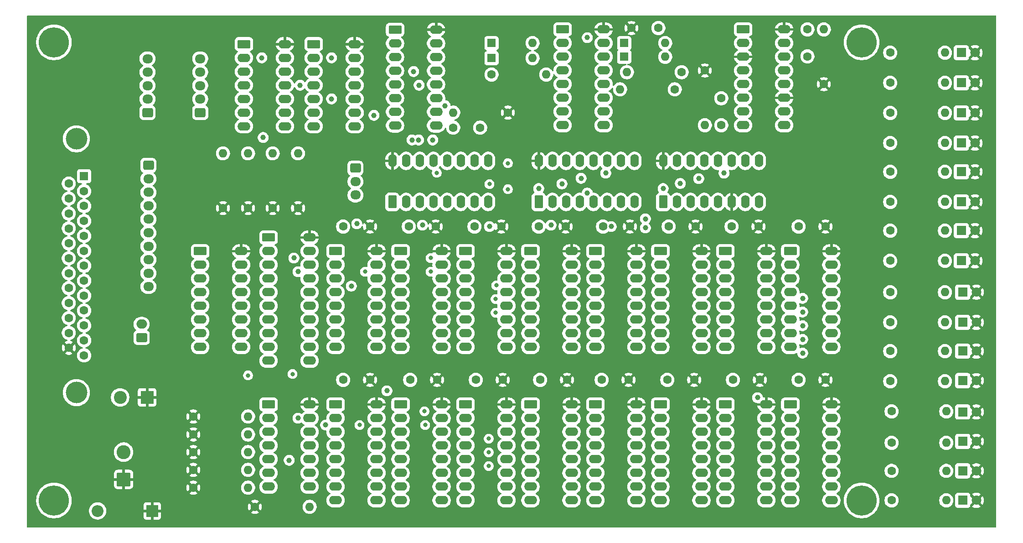
<source format=gbr>
%TF.GenerationSoftware,KiCad,Pcbnew,9.0.1*%
%TF.CreationDate,2025-07-19T09:37:52+10:00*%
%TF.ProjectId,128 X 16 RAM V4 FINAL ,31323820-5820-4313-9620-52414d205634,rev?*%
%TF.SameCoordinates,Original*%
%TF.FileFunction,Copper,L2,Inr*%
%TF.FilePolarity,Positive*%
%FSLAX46Y46*%
G04 Gerber Fmt 4.6, Leading zero omitted, Abs format (unit mm)*
G04 Created by KiCad (PCBNEW 9.0.1) date 2025-07-19 09:37:52*
%MOMM*%
%LPD*%
G01*
G04 APERTURE LIST*
G04 Aperture macros list*
%AMRoundRect*
0 Rectangle with rounded corners*
0 $1 Rounding radius*
0 $2 $3 $4 $5 $6 $7 $8 $9 X,Y pos of 4 corners*
0 Add a 4 corners polygon primitive as box body*
4,1,4,$2,$3,$4,$5,$6,$7,$8,$9,$2,$3,0*
0 Add four circle primitives for the rounded corners*
1,1,$1+$1,$2,$3*
1,1,$1+$1,$4,$5*
1,1,$1+$1,$6,$7*
1,1,$1+$1,$8,$9*
0 Add four rect primitives between the rounded corners*
20,1,$1+$1,$2,$3,$4,$5,0*
20,1,$1+$1,$4,$5,$6,$7,0*
20,1,$1+$1,$6,$7,$8,$9,0*
20,1,$1+$1,$8,$9,$2,$3,0*%
G04 Aperture macros list end*
%TA.AperFunction,ComponentPad*%
%ADD10RoundRect,0.250000X-0.950000X-0.550000X0.950000X-0.550000X0.950000X0.550000X-0.950000X0.550000X0*%
%TD*%
%TA.AperFunction,ComponentPad*%
%ADD11O,2.400000X1.600000*%
%TD*%
%TA.AperFunction,ComponentPad*%
%ADD12R,1.800000X1.800000*%
%TD*%
%TA.AperFunction,ComponentPad*%
%ADD13C,1.800000*%
%TD*%
%TA.AperFunction,ComponentPad*%
%ADD14R,1.600000X1.600000*%
%TD*%
%TA.AperFunction,ComponentPad*%
%ADD15O,1.600000X1.600000*%
%TD*%
%TA.AperFunction,ComponentPad*%
%ADD16C,1.600000*%
%TD*%
%TA.AperFunction,ComponentPad*%
%ADD17RoundRect,0.250000X0.550000X-0.950000X0.550000X0.950000X-0.550000X0.950000X-0.550000X-0.950000X0*%
%TD*%
%TA.AperFunction,ComponentPad*%
%ADD18O,1.600000X2.400000*%
%TD*%
%TA.AperFunction,ComponentPad*%
%ADD19C,5.600000*%
%TD*%
%TA.AperFunction,ComponentPad*%
%ADD20RoundRect,0.250000X-0.725000X0.600000X-0.725000X-0.600000X0.725000X-0.600000X0.725000X0.600000X0*%
%TD*%
%TA.AperFunction,ComponentPad*%
%ADD21O,1.950000X1.700000*%
%TD*%
%TA.AperFunction,ComponentPad*%
%ADD22R,2.400000X2.400000*%
%TD*%
%TA.AperFunction,ComponentPad*%
%ADD23C,2.400000*%
%TD*%
%TA.AperFunction,ComponentPad*%
%ADD24R,2.200000X2.200000*%
%TD*%
%TA.AperFunction,ComponentPad*%
%ADD25O,2.200000X2.200000*%
%TD*%
%TA.AperFunction,ComponentPad*%
%ADD26RoundRect,0.250000X0.725000X-0.600000X0.725000X0.600000X-0.725000X0.600000X-0.725000X-0.600000X0*%
%TD*%
%TA.AperFunction,ComponentPad*%
%ADD27C,4.000000*%
%TD*%
%TA.AperFunction,ComponentPad*%
%ADD28RoundRect,0.250000X1.050000X-1.050000X1.050000X1.050000X-1.050000X1.050000X-1.050000X-1.050000X0*%
%TD*%
%TA.AperFunction,ComponentPad*%
%ADD29C,2.600000*%
%TD*%
%TA.AperFunction,ComponentPad*%
%ADD30RoundRect,0.250000X0.750000X-0.600000X0.750000X0.600000X-0.750000X0.600000X-0.750000X-0.600000X0*%
%TD*%
%TA.AperFunction,ComponentPad*%
%ADD31O,2.000000X1.700000*%
%TD*%
%TA.AperFunction,ViaPad*%
%ADD32C,1.000000*%
%TD*%
%TA.AperFunction,ViaPad*%
%ADD33C,0.800000*%
%TD*%
G04 APERTURE END LIST*
D10*
%TO.N,~{CS14}*%
%TO.C,U15*%
X194691000Y-127202000D03*
D11*
%TO.N,/A0*%
X194691000Y-129742000D03*
%TO.N,/A1*%
X194691000Y-132282000D03*
%TO.N,/A2*%
X194691000Y-134822000D03*
%TO.N,/A3*%
X194691000Y-137362000D03*
%TO.N,/A4*%
X194691000Y-139902000D03*
%TO.N,D_OUT*%
X194691000Y-142442000D03*
%TO.N,GND*%
X194691000Y-144982000D03*
%TO.N,/A5*%
X202311000Y-144982000D03*
%TO.N,/A6*%
X202311000Y-142442000D03*
%TO.N,/A7*%
X202311000Y-139902000D03*
%TO.N,A8*%
X202311000Y-137362000D03*
%TO.N,A9*%
X202311000Y-134822000D03*
%TO.N,~{WE2}*%
X202311000Y-132282000D03*
%TO.N,D_IN2*%
X202311000Y-129742000D03*
%TO.N,+5V*%
X202311000Y-127202000D03*
%TD*%
D10*
%TO.N,~{CS}*%
%TO.C,J1*%
X97155000Y-98754000D03*
D11*
%TO.N,/A_0*%
X97155000Y-101294000D03*
%TO.N,/A_1*%
X97155000Y-103834000D03*
%TO.N,/A_2*%
X97155000Y-106374000D03*
%TO.N,/A_3*%
X97155000Y-108914000D03*
%TO.N,/A_4*%
X97155000Y-111454000D03*
%TO.N,D_OUT*%
X97155000Y-113994000D03*
%TO.N,GND*%
X97155000Y-116534000D03*
%TO.N,/A_5*%
X104775000Y-116534000D03*
%TO.N,/A_6*%
X104775000Y-113994000D03*
%TO.N,/A_7*%
X104775000Y-111454000D03*
%TO.N,/A_8*%
X104775000Y-108914000D03*
%TO.N,/A_9*%
X104775000Y-106374000D03*
%TO.N,~{WE}*%
X104775000Y-103834000D03*
%TO.N,D_IN*%
X104775000Y-101294000D03*
%TO.N,+5V*%
X104775000Y-98754000D03*
%TD*%
D10*
%TO.N,~{CS7}*%
%TO.C,U8*%
X206756000Y-98754000D03*
D11*
%TO.N,/A0*%
X206756000Y-101294000D03*
%TO.N,/A1*%
X206756000Y-103834000D03*
%TO.N,/A2*%
X206756000Y-106374000D03*
%TO.N,/A3*%
X206756000Y-108914000D03*
%TO.N,/A4*%
X206756000Y-111454000D03*
%TO.N,D_OUT*%
X206756000Y-113994000D03*
%TO.N,GND*%
X206756000Y-116534000D03*
%TO.N,/A5*%
X214376000Y-116534000D03*
%TO.N,/A6*%
X214376000Y-113994000D03*
%TO.N,/A7*%
X214376000Y-111454000D03*
%TO.N,A8*%
X214376000Y-108914000D03*
%TO.N,A9*%
X214376000Y-106374000D03*
%TO.N,~{WE1}*%
X214376000Y-103834000D03*
%TO.N,D_IN1*%
X214376000Y-101294000D03*
%TO.N,+5V*%
X214376000Y-98754000D03*
%TD*%
D12*
%TO.N,Net-(D10-K)*%
%TO.C,D10*%
X238760000Y-111962000D03*
D13*
%TO.N,+5V*%
X241300000Y-111962000D03*
%TD*%
D10*
%TO.N,/A_8*%
%TO.C,U21*%
X109855000Y-127202000D03*
D11*
%TO.N,A8*%
X109855000Y-129742000D03*
%TO.N,/A_9*%
X109855000Y-132282000D03*
%TO.N,A9*%
X109855000Y-134822000D03*
%TO.N,D_IN*%
X109855000Y-137362000D03*
%TO.N,D_IN1*%
X109855000Y-139902000D03*
%TO.N,GND*%
X109855000Y-142442000D03*
%TO.N,D_IN2*%
X117475000Y-142442000D03*
%TO.N,D_IN*%
X117475000Y-139902000D03*
%TO.N,~{WE1}*%
X117475000Y-137362000D03*
%TO.N,~{WE}*%
X117475000Y-134822000D03*
%TO.N,~{WE2}*%
X117475000Y-132282000D03*
%TO.N,~{WE}*%
X117475000Y-129742000D03*
%TO.N,+5V*%
X117475000Y-127202000D03*
%TD*%
D14*
%TO.N,Net-(D17-K)*%
%TO.C,D17*%
X175895000Y-62686000D03*
D15*
%TO.N,Net-(D17-A)*%
X183515000Y-62686000D03*
%TD*%
D12*
%TO.N,Net-(D11-K)*%
%TO.C,D11*%
X238760000Y-117296000D03*
D13*
%TO.N,+5V*%
X241300000Y-117296000D03*
%TD*%
D14*
%TO.N,Net-(D19-K)*%
%TO.C,D20*%
X151257000Y-60146000D03*
D15*
%TO.N,Net-(D20-A)*%
X158877000Y-60146000D03*
%TD*%
D10*
%TO.N,~{CS10}*%
%TO.C,U11*%
X146431000Y-127202000D03*
D11*
%TO.N,/A0*%
X146431000Y-129742000D03*
%TO.N,/A1*%
X146431000Y-132282000D03*
%TO.N,/A2*%
X146431000Y-134822000D03*
%TO.N,/A3*%
X146431000Y-137362000D03*
%TO.N,/A4*%
X146431000Y-139902000D03*
%TO.N,D_OUT*%
X146431000Y-142442000D03*
%TO.N,GND*%
X146431000Y-144982000D03*
%TO.N,/A5*%
X154051000Y-144982000D03*
%TO.N,/A6*%
X154051000Y-142442000D03*
%TO.N,/A7*%
X154051000Y-139902000D03*
%TO.N,A8*%
X154051000Y-137362000D03*
%TO.N,A9*%
X154051000Y-134822000D03*
%TO.N,~{WE2}*%
X154051000Y-132282000D03*
%TO.N,D_IN2*%
X154051000Y-129742000D03*
%TO.N,+5V*%
X154051000Y-127202000D03*
%TD*%
D16*
%TO.N,~{CS9}*%
%TO.C,R20*%
X225298000Y-111962000D03*
D15*
%TO.N,Net-(D10-K)*%
X235458000Y-111962000D03*
%TD*%
D17*
%TO.N,AD0*%
%TO.C,U20*%
X160020000Y-89610000D03*
D18*
%TO.N,AD1*%
X162560000Y-89610000D03*
%TO.N,AD2*%
X165100000Y-89610000D03*
%TO.N,GND*%
X167640000Y-89610000D03*
%TO.N,~{CS}*%
X170180000Y-89610000D03*
%TO.N,AD3*%
X172720000Y-89610000D03*
%TO.N,~{CS15}*%
X175260000Y-89610000D03*
%TO.N,GND*%
X177800000Y-89610000D03*
%TO.N,~{CS14}*%
X177800000Y-81990000D03*
%TO.N,~{CS13}*%
X175260000Y-81990000D03*
%TO.N,~{CS12}*%
X172720000Y-81990000D03*
%TO.N,~{CS11}*%
X170180000Y-81990000D03*
%TO.N,~{CS10}*%
X167640000Y-81990000D03*
%TO.N,~{CS9}*%
X165100000Y-81990000D03*
%TO.N,~{CS8}*%
X162560000Y-81990000D03*
%TO.N,+5V*%
X160020000Y-81990000D03*
%TD*%
D16*
%TO.N,~{CS4}*%
%TO.C,R15*%
X225298000Y-84022000D03*
D15*
%TO.N,Net-(D5-K)*%
X235458000Y-84022000D03*
%TD*%
D10*
%TO.N,~{CS0}*%
%TO.C,U1*%
X122301000Y-98754000D03*
D11*
%TO.N,/A0*%
X122301000Y-101294000D03*
%TO.N,/A1*%
X122301000Y-103834000D03*
%TO.N,/A2*%
X122301000Y-106374000D03*
%TO.N,/A3*%
X122301000Y-108914000D03*
%TO.N,/A4*%
X122301000Y-111454000D03*
%TO.N,D_OUT*%
X122301000Y-113994000D03*
%TO.N,GND*%
X122301000Y-116534000D03*
%TO.N,/A5*%
X129921000Y-116534000D03*
%TO.N,/A6*%
X129921000Y-113994000D03*
%TO.N,/A7*%
X129921000Y-111454000D03*
%TO.N,A8*%
X129921000Y-108914000D03*
%TO.N,A9*%
X129921000Y-106374000D03*
%TO.N,~{WE1}*%
X129921000Y-103834000D03*
%TO.N,D_IN1*%
X129921000Y-101294000D03*
%TO.N,+5V*%
X129921000Y-98754000D03*
%TD*%
D10*
%TO.N,~{CS6}*%
%TO.C,U7*%
X194691000Y-98754000D03*
D11*
%TO.N,/A0*%
X194691000Y-101294000D03*
%TO.N,/A1*%
X194691000Y-103834000D03*
%TO.N,/A2*%
X194691000Y-106374000D03*
%TO.N,/A3*%
X194691000Y-108914000D03*
%TO.N,/A4*%
X194691000Y-111454000D03*
%TO.N,D_OUT*%
X194691000Y-113994000D03*
%TO.N,GND*%
X194691000Y-116534000D03*
%TO.N,/A5*%
X202311000Y-116534000D03*
%TO.N,/A6*%
X202311000Y-113994000D03*
%TO.N,/A7*%
X202311000Y-111454000D03*
%TO.N,A8*%
X202311000Y-108914000D03*
%TO.N,A9*%
X202311000Y-106374000D03*
%TO.N,~{WE1}*%
X202311000Y-103834000D03*
%TO.N,D_IN1*%
X202311000Y-101294000D03*
%TO.N,+5V*%
X202311000Y-98754000D03*
%TD*%
D16*
%TO.N,+5V*%
%TO.C,C17*%
X177245000Y-57352000D03*
%TO.N,Net-(D17-A)*%
X182245000Y-57352000D03*
%TD*%
%TO.N,Net-(U25A-RCext)*%
%TO.C,C19*%
X209931000Y-57606000D03*
%TO.N,Net-(U25A-Cext)*%
X209931000Y-62606000D03*
%TD*%
%TO.N,+5V*%
%TO.C,R10*%
X95884000Y-136026000D03*
D15*
%TO.N,A9*%
X106044000Y-136026000D03*
%TD*%
D10*
%TO.N,~{CS15}*%
%TO.C,U16*%
X206756000Y-127202000D03*
D11*
%TO.N,/A0*%
X206756000Y-129742000D03*
%TO.N,/A1*%
X206756000Y-132282000D03*
%TO.N,/A2*%
X206756000Y-134822000D03*
%TO.N,/A3*%
X206756000Y-137362000D03*
%TO.N,/A4*%
X206756000Y-139902000D03*
%TO.N,D_OUT*%
X206756000Y-142442000D03*
%TO.N,GND*%
X206756000Y-144982000D03*
%TO.N,/A5*%
X214376000Y-144982000D03*
%TO.N,/A6*%
X214376000Y-142442000D03*
%TO.N,/A7*%
X214376000Y-139902000D03*
%TO.N,A8*%
X214376000Y-137362000D03*
%TO.N,A9*%
X214376000Y-134822000D03*
%TO.N,~{WE2}*%
X214376000Y-132282000D03*
%TO.N,D_IN2*%
X214376000Y-129742000D03*
%TO.N,+5V*%
X214376000Y-127202000D03*
%TD*%
D16*
%TO.N,Net-(U27-~{SRCLR})*%
%TO.C,C21*%
X144144000Y-75828000D03*
%TO.N,GND*%
X149144000Y-75828000D03*
%TD*%
%TO.N,~{CS13}*%
%TO.C,R24*%
X225552000Y-134314000D03*
D15*
%TO.N,Net-(D14-K)*%
X235712000Y-134314000D03*
%TD*%
D16*
%TO.N,GND*%
%TO.C,C6*%
X184150000Y-94182000D03*
%TO.N,+5V*%
X189150000Y-94182000D03*
%TD*%
%TO.N,GND*%
%TO.C,C7*%
X195834000Y-94182000D03*
%TO.N,+5V*%
X200834000Y-94182000D03*
%TD*%
D10*
%TO.N,~{CS4}*%
%TO.C,U5*%
X170561000Y-98754000D03*
D11*
%TO.N,/A0*%
X170561000Y-101294000D03*
%TO.N,/A1*%
X170561000Y-103834000D03*
%TO.N,/A2*%
X170561000Y-106374000D03*
%TO.N,/A3*%
X170561000Y-108914000D03*
%TO.N,/A4*%
X170561000Y-111454000D03*
%TO.N,D_OUT*%
X170561000Y-113994000D03*
%TO.N,GND*%
X170561000Y-116534000D03*
%TO.N,/A5*%
X178181000Y-116534000D03*
%TO.N,/A6*%
X178181000Y-113994000D03*
%TO.N,/A7*%
X178181000Y-111454000D03*
%TO.N,A8*%
X178181000Y-108914000D03*
%TO.N,A9*%
X178181000Y-106374000D03*
%TO.N,~{WE1}*%
X178181000Y-103834000D03*
%TO.N,D_IN1*%
X178181000Y-101294000D03*
%TO.N,+5V*%
X178181000Y-98754000D03*
%TD*%
D17*
%TO.N,Net-(U22-S)*%
%TO.C,U22*%
X132842000Y-89610000D03*
D18*
%TO.N,8*%
X135382000Y-89610000D03*
%TO.N,Net-(U22-I1a)*%
X137922000Y-89610000D03*
%TO.N,AD3*%
X140462000Y-89610000D03*
%TO.N,4*%
X143002000Y-89610000D03*
%TO.N,Net-(U22-I1b)*%
X145542000Y-89610000D03*
%TO.N,AD2*%
X148082000Y-89610000D03*
%TO.N,GND*%
X150622000Y-89610000D03*
%TO.N,AD1*%
X150622000Y-81990000D03*
%TO.N,Net-(U22-I1c)*%
X148082000Y-81990000D03*
%TO.N,2*%
X145542000Y-81990000D03*
%TO.N,AD0*%
X143002000Y-81990000D03*
%TO.N,Net-(U22-I1d)*%
X140462000Y-81990000D03*
%TO.N,1*%
X137922000Y-81990000D03*
%TO.N,GND*%
X135382000Y-81990000D03*
%TO.N,+5V*%
X132842000Y-81990000D03*
%TD*%
D19*
%TO.N,GND*%
%TO.C,H2*%
X70000000Y-145000000D03*
%TD*%
%TO.N,GND*%
%TO.C,H1*%
X70000000Y-60000000D03*
%TD*%
D10*
%TO.N,~{CS8}*%
%TO.C,U9*%
X122301000Y-127202000D03*
D11*
%TO.N,/A0*%
X122301000Y-129742000D03*
%TO.N,/A1*%
X122301000Y-132282000D03*
%TO.N,/A2*%
X122301000Y-134822000D03*
%TO.N,/A3*%
X122301000Y-137362000D03*
%TO.N,/A4*%
X122301000Y-139902000D03*
%TO.N,D_OUT*%
X122301000Y-142442000D03*
%TO.N,GND*%
X122301000Y-144982000D03*
%TO.N,/A5*%
X129921000Y-144982000D03*
%TO.N,/A6*%
X129921000Y-142442000D03*
%TO.N,/A7*%
X129921000Y-139902000D03*
%TO.N,A8*%
X129921000Y-137362000D03*
%TO.N,A9*%
X129921000Y-134822000D03*
%TO.N,~{WE2}*%
X129921000Y-132282000D03*
%TO.N,D_IN2*%
X129921000Y-129742000D03*
%TO.N,+5V*%
X129921000Y-127202000D03*
%TD*%
D12*
%TO.N,Net-(D4-K)*%
%TO.C,D4*%
X238506000Y-78688000D03*
D13*
%TO.N,+5V*%
X241046000Y-78688000D03*
%TD*%
D10*
%TO.N,unconnected-(U27-QB-Pad1)*%
%TO.C,U27*%
X133350000Y-57658000D03*
D11*
%TO.N,unconnected-(U27-QC-Pad2)*%
X133350000Y-60198000D03*
%TO.N,unconnected-(U27-QD-Pad3)*%
X133350000Y-62738000D03*
%TO.N,Net-(U22-I1a)*%
X133350000Y-65278000D03*
%TO.N,Net-(U22-I1b)*%
X133350000Y-67818000D03*
%TO.N,Net-(U22-I1c)*%
X133350000Y-70358000D03*
%TO.N,Net-(U22-I1d)*%
X133350000Y-72898000D03*
%TO.N,GND*%
X133350000Y-75438000D03*
%TO.N,unconnected-(U27-QH&apos;-Pad9)*%
X140970000Y-75438000D03*
%TO.N,Net-(U27-~{SRCLR})*%
X140970000Y-72898000D03*
%TO.N,/set BANK clock*%
X140970000Y-70358000D03*
%TO.N,/Latch Bank*%
X140970000Y-67818000D03*
%TO.N,GND*%
X140970000Y-65278000D03*
%TO.N,Net-(U27-SER)*%
X140970000Y-62738000D03*
%TO.N,unconnected-(U27-QA-Pad15)*%
X140970000Y-60198000D03*
%TO.N,+5V*%
X140970000Y-57658000D03*
%TD*%
D12*
%TO.N,Net-(D7-K)*%
%TO.C,D7*%
X238506000Y-94944000D03*
D13*
%TO.N,+5V*%
X241046000Y-94944000D03*
%TD*%
D20*
%TO.N,GND*%
%TO.C,J4*%
X87540000Y-82829000D03*
D21*
%TO.N,SR0*%
X87540000Y-85329000D03*
%TO.N,SR1*%
X87540000Y-87829000D03*
%TO.N,SR2*%
X87540000Y-90329000D03*
%TO.N,SR3*%
X87540000Y-92829000D03*
%TO.N,SR4*%
X87540000Y-95329000D03*
%TO.N,SR5*%
X87540000Y-97829000D03*
%TO.N,SR6*%
X87540000Y-100329000D03*
%TO.N,SR7*%
X87540000Y-102829000D03*
%TO.N,unconnected-(J4-Pin_10-Pad10)*%
X87540000Y-105329000D03*
%TD*%
D16*
%TO.N,+5V*%
%TO.C,R9*%
X95884000Y-142630000D03*
D15*
%TO.N,~{WE1}*%
X106044000Y-142630000D03*
%TD*%
D16*
%TO.N,Net-(D17-K)*%
%TO.C,R27*%
X185292000Y-68716000D03*
D15*
%TO.N,GND*%
X175132000Y-68716000D03*
%TD*%
D16*
%TO.N,+5V*%
%TO.C,R30*%
X190881000Y-65226000D03*
D15*
%TO.N,Net-(U25B-RCext)*%
X190881000Y-75386000D03*
%TD*%
D16*
%TO.N,~{CS10}*%
%TO.C,R21*%
X225298000Y-117296000D03*
D15*
%TO.N,Net-(D11-K)*%
X235458000Y-117296000D03*
%TD*%
D12*
%TO.N,Net-(D12-K)*%
%TO.C,D12*%
X238760000Y-122766000D03*
D13*
%TO.N,+5V*%
X241300000Y-122766000D03*
%TD*%
D16*
%TO.N,+5V*%
%TO.C,R32*%
X95884000Y-139328000D03*
D15*
%TO.N,A8*%
X106044000Y-139328000D03*
%TD*%
D16*
%TO.N,GND*%
%TO.C,C10*%
X136144000Y-122630000D03*
%TO.N,+5V*%
X141144000Y-122630000D03*
%TD*%
%TO.N,~{CS5}*%
%TO.C,R16*%
X225298000Y-89610000D03*
D15*
%TO.N,Net-(D6-K)*%
X235458000Y-89610000D03*
%TD*%
D22*
%TO.N,+5V*%
%TO.C,C18*%
X87285959Y-125866000D03*
D23*
%TO.N,GND*%
X82285959Y-125866000D03*
%TD*%
D10*
%TO.N,~{CLOCK_0_OUT}*%
%TO.C,U24*%
X105282000Y-60334000D03*
D11*
%TO.N,Net-(U25B-A)*%
X105282000Y-62874000D03*
%TO.N,~{CLK_0_IN}*%
X105282000Y-65414000D03*
%TO.N,Net-(U24-Pad4)*%
X105282000Y-67954000D03*
%TO.N,~{DATA_0_IN}*%
X105282000Y-70494000D03*
%TO.N,Net-(U27-SER)*%
X105282000Y-73034000D03*
%TO.N,GND*%
X105282000Y-75574000D03*
%TO.N,/set BANK clock*%
X112902000Y-75574000D03*
%TO.N,Net-(U24-Pad9)*%
X112902000Y-73034000D03*
%TO.N,Net-(U22-S)*%
X112902000Y-70494000D03*
%TO.N,~{RUN}*%
X112902000Y-67954000D03*
%TO.N,N/C*%
X112902000Y-65414000D03*
X112902000Y-62874000D03*
%TO.N,+5V*%
X112902000Y-60334000D03*
%TD*%
D16*
%TO.N,~{CS3}*%
%TO.C,R14*%
X225298000Y-78688000D03*
D15*
%TO.N,Net-(D4-K)*%
X235458000Y-78688000D03*
%TD*%
D16*
%TO.N,~{CS7}*%
%TO.C,R18*%
X225298000Y-100532000D03*
D15*
%TO.N,Net-(D8-K)*%
X235458000Y-100532000D03*
%TD*%
D16*
%TO.N,GND*%
%TO.C,C13*%
X171704000Y-122630000D03*
%TO.N,+5V*%
X176704000Y-122630000D03*
%TD*%
D10*
%TO.N,~{CS9}*%
%TO.C,U10*%
X134366000Y-127202000D03*
D11*
%TO.N,/A0*%
X134366000Y-129742000D03*
%TO.N,/A1*%
X134366000Y-132282000D03*
%TO.N,/A2*%
X134366000Y-134822000D03*
%TO.N,/A3*%
X134366000Y-137362000D03*
%TO.N,/A4*%
X134366000Y-139902000D03*
%TO.N,D_OUT*%
X134366000Y-142442000D03*
%TO.N,GND*%
X134366000Y-144982000D03*
%TO.N,/A5*%
X141986000Y-144982000D03*
%TO.N,/A6*%
X141986000Y-142442000D03*
%TO.N,/A7*%
X141986000Y-139902000D03*
%TO.N,A8*%
X141986000Y-137362000D03*
%TO.N,A9*%
X141986000Y-134822000D03*
%TO.N,~{WE2}*%
X141986000Y-132282000D03*
%TO.N,D_IN2*%
X141986000Y-129742000D03*
%TO.N,+5V*%
X141986000Y-127202000D03*
%TD*%
D16*
%TO.N,GND*%
%TO.C,C11*%
X148336000Y-122630000D03*
%TO.N,+5V*%
X153336000Y-122630000D03*
%TD*%
D12*
%TO.N,Net-(D9-K)*%
%TO.C,D9*%
X238760000Y-106356000D03*
D13*
%TO.N,+5V*%
X241300000Y-106356000D03*
%TD*%
D16*
%TO.N,GND*%
%TO.C,C2*%
X135890000Y-94182000D03*
%TO.N,+5V*%
X140890000Y-94182000D03*
%TD*%
D20*
%TO.N,GND*%
%TO.C,J2*%
X125984000Y-83340000D03*
D21*
%TO.N,~{RUN}*%
X125984000Y-85840000D03*
%TO.N,~{RST}*%
X125984000Y-88340000D03*
%TD*%
D16*
%TO.N,+5V*%
%TO.C,R4*%
X110617000Y-90753000D03*
D15*
%TO.N,4*%
X110617000Y-80593000D03*
%TD*%
D16*
%TO.N,~{CS8}*%
%TO.C,R19*%
X225298000Y-106374000D03*
D15*
%TO.N,Net-(D9-K)*%
X235458000Y-106374000D03*
%TD*%
D10*
%TO.N,Net-(D19-K)*%
%TO.C,U26*%
X118236000Y-60334000D03*
D11*
%TO.N,Net-(U24-Pad4)*%
X118236000Y-62874000D03*
%TO.N,~{CLOCK_0_OUT}*%
X118236000Y-65414000D03*
%TO.N,Net-(U19-Q2)*%
X118236000Y-67954000D03*
%TO.N,Net-(U24-Pad4)*%
X118236000Y-70494000D03*
%TO.N,Net-(U24-Pad9)*%
X118236000Y-73034000D03*
%TO.N,GND*%
X118236000Y-75574000D03*
%TO.N,N/C*%
X125856000Y-75574000D03*
X125856000Y-73034000D03*
X125856000Y-70494000D03*
X125856000Y-67954000D03*
X125856000Y-65414000D03*
X125856000Y-62874000D03*
%TO.N,+5V*%
X125856000Y-60334000D03*
%TD*%
D16*
%TO.N,+5V*%
%TO.C,R7*%
X95884000Y-129422000D03*
D15*
%TO.N,D_IN1*%
X106044000Y-129422000D03*
%TD*%
D10*
%TO.N,unconnected-(U19-Q5-Pad1)*%
%TO.C,U19*%
X164465000Y-57606000D03*
D11*
%TO.N,Net-(D20-A)*%
X164465000Y-60146000D03*
%TO.N,Net-(D19-A)*%
X164465000Y-62686000D03*
%TO.N,Net-(U19-Q2)*%
X164465000Y-65226000D03*
%TO.N,unconnected-(U19-Q6-Pad5)*%
X164465000Y-67766000D03*
%TO.N,unconnected-(U19-Q7-Pad6)*%
X164465000Y-70306000D03*
%TO.N,Net-(U19-Q3)*%
X164465000Y-72846000D03*
%TO.N,GND*%
X164465000Y-75386000D03*
%TO.N,unconnected-(U19-Q8-Pad9)*%
X172085000Y-75386000D03*
%TO.N,unconnected-(U19-Q4-Pad10)*%
X172085000Y-72846000D03*
%TO.N,unconnected-(U19-Q9-Pad11)*%
X172085000Y-70306000D03*
%TO.N,unconnected-(U19-Cout-Pad12)*%
X172085000Y-67766000D03*
%TO.N,GND*%
X172085000Y-65226000D03*
%TO.N,~{RESETFLAG_0_IN}*%
X172085000Y-62686000D03*
%TO.N,Net-(D17-K)*%
X172085000Y-60146000D03*
%TO.N,+5V*%
X172085000Y-57606000D03*
%TD*%
D16*
%TO.N,GND*%
%TO.C,C8*%
X208280000Y-94182000D03*
%TO.N,+5V*%
X213280000Y-94182000D03*
%TD*%
%TO.N,GND*%
%TO.C,C5*%
X171958000Y-94182000D03*
%TO.N,+5V*%
X176958000Y-94182000D03*
%TD*%
D10*
%TO.N,~{CS3}*%
%TO.C,U4*%
X158496000Y-98754000D03*
D11*
%TO.N,/A0*%
X158496000Y-101294000D03*
%TO.N,/A1*%
X158496000Y-103834000D03*
%TO.N,/A2*%
X158496000Y-106374000D03*
%TO.N,/A3*%
X158496000Y-108914000D03*
%TO.N,/A4*%
X158496000Y-111454000D03*
%TO.N,D_OUT*%
X158496000Y-113994000D03*
%TO.N,GND*%
X158496000Y-116534000D03*
%TO.N,/A5*%
X166116000Y-116534000D03*
%TO.N,/A6*%
X166116000Y-113994000D03*
%TO.N,/A7*%
X166116000Y-111454000D03*
%TO.N,A8*%
X166116000Y-108914000D03*
%TO.N,A9*%
X166116000Y-106374000D03*
%TO.N,~{WE1}*%
X166116000Y-103834000D03*
%TO.N,D_IN1*%
X166116000Y-101294000D03*
%TO.N,+5V*%
X166116000Y-98754000D03*
%TD*%
D12*
%TO.N,Net-(D6-K)*%
%TO.C,D6*%
X238506000Y-89610000D03*
D13*
%TO.N,+5V*%
X241046000Y-89610000D03*
%TD*%
D16*
%TO.N,GND*%
%TO.C,C15*%
X196088000Y-122630000D03*
%TO.N,+5V*%
X201088000Y-122630000D03*
%TD*%
D10*
%TO.N,GND*%
%TO.C,U25*%
X197993000Y-57606000D03*
D11*
%TO.N,Net-(U19-Q3)*%
X197993000Y-60146000D03*
%TO.N,+5V*%
X197993000Y-62686000D03*
%TO.N,Net-(U25A-~{Q})*%
X197993000Y-65226000D03*
%TO.N,/Reset Counter*%
X197993000Y-67766000D03*
%TO.N,Net-(U25B-Cext)*%
X197993000Y-70306000D03*
%TO.N,Net-(U25B-RCext)*%
X197993000Y-72846000D03*
%TO.N,GND*%
X197993000Y-75386000D03*
%TO.N,Net-(U25B-A)*%
X205613000Y-75386000D03*
%TO.N,Net-(U25A-~{Q})*%
X205613000Y-72846000D03*
%TO.N,+5V*%
X205613000Y-70306000D03*
%TO.N,unconnected-(U25B-~{Q}-Pad12)*%
X205613000Y-67766000D03*
%TO.N,/Latch Bank*%
X205613000Y-65226000D03*
%TO.N,Net-(U25A-Cext)*%
X205613000Y-62686000D03*
%TO.N,Net-(U25A-RCext)*%
X205613000Y-60146000D03*
%TO.N,+5V*%
X205613000Y-57606000D03*
%TD*%
D16*
%TO.N,+5V*%
%TO.C,R1*%
X101388000Y-90753000D03*
D15*
%TO.N,1*%
X101388000Y-80593000D03*
%TD*%
D12*
%TO.N,Net-(D14-K)*%
%TO.C,D14*%
X238760000Y-134042000D03*
D13*
%TO.N,+5V*%
X241300000Y-134042000D03*
%TD*%
D16*
%TO.N,~{CS6}*%
%TO.C,R17*%
X225298000Y-94944000D03*
D15*
%TO.N,Net-(D7-K)*%
X235458000Y-94944000D03*
%TD*%
D10*
%TO.N,~{CS13}*%
%TO.C,U14*%
X182626000Y-127202000D03*
D11*
%TO.N,/A0*%
X182626000Y-129742000D03*
%TO.N,/A1*%
X182626000Y-132282000D03*
%TO.N,/A2*%
X182626000Y-134822000D03*
%TO.N,/A3*%
X182626000Y-137362000D03*
%TO.N,/A4*%
X182626000Y-139902000D03*
%TO.N,D_OUT*%
X182626000Y-142442000D03*
%TO.N,GND*%
X182626000Y-144982000D03*
%TO.N,/A5*%
X190246000Y-144982000D03*
%TO.N,/A6*%
X190246000Y-142442000D03*
%TO.N,/A7*%
X190246000Y-139902000D03*
%TO.N,A8*%
X190246000Y-137362000D03*
%TO.N,A9*%
X190246000Y-134822000D03*
%TO.N,~{WE2}*%
X190246000Y-132282000D03*
%TO.N,D_IN2*%
X190246000Y-129742000D03*
%TO.N,+5V*%
X190246000Y-127202000D03*
%TD*%
D14*
%TO.N,Net-(D17-K)*%
%TO.C,D18*%
X175895000Y-60146000D03*
D15*
%TO.N,/Reset Counter*%
X183515000Y-60146000D03*
%TD*%
D16*
%TO.N,+5V*%
%TO.C,R29*%
X212979000Y-67766000D03*
D15*
%TO.N,Net-(U25A-RCext)*%
X212979000Y-57606000D03*
%TD*%
D16*
%TO.N,+5V*%
%TO.C,R31*%
X154304000Y-73034000D03*
D15*
%TO.N,Net-(U27-~{SRCLR})*%
X144144000Y-73034000D03*
%TD*%
D16*
%TO.N,GND*%
%TO.C,C3*%
X148082000Y-94182000D03*
%TO.N,+5V*%
X153082000Y-94182000D03*
%TD*%
%TO.N,~{CS1}*%
%TO.C,R12*%
X225298000Y-67512000D03*
D15*
%TO.N,Net-(D2-K)*%
X235458000Y-67512000D03*
%TD*%
D14*
%TO.N,Net-(D19-K)*%
%TO.C,D19*%
X151257000Y-62940000D03*
D15*
%TO.N,Net-(D19-A)*%
X158877000Y-62940000D03*
%TD*%
D16*
%TO.N,GND*%
%TO.C,C9*%
X123698000Y-122630000D03*
%TO.N,+5V*%
X128698000Y-122630000D03*
%TD*%
D24*
%TO.N,+5V*%
%TO.C,D21*%
X88264000Y-146948000D03*
D25*
%TO.N,GND*%
X78104000Y-146948000D03*
%TD*%
D16*
%TO.N,~{CS12}*%
%TO.C,R23*%
X225552000Y-128472000D03*
D15*
%TO.N,Net-(D13-K)*%
X235712000Y-128472000D03*
%TD*%
D26*
%TO.N,GND*%
%TO.C,J7*%
X97154000Y-73034000D03*
D21*
%TO.N,~{DATA_0_IN}*%
X97154000Y-70534000D03*
%TO.N,~{FLAG_0_IN}*%
X97154000Y-68034000D03*
%TO.N,~{RESETFLAG_0_IN}*%
X97154000Y-65534000D03*
%TO.N,~{CLOCK_0_OUT}*%
X97154000Y-63034000D03*
%TD*%
D16*
%TO.N,GND*%
%TO.C,C4*%
X160020000Y-94182000D03*
%TO.N,+5V*%
X165020000Y-94182000D03*
%TD*%
%TO.N,Net-(D19-K)*%
%TO.C,R28*%
X151257000Y-65988000D03*
D15*
%TO.N,GND*%
X161417000Y-65988000D03*
%TD*%
D16*
%TO.N,GND*%
%TO.C,C14*%
X183896000Y-122630000D03*
%TO.N,+5V*%
X188896000Y-122630000D03*
%TD*%
D10*
%TO.N,~{CS12}*%
%TO.C,U13*%
X170561000Y-127202000D03*
D11*
%TO.N,/A0*%
X170561000Y-129742000D03*
%TO.N,/A1*%
X170561000Y-132282000D03*
%TO.N,/A2*%
X170561000Y-134822000D03*
%TO.N,/A3*%
X170561000Y-137362000D03*
%TO.N,/A4*%
X170561000Y-139902000D03*
%TO.N,D_OUT*%
X170561000Y-142442000D03*
%TO.N,GND*%
X170561000Y-144982000D03*
%TO.N,/A5*%
X178181000Y-144982000D03*
%TO.N,/A6*%
X178181000Y-142442000D03*
%TO.N,/A7*%
X178181000Y-139902000D03*
%TO.N,A8*%
X178181000Y-137362000D03*
%TO.N,A9*%
X178181000Y-134822000D03*
%TO.N,~{WE2}*%
X178181000Y-132282000D03*
%TO.N,D_IN2*%
X178181000Y-129742000D03*
%TO.N,+5V*%
X178181000Y-127202000D03*
%TD*%
D26*
%TO.N,GND*%
%TO.C,J5*%
X87375000Y-73034000D03*
D21*
%TO.N,~{DATA_0_IN}*%
X87375000Y-70534000D03*
%TO.N,~{FLAG_0_IN}*%
X87375000Y-68034000D03*
%TO.N,~{RESETFLAG_0_IN}*%
X87375000Y-65534000D03*
%TO.N,~{CLK_0_IN}*%
X87375000Y-63034000D03*
%TD*%
D27*
%TO.N,N/C*%
%TO.C,J3*%
X74172000Y-77900000D03*
X74172000Y-125000000D03*
D14*
%TO.N,SR0*%
X75592000Y-84830000D03*
D16*
%TO.N,SR1*%
X75592000Y-87600000D03*
%TO.N,SR2*%
X75592000Y-90370000D03*
%TO.N,SR3*%
X75592000Y-93140000D03*
%TO.N,SR4*%
X75592000Y-95910000D03*
%TO.N,SR5*%
X75592000Y-98680000D03*
%TO.N,SR6*%
X75592000Y-101450000D03*
%TO.N,SR7*%
X75592000Y-104220000D03*
%TO.N,GND*%
X75592000Y-106990000D03*
%TO.N,~{DEP}*%
X75592000Y-109760000D03*
%TO.N,~{LA}*%
X75592000Y-112530000D03*
%TO.N,GND*%
X75592000Y-115300000D03*
X75592000Y-118070000D03*
%TO.N,1*%
X72752000Y-86215000D03*
%TO.N,2*%
X72752000Y-88985000D03*
%TO.N,4*%
X72752000Y-91755000D03*
%TO.N,8*%
X72752000Y-94525000D03*
%TO.N,unconnected-(J3-P18-Pad18)*%
X72752000Y-97295000D03*
%TO.N,unconnected-(J3-P19-Pad19)*%
X72752000Y-100065000D03*
%TO.N,unconnected-(J3-P20-Pad20)*%
X72752000Y-102835000D03*
%TO.N,unconnected-(J3-P21-Pad21)*%
X72752000Y-105605000D03*
%TO.N,unconnected-(J3-P22-Pad22)*%
X72752000Y-108375000D03*
%TO.N,unconnected-(J3-P23-Pad23)*%
X72752000Y-111145000D03*
%TO.N,unconnected-(J3-P24-Pad24)*%
X72752000Y-113915000D03*
%TO.N,+5V*%
X72752000Y-116685000D03*
%TD*%
%TO.N,~{CS11}*%
%TO.C,R22*%
X225298000Y-122884000D03*
D15*
%TO.N,Net-(D12-K)*%
X235458000Y-122884000D03*
%TD*%
D12*
%TO.N,Net-(D3-K)*%
%TO.C,D3*%
X238506000Y-73100000D03*
D13*
%TO.N,+5V*%
X241046000Y-73100000D03*
%TD*%
D16*
%TO.N,+5V*%
%TO.C,R8*%
X95884000Y-132766000D03*
D15*
%TO.N,~{WE2}*%
X106044000Y-132766000D03*
%TD*%
D16*
%TO.N,Net-(U25B-RCext)*%
%TO.C,C20*%
X193929000Y-75386000D03*
%TO.N,Net-(U25B-Cext)*%
X193929000Y-70386000D03*
%TD*%
D10*
%TO.N,GND*%
%TO.C,U23*%
X109855000Y-96214000D03*
D11*
%TO.N,/A_0*%
X109855000Y-98754000D03*
%TO.N,/A_1*%
X109855000Y-101294000D03*
%TO.N,/A_2*%
X109855000Y-103834000D03*
%TO.N,/A_3*%
X109855000Y-106374000D03*
%TO.N,/A_4*%
X109855000Y-108914000D03*
%TO.N,/A_7*%
X109855000Y-111454000D03*
%TO.N,/A_6*%
X109855000Y-113994000D03*
%TO.N,/A_5*%
X109855000Y-116534000D03*
%TO.N,GND*%
X109855000Y-119074000D03*
%TO.N,/A5*%
X117475000Y-119074000D03*
%TO.N,/A6*%
X117475000Y-116534000D03*
%TO.N,/A7*%
X117475000Y-113994000D03*
%TO.N,/A4*%
X117475000Y-111454000D03*
%TO.N,/A3*%
X117475000Y-108914000D03*
%TO.N,/A2*%
X117475000Y-106374000D03*
%TO.N,/A1*%
X117475000Y-103834000D03*
%TO.N,/A0*%
X117475000Y-101294000D03*
%TO.N,GND*%
X117475000Y-98754000D03*
%TO.N,+5V*%
X117475000Y-96214000D03*
%TD*%
D12*
%TO.N,Net-(D1-K)*%
%TO.C,D1*%
X238506000Y-61924000D03*
D13*
%TO.N,+5V*%
X241046000Y-61924000D03*
%TD*%
D12*
%TO.N,Net-(D13-K)*%
%TO.C,D13*%
X238760000Y-128572000D03*
D13*
%TO.N,+5V*%
X241300000Y-128572000D03*
%TD*%
D16*
%TO.N,GND*%
%TO.C,C16*%
X208280000Y-122630000D03*
%TO.N,+5V*%
X213280000Y-122630000D03*
%TD*%
%TO.N,~{CS15}*%
%TO.C,R26*%
X225552000Y-144982000D03*
D15*
%TO.N,Net-(D16-K)*%
X235712000Y-144982000D03*
%TD*%
D12*
%TO.N,Net-(D2-K)*%
%TO.C,D2*%
X238506000Y-67512000D03*
D13*
%TO.N,+5V*%
X241046000Y-67512000D03*
%TD*%
D10*
%TO.N,~{CS2}*%
%TO.C,U3*%
X146431000Y-98754000D03*
D11*
%TO.N,/A0*%
X146431000Y-101294000D03*
%TO.N,/A1*%
X146431000Y-103834000D03*
%TO.N,/A2*%
X146431000Y-106374000D03*
%TO.N,/A3*%
X146431000Y-108914000D03*
%TO.N,/A4*%
X146431000Y-111454000D03*
%TO.N,D_OUT*%
X146431000Y-113994000D03*
%TO.N,GND*%
X146431000Y-116534000D03*
%TO.N,/A5*%
X154051000Y-116534000D03*
%TO.N,/A6*%
X154051000Y-113994000D03*
%TO.N,/A7*%
X154051000Y-111454000D03*
%TO.N,A8*%
X154051000Y-108914000D03*
%TO.N,A9*%
X154051000Y-106374000D03*
%TO.N,~{WE1}*%
X154051000Y-103834000D03*
%TO.N,D_IN1*%
X154051000Y-101294000D03*
%TO.N,+5V*%
X154051000Y-98754000D03*
%TD*%
D16*
%TO.N,~{CS0}*%
%TO.C,R11*%
X225298000Y-61924000D03*
D15*
%TO.N,Net-(D1-K)*%
X235458000Y-61924000D03*
%TD*%
D16*
%TO.N,GND*%
%TO.C,C12*%
X160274000Y-122630000D03*
%TO.N,+5V*%
X165274000Y-122630000D03*
%TD*%
D19*
%TO.N,GND*%
%TO.C,H4*%
X220000000Y-145000000D03*
%TD*%
D12*
%TO.N,Net-(D5-K)*%
%TO.C,D5*%
X238506000Y-84004000D03*
D13*
%TO.N,+5V*%
X241046000Y-84004000D03*
%TD*%
D12*
%TO.N,Net-(D15-K)*%
%TO.C,D15*%
X238760000Y-139512000D03*
D13*
%TO.N,+5V*%
X241300000Y-139512000D03*
%TD*%
D17*
%TO.N,AD0*%
%TO.C,U18*%
X183134000Y-89610000D03*
D18*
%TO.N,AD1*%
X185674000Y-89610000D03*
%TO.N,AD2*%
X188214000Y-89610000D03*
%TO.N,~{CS}*%
X190754000Y-89610000D03*
%TO.N,AD3*%
X193294000Y-89610000D03*
%TO.N,+5V*%
X195834000Y-89610000D03*
%TO.N,~{CS7}*%
X198374000Y-89610000D03*
%TO.N,GND*%
X200914000Y-89610000D03*
%TO.N,~{CS6}*%
X200914000Y-81990000D03*
%TO.N,~{CS5}*%
X198374000Y-81990000D03*
%TO.N,~{CS4}*%
X195834000Y-81990000D03*
%TO.N,~{CS3}*%
X193294000Y-81990000D03*
%TO.N,~{CS2}*%
X190754000Y-81990000D03*
%TO.N,~{CS1}*%
X188214000Y-81990000D03*
%TO.N,~{CS0}*%
X185674000Y-81990000D03*
%TO.N,+5V*%
X183134000Y-81990000D03*
%TD*%
D16*
%TO.N,+5V*%
%TO.C,R3*%
X106045000Y-90753000D03*
D15*
%TO.N,2*%
X106045000Y-80593000D03*
%TD*%
D16*
%TO.N,+5V*%
%TO.C,R2*%
X107314000Y-146186000D03*
D15*
%TO.N,D_IN2*%
X117474000Y-146186000D03*
%TD*%
D28*
%TO.N,+5V*%
%TO.C,J11*%
X82930000Y-141106000D03*
D29*
%TO.N,GND*%
X82930000Y-136026000D03*
%TD*%
D30*
%TO.N,~{LA}*%
%TO.C,J6*%
X86270000Y-114800000D03*
D31*
%TO.N,~{DEP}*%
X86270000Y-112300000D03*
%TD*%
D10*
%TO.N,~{CS5}*%
%TO.C,U6*%
X182626000Y-98754000D03*
D11*
%TO.N,/A0*%
X182626000Y-101294000D03*
%TO.N,/A1*%
X182626000Y-103834000D03*
%TO.N,/A2*%
X182626000Y-106374000D03*
%TO.N,/A3*%
X182626000Y-108914000D03*
%TO.N,/A4*%
X182626000Y-111454000D03*
%TO.N,D_OUT*%
X182626000Y-113994000D03*
%TO.N,GND*%
X182626000Y-116534000D03*
%TO.N,/A5*%
X190246000Y-116534000D03*
%TO.N,/A6*%
X190246000Y-113994000D03*
%TO.N,/A7*%
X190246000Y-111454000D03*
%TO.N,A8*%
X190246000Y-108914000D03*
%TO.N,A9*%
X190246000Y-106374000D03*
%TO.N,~{WE1}*%
X190246000Y-103834000D03*
%TO.N,D_IN1*%
X190246000Y-101294000D03*
%TO.N,+5V*%
X190246000Y-98754000D03*
%TD*%
D10*
%TO.N,~{CS11}*%
%TO.C,U12*%
X158496000Y-127202000D03*
D11*
%TO.N,/A0*%
X158496000Y-129742000D03*
%TO.N,/A1*%
X158496000Y-132282000D03*
%TO.N,/A2*%
X158496000Y-134822000D03*
%TO.N,/A3*%
X158496000Y-137362000D03*
%TO.N,/A4*%
X158496000Y-139902000D03*
%TO.N,D_OUT*%
X158496000Y-142442000D03*
%TO.N,GND*%
X158496000Y-144982000D03*
%TO.N,/A5*%
X166116000Y-144982000D03*
%TO.N,/A6*%
X166116000Y-142442000D03*
%TO.N,/A7*%
X166116000Y-139902000D03*
%TO.N,A8*%
X166116000Y-137362000D03*
%TO.N,A9*%
X166116000Y-134822000D03*
%TO.N,~{WE2}*%
X166116000Y-132282000D03*
%TO.N,D_IN2*%
X166116000Y-129742000D03*
%TO.N,+5V*%
X166116000Y-127202000D03*
%TD*%
D10*
%TO.N,~{CS1}*%
%TO.C,U2*%
X134366000Y-98754000D03*
D11*
%TO.N,/A0*%
X134366000Y-101294000D03*
%TO.N,/A1*%
X134366000Y-103834000D03*
%TO.N,/A2*%
X134366000Y-106374000D03*
%TO.N,/A3*%
X134366000Y-108914000D03*
%TO.N,/A4*%
X134366000Y-111454000D03*
%TO.N,D_OUT*%
X134366000Y-113994000D03*
%TO.N,GND*%
X134366000Y-116534000D03*
%TO.N,/A5*%
X141986000Y-116534000D03*
%TO.N,/A6*%
X141986000Y-113994000D03*
%TO.N,/A7*%
X141986000Y-111454000D03*
%TO.N,A8*%
X141986000Y-108914000D03*
%TO.N,A9*%
X141986000Y-106374000D03*
%TO.N,~{WE1}*%
X141986000Y-103834000D03*
%TO.N,D_IN1*%
X141986000Y-101294000D03*
%TO.N,+5V*%
X141986000Y-98754000D03*
%TD*%
D19*
%TO.N,GND*%
%TO.C,H3*%
X220000000Y-60000000D03*
%TD*%
D16*
%TO.N,~{CS14}*%
%TO.C,R25*%
X225552000Y-139512000D03*
D15*
%TO.N,Net-(D15-K)*%
X235712000Y-139512000D03*
%TD*%
D16*
%TO.N,~{CS2}*%
%TO.C,R13*%
X225298000Y-73100000D03*
D15*
%TO.N,Net-(D3-K)*%
X235458000Y-73100000D03*
%TD*%
D16*
%TO.N,+5V*%
%TO.C,R5*%
X115316000Y-90753000D03*
D15*
%TO.N,8*%
X115316000Y-80593000D03*
%TD*%
D16*
%TO.N,GND*%
%TO.C,C1*%
X123698000Y-94182000D03*
%TO.N,+5V*%
X128698000Y-94182000D03*
%TD*%
%TO.N,Net-(D17-A)*%
%TO.C,R6*%
X186562000Y-65541000D03*
D15*
%TO.N,GND*%
X176402000Y-65541000D03*
%TD*%
D12*
%TO.N,Net-(D8-K)*%
%TO.C,D8*%
X238506000Y-100532000D03*
D13*
%TO.N,+5V*%
X241046000Y-100532000D03*
%TD*%
D12*
%TO.N,Net-(D16-K)*%
%TO.C,D16*%
X238760000Y-144982000D03*
D13*
%TO.N,+5V*%
X241300000Y-144982000D03*
%TD*%
D32*
%TO.N,~{CS}*%
X169037000Y-87958000D03*
D33*
%TO.N,/A3*%
X150749000Y-136092000D03*
X152018000Y-107644000D03*
%TO.N,/A2*%
X152145000Y-105104000D03*
X150749000Y-133552000D03*
%TO.N,/A1*%
X139953000Y-102564000D03*
X138937000Y-131012000D03*
X126745000Y-131012000D03*
X127761000Y-102564000D03*
%TO.N,/A0*%
X138810000Y-128472000D03*
X139953000Y-100024000D03*
%TO.N,/A4*%
X152018000Y-110184000D03*
X150749000Y-138632000D03*
D32*
%TO.N,/A5*%
X209042000Y-117660000D03*
%TO.N,/A6*%
X209042000Y-115120000D03*
%TO.N,/A7*%
X209042000Y-112580000D03*
%TO.N,A9*%
X209042000Y-107500000D03*
%TO.N,A8*%
X113664000Y-137550000D03*
X209042000Y-110040000D03*
%TO.N,~{WE}*%
X115316000Y-102564000D03*
X115316000Y-129742000D03*
%TO.N,D_IN*%
X114554000Y-100024000D03*
D33*
X114300000Y-121548000D03*
D32*
%TO.N,~{WE1}*%
X125222000Y-105231000D03*
D33*
%TO.N,~{WE2}*%
X106044000Y-121802000D03*
D32*
%TO.N,D_IN1*%
X131826000Y-124662000D03*
%TO.N,D_IN2*%
X120459000Y-131012000D03*
%TO.N,~{CS8}*%
X126238000Y-93674000D03*
%TO.N,~{CS9}*%
X138430000Y-93928000D03*
%TO.N,~{CS10}*%
X150876000Y-94182000D03*
%TO.N,~{CS11}*%
X162306000Y-93928000D03*
%TO.N,~{CS12}*%
X173482000Y-94182000D03*
%TO.N,~{CS13}*%
X179832000Y-94436000D03*
%TO.N,~{CS14}*%
X179832000Y-92746000D03*
%TO.N,~{RUN}*%
X115696000Y-67954000D03*
%TO.N,1*%
X136505997Y-78114000D03*
%TO.N,~{CS15}*%
X200660000Y-125932000D03*
%TO.N,AD2*%
X189738000Y-85292000D03*
X167894000Y-85228000D03*
%TO.N,AD0*%
X160020000Y-87133000D03*
D33*
X154304000Y-87258000D03*
D32*
X183134000Y-87134000D03*
D33*
X154304000Y-82432000D03*
%TO.N,AD3*%
X141096000Y-84210000D03*
D32*
X194437000Y-84276000D03*
X172466000Y-84276000D03*
%TO.N,AD1*%
X164338000Y-86269000D03*
D33*
X150876000Y-86308000D03*
D32*
X186309000Y-86181000D03*
%TO.N,Net-(U19-Q3)*%
X169037000Y-59130000D03*
%TO.N,Net-(U22-I1c)*%
X142620000Y-71764000D03*
%TO.N,Net-(U22-I1a)*%
X136778000Y-65414000D03*
%TO.N,Net-(U22-I1b)*%
X137794000Y-67954000D03*
%TO.N,Net-(U22-I1d)*%
X137706000Y-78114000D03*
X140334000Y-78117000D03*
%TO.N,Net-(U27-SER)*%
X129412000Y-73542000D03*
%TO.N,Net-(U24-Pad4)*%
X121538000Y-70494000D03*
X121538000Y-62874000D03*
%TO.N,Net-(U25B-A)*%
X108845000Y-77666000D03*
X108584000Y-62874000D03*
%TD*%
%TA.AperFunction,Conductor*%
%TO.N,+5V*%
G36*
X244942539Y-55020185D02*
G01*
X244988294Y-55072989D01*
X244999500Y-55124500D01*
X244999500Y-149875500D01*
X244979815Y-149942539D01*
X244927011Y-149988294D01*
X244875500Y-149999500D01*
X65124500Y-149999500D01*
X65057461Y-149979815D01*
X65011706Y-149927011D01*
X65000500Y-149875500D01*
X65000500Y-144837464D01*
X66691500Y-144837464D01*
X66691500Y-145162536D01*
X66700933Y-145258306D01*
X66723361Y-145486032D01*
X66723364Y-145486049D01*
X66786775Y-145804848D01*
X66786778Y-145804859D01*
X66881145Y-146115945D01*
X66969109Y-146328309D01*
X66997976Y-146398000D01*
X67005546Y-146416274D01*
X67005548Y-146416279D01*
X67158776Y-146702948D01*
X67158793Y-146702976D01*
X67339370Y-146973230D01*
X67339387Y-146973253D01*
X67545611Y-147224537D01*
X67775462Y-147454388D01*
X67775467Y-147454392D01*
X67775468Y-147454393D01*
X68026752Y-147660617D01*
X68026759Y-147660622D01*
X68026769Y-147660629D01*
X68297023Y-147841206D01*
X68297028Y-147841209D01*
X68297040Y-147841217D01*
X68297049Y-147841221D01*
X68297051Y-147841223D01*
X68583720Y-147994451D01*
X68583722Y-147994451D01*
X68583728Y-147994455D01*
X68884056Y-148118855D01*
X69195131Y-148213219D01*
X69195137Y-148213220D01*
X69195140Y-148213221D01*
X69195151Y-148213224D01*
X69395066Y-148252988D01*
X69513957Y-148276637D01*
X69837464Y-148308500D01*
X69837467Y-148308500D01*
X70162533Y-148308500D01*
X70162536Y-148308500D01*
X70486043Y-148276637D01*
X70643850Y-148245247D01*
X70804848Y-148213224D01*
X70804859Y-148213221D01*
X70804859Y-148213220D01*
X70804869Y-148213219D01*
X71115944Y-148118855D01*
X71416272Y-147994455D01*
X71702960Y-147841217D01*
X71973248Y-147660617D01*
X72224532Y-147454393D01*
X72454393Y-147224532D01*
X72660617Y-146973248D01*
X72762077Y-146821402D01*
X76495500Y-146821402D01*
X76495500Y-147074597D01*
X76532012Y-147305126D01*
X76535106Y-147324658D01*
X76613344Y-147565450D01*
X76728287Y-147791038D01*
X76877105Y-147995868D01*
X77056132Y-148174895D01*
X77260962Y-148323713D01*
X77486550Y-148438656D01*
X77727342Y-148516894D01*
X77856176Y-148537299D01*
X77977403Y-148556500D01*
X77977408Y-148556500D01*
X78230597Y-148556500D01*
X78341108Y-148538996D01*
X78480658Y-148516894D01*
X78721450Y-148438656D01*
X78947038Y-148323713D01*
X79151868Y-148174895D01*
X79330895Y-147995868D01*
X79479713Y-147791038D01*
X79594656Y-147565450D01*
X79672894Y-147324658D01*
X79698927Y-147160292D01*
X79704162Y-147127240D01*
X79712500Y-147074597D01*
X79712500Y-146821402D01*
X79690900Y-146685031D01*
X79672894Y-146571342D01*
X79594656Y-146330550D01*
X79479713Y-146104962D01*
X79330895Y-145900132D01*
X79230918Y-145800155D01*
X86664000Y-145800155D01*
X86664000Y-146698000D01*
X87773252Y-146698000D01*
X87751482Y-146735708D01*
X87714000Y-146875591D01*
X87714000Y-147020409D01*
X87751482Y-147160292D01*
X87773252Y-147198000D01*
X86664000Y-147198000D01*
X86664000Y-148095844D01*
X86670401Y-148155372D01*
X86670403Y-148155379D01*
X86720645Y-148290086D01*
X86720649Y-148290093D01*
X86806809Y-148405187D01*
X86806812Y-148405190D01*
X86921906Y-148491350D01*
X86921913Y-148491354D01*
X87056620Y-148541596D01*
X87056627Y-148541598D01*
X87116155Y-148547999D01*
X87116172Y-148548000D01*
X88014000Y-148548000D01*
X88014000Y-147438747D01*
X88051708Y-147460518D01*
X88191591Y-147498000D01*
X88336409Y-147498000D01*
X88476292Y-147460518D01*
X88514000Y-147438747D01*
X88514000Y-148548000D01*
X89411828Y-148548000D01*
X89411844Y-148547999D01*
X89471372Y-148541598D01*
X89471379Y-148541596D01*
X89606086Y-148491354D01*
X89606093Y-148491350D01*
X89721187Y-148405190D01*
X89721190Y-148405187D01*
X89807350Y-148290093D01*
X89807354Y-148290086D01*
X89857596Y-148155379D01*
X89857598Y-148155372D01*
X89863999Y-148095844D01*
X89864000Y-148095827D01*
X89864000Y-147198000D01*
X88754748Y-147198000D01*
X88776518Y-147160292D01*
X88814000Y-147020409D01*
X88814000Y-146875591D01*
X88776518Y-146735708D01*
X88754748Y-146698000D01*
X89864000Y-146698000D01*
X89864000Y-146083682D01*
X106014000Y-146083682D01*
X106014000Y-146288317D01*
X106046009Y-146490417D01*
X106109244Y-146685031D01*
X106202141Y-146867350D01*
X106202147Y-146867359D01*
X106234523Y-146911921D01*
X106234524Y-146911922D01*
X106914000Y-146232446D01*
X106914000Y-146238661D01*
X106941259Y-146340394D01*
X106993920Y-146431606D01*
X107068394Y-146506080D01*
X107159606Y-146558741D01*
X107261339Y-146586000D01*
X107267553Y-146586000D01*
X106588076Y-147265474D01*
X106632650Y-147297859D01*
X106814968Y-147390755D01*
X107009582Y-147453990D01*
X107211683Y-147486000D01*
X107416317Y-147486000D01*
X107618417Y-147453990D01*
X107813031Y-147390755D01*
X107995349Y-147297859D01*
X108039921Y-147265474D01*
X107360447Y-146586000D01*
X107366661Y-146586000D01*
X107468394Y-146558741D01*
X107559606Y-146506080D01*
X107634080Y-146431606D01*
X107686741Y-146340394D01*
X107714000Y-146238661D01*
X107714000Y-146232448D01*
X108393474Y-146911922D01*
X108393474Y-146911921D01*
X108425859Y-146867349D01*
X108518755Y-146685031D01*
X108581990Y-146490417D01*
X108614000Y-146288317D01*
X108614000Y-146083691D01*
X108613998Y-146083674D01*
X108613894Y-146083019D01*
X116165500Y-146083019D01*
X116165500Y-146288980D01*
X116197719Y-146492408D01*
X116261367Y-146688294D01*
X116325671Y-146814496D01*
X116352602Y-146867350D01*
X116354873Y-146871806D01*
X116475926Y-147038423D01*
X116475930Y-147038428D01*
X116621571Y-147184069D01*
X116621576Y-147184073D01*
X116677264Y-147224532D01*
X116788197Y-147305129D01*
X116905128Y-147364709D01*
X116971705Y-147398632D01*
X116971707Y-147398632D01*
X116971710Y-147398634D01*
X117076707Y-147432749D01*
X117167591Y-147462280D01*
X117269305Y-147478390D01*
X117371019Y-147494500D01*
X117371020Y-147494500D01*
X117576980Y-147494500D01*
X117576981Y-147494500D01*
X117780408Y-147462280D01*
X117976290Y-147398634D01*
X118159803Y-147305129D01*
X118326430Y-147184068D01*
X118472068Y-147038430D01*
X118593129Y-146871803D01*
X118686634Y-146688290D01*
X118750280Y-146492408D01*
X118782500Y-146288981D01*
X118782500Y-146083019D01*
X118767958Y-145991204D01*
X118750280Y-145879591D01*
X118698784Y-145721105D01*
X118686634Y-145683710D01*
X118686632Y-145683707D01*
X118686632Y-145683705D01*
X118629861Y-145572287D01*
X118593129Y-145500197D01*
X118523707Y-145404645D01*
X118472073Y-145333576D01*
X118472069Y-145333571D01*
X118326428Y-145187930D01*
X118326423Y-145187926D01*
X118159806Y-145066873D01*
X118159805Y-145066872D01*
X118159803Y-145066871D01*
X118102496Y-145037671D01*
X117976294Y-144973367D01*
X117780408Y-144909719D01*
X117604794Y-144881905D01*
X117576981Y-144877500D01*
X117371019Y-144877500D01*
X117361429Y-144879019D01*
X117167591Y-144909719D01*
X116971705Y-144973367D01*
X116788193Y-145066873D01*
X116621576Y-145187926D01*
X116621571Y-145187930D01*
X116475930Y-145333571D01*
X116475926Y-145333576D01*
X116354873Y-145500193D01*
X116261367Y-145683705D01*
X116197719Y-145879591D01*
X116165500Y-146083019D01*
X108613894Y-146083019D01*
X108581990Y-145881582D01*
X108518755Y-145686968D01*
X108425859Y-145504650D01*
X108393474Y-145460077D01*
X108393474Y-145460076D01*
X107714000Y-146139551D01*
X107714000Y-146133339D01*
X107686741Y-146031606D01*
X107634080Y-145940394D01*
X107559606Y-145865920D01*
X107468394Y-145813259D01*
X107366661Y-145786000D01*
X107360446Y-145786000D01*
X108039922Y-145106524D01*
X108039921Y-145106523D01*
X107995359Y-145074147D01*
X107995350Y-145074141D01*
X107813031Y-144981244D01*
X107618417Y-144918009D01*
X107416317Y-144886000D01*
X107211683Y-144886000D01*
X107009582Y-144918009D01*
X106814968Y-144981244D01*
X106632644Y-145074143D01*
X106588077Y-145106523D01*
X106588077Y-145106524D01*
X107267554Y-145786000D01*
X107261339Y-145786000D01*
X107159606Y-145813259D01*
X107068394Y-145865920D01*
X106993920Y-145940394D01*
X106941259Y-146031606D01*
X106914000Y-146133339D01*
X106914000Y-146139553D01*
X106234524Y-145460077D01*
X106234523Y-145460077D01*
X106202143Y-145504644D01*
X106109244Y-145686968D01*
X106046009Y-145881582D01*
X106014000Y-146083682D01*
X89864000Y-146083682D01*
X89864000Y-145800172D01*
X89863999Y-145800155D01*
X89857598Y-145740627D01*
X89857596Y-145740620D01*
X89807354Y-145605913D01*
X89807350Y-145605906D01*
X89721190Y-145490812D01*
X89721187Y-145490809D01*
X89606093Y-145404649D01*
X89606086Y-145404645D01*
X89471379Y-145354403D01*
X89471372Y-145354401D01*
X89411844Y-145348000D01*
X88514000Y-145348000D01*
X88514000Y-146457252D01*
X88476292Y-146435482D01*
X88336409Y-146398000D01*
X88191591Y-146398000D01*
X88051708Y-146435482D01*
X88014000Y-146457252D01*
X88014000Y-145348000D01*
X87116155Y-145348000D01*
X87056627Y-145354401D01*
X87056620Y-145354403D01*
X86921913Y-145404645D01*
X86921906Y-145404649D01*
X86806812Y-145490809D01*
X86806809Y-145490812D01*
X86720649Y-145605906D01*
X86720645Y-145605913D01*
X86670403Y-145740620D01*
X86670401Y-145740627D01*
X86664000Y-145800155D01*
X79230918Y-145800155D01*
X79151868Y-145721105D01*
X78947038Y-145572287D01*
X78721450Y-145457344D01*
X78480658Y-145379106D01*
X78230597Y-145339500D01*
X78230592Y-145339500D01*
X77977408Y-145339500D01*
X77977403Y-145339500D01*
X77727341Y-145379106D01*
X77486547Y-145457345D01*
X77260961Y-145572287D01*
X77144098Y-145657193D01*
X77056132Y-145721105D01*
X77056130Y-145721107D01*
X77056129Y-145721107D01*
X76877107Y-145900129D01*
X76877107Y-145900130D01*
X76877105Y-145900132D01*
X76847853Y-145940394D01*
X76728287Y-146104961D01*
X76613345Y-146330547D01*
X76613344Y-146330549D01*
X76613344Y-146330550D01*
X76607828Y-146347526D01*
X76535106Y-146571341D01*
X76495500Y-146821402D01*
X72762077Y-146821402D01*
X72841217Y-146702960D01*
X72994455Y-146416272D01*
X73118855Y-146115944D01*
X73213219Y-145804869D01*
X73213221Y-145804859D01*
X73213224Y-145804848D01*
X73245247Y-145643850D01*
X73276637Y-145486043D01*
X73308500Y-145162536D01*
X73308500Y-144837464D01*
X73276637Y-144513957D01*
X73252988Y-144395066D01*
X73213224Y-144195151D01*
X73213221Y-144195140D01*
X73213220Y-144195137D01*
X73213219Y-144195131D01*
X73118855Y-143884056D01*
X72994455Y-143583728D01*
X72993531Y-143582000D01*
X72841223Y-143297051D01*
X72841221Y-143297049D01*
X72841217Y-143297040D01*
X72839472Y-143294428D01*
X72660629Y-143026769D01*
X72660622Y-143026759D01*
X72660617Y-143026752D01*
X72454393Y-142775468D01*
X72454392Y-142775467D01*
X72454388Y-142775462D01*
X72224537Y-142545611D01*
X71973253Y-142339387D01*
X71973230Y-142339370D01*
X71702976Y-142158793D01*
X71702948Y-142158776D01*
X71416279Y-142005548D01*
X71416274Y-142005546D01*
X71115945Y-141881145D01*
X70804859Y-141786778D01*
X70804848Y-141786775D01*
X70486049Y-141723364D01*
X70486032Y-141723361D01*
X70241395Y-141699267D01*
X70162536Y-141691500D01*
X69837464Y-141691500D01*
X69764530Y-141698683D01*
X69513967Y-141723361D01*
X69513950Y-141723364D01*
X69195151Y-141786775D01*
X69195140Y-141786778D01*
X68884054Y-141881145D01*
X68583725Y-142005546D01*
X68583720Y-142005548D01*
X68297051Y-142158776D01*
X68297023Y-142158793D01*
X68026769Y-142339370D01*
X68026746Y-142339387D01*
X67775462Y-142545611D01*
X67545611Y-142775462D01*
X67339387Y-143026746D01*
X67339370Y-143026769D01*
X67158793Y-143297023D01*
X67158776Y-143297051D01*
X67005548Y-143583720D01*
X67005546Y-143583725D01*
X66881145Y-143884054D01*
X66786778Y-144195140D01*
X66786775Y-144195151D01*
X66723364Y-144513950D01*
X66723361Y-144513967D01*
X66707443Y-144675591D01*
X66691500Y-144837464D01*
X65000500Y-144837464D01*
X65000500Y-140006013D01*
X81130000Y-140006013D01*
X81130000Y-140856000D01*
X82329999Y-140856000D01*
X82304979Y-140916402D01*
X82280000Y-141041981D01*
X82280000Y-141170019D01*
X82304979Y-141295598D01*
X82329999Y-141356000D01*
X81130001Y-141356000D01*
X81130001Y-142205986D01*
X81140494Y-142308697D01*
X81195641Y-142475119D01*
X81195643Y-142475124D01*
X81287684Y-142624345D01*
X81411654Y-142748315D01*
X81560875Y-142840356D01*
X81560880Y-142840358D01*
X81727302Y-142895505D01*
X81727309Y-142895506D01*
X81830019Y-142905999D01*
X82679999Y-142905999D01*
X82680000Y-142905998D01*
X82680000Y-141706001D01*
X82740402Y-141731021D01*
X82865981Y-141756000D01*
X82994019Y-141756000D01*
X83119598Y-141731021D01*
X83180000Y-141706001D01*
X83180000Y-142905999D01*
X84029972Y-142905999D01*
X84029986Y-142905998D01*
X84132697Y-142895505D01*
X84299119Y-142840358D01*
X84299124Y-142840356D01*
X84448345Y-142748315D01*
X84572315Y-142624345D01*
X84631937Y-142527682D01*
X94584000Y-142527682D01*
X94584000Y-142732317D01*
X94616009Y-142934417D01*
X94679244Y-143129031D01*
X94772141Y-143311350D01*
X94772147Y-143311359D01*
X94804523Y-143355921D01*
X94804524Y-143355922D01*
X95484000Y-142676446D01*
X95484000Y-142682661D01*
X95511259Y-142784394D01*
X95563920Y-142875606D01*
X95638394Y-142950080D01*
X95729606Y-143002741D01*
X95831339Y-143030000D01*
X95837553Y-143030000D01*
X95158076Y-143709474D01*
X95202650Y-143741859D01*
X95384968Y-143834755D01*
X95579582Y-143897990D01*
X95781683Y-143930000D01*
X95986317Y-143930000D01*
X96188417Y-143897990D01*
X96383031Y-143834755D01*
X96565349Y-143741859D01*
X96609921Y-143709474D01*
X95930447Y-143030000D01*
X95936661Y-143030000D01*
X96038394Y-143002741D01*
X96129606Y-142950080D01*
X96204080Y-142875606D01*
X96256741Y-142784394D01*
X96284000Y-142682661D01*
X96284000Y-142676447D01*
X96963474Y-143355921D01*
X96995859Y-143311349D01*
X97088755Y-143129031D01*
X97151990Y-142934417D01*
X97184000Y-142732317D01*
X97184000Y-142527691D01*
X97183998Y-142527674D01*
X97183894Y-142527019D01*
X104735500Y-142527019D01*
X104735500Y-142732980D01*
X104767719Y-142936408D01*
X104831367Y-143132294D01*
X104895671Y-143258496D01*
X104922602Y-143311350D01*
X104924873Y-143315806D01*
X105045926Y-143482423D01*
X105045930Y-143482428D01*
X105191571Y-143628069D01*
X105191576Y-143628073D01*
X105336908Y-143733661D01*
X105358197Y-143749129D01*
X105475128Y-143808709D01*
X105541705Y-143842632D01*
X105541707Y-143842632D01*
X105541710Y-143842634D01*
X105646707Y-143876749D01*
X105737591Y-143906280D01*
X105833844Y-143921525D01*
X105941019Y-143938500D01*
X105941020Y-143938500D01*
X106146980Y-143938500D01*
X106146981Y-143938500D01*
X106350408Y-143906280D01*
X106546290Y-143842634D01*
X106729803Y-143749129D01*
X106896430Y-143628068D01*
X107042068Y-143482430D01*
X107163129Y-143315803D01*
X107256634Y-143132290D01*
X107320280Y-142936408D01*
X107352500Y-142732981D01*
X107352500Y-142527019D01*
X107322779Y-142339370D01*
X107320280Y-142323591D01*
X107259195Y-142135592D01*
X107256634Y-142127710D01*
X107256632Y-142127707D01*
X107256632Y-142127705D01*
X107194388Y-142005546D01*
X107163129Y-141944197D01*
X107117319Y-141881145D01*
X107042073Y-141777576D01*
X107042069Y-141777571D01*
X106896428Y-141631930D01*
X106896423Y-141631926D01*
X106729806Y-141510873D01*
X106729805Y-141510872D01*
X106729803Y-141510871D01*
X106672496Y-141481671D01*
X106546294Y-141417367D01*
X106350408Y-141353719D01*
X106174794Y-141325905D01*
X106146981Y-141321500D01*
X105941019Y-141321500D01*
X105916550Y-141325375D01*
X105737591Y-141353719D01*
X105541705Y-141417367D01*
X105358193Y-141510873D01*
X105191576Y-141631926D01*
X105191571Y-141631930D01*
X105045930Y-141777571D01*
X105045926Y-141777576D01*
X104924873Y-141944193D01*
X104831367Y-142127705D01*
X104767719Y-142323591D01*
X104735500Y-142527019D01*
X97183894Y-142527019D01*
X97151990Y-142325582D01*
X97088755Y-142130968D01*
X96995859Y-141948650D01*
X96963474Y-141904077D01*
X96963474Y-141904076D01*
X96284000Y-142583551D01*
X96284000Y-142577339D01*
X96256741Y-142475606D01*
X96204080Y-142384394D01*
X96129606Y-142309920D01*
X96038394Y-142257259D01*
X95936661Y-142230000D01*
X95930446Y-142230000D01*
X96609922Y-141550524D01*
X96609921Y-141550523D01*
X96565359Y-141518147D01*
X96565350Y-141518141D01*
X96383031Y-141425244D01*
X96188417Y-141362009D01*
X95986317Y-141330000D01*
X95781683Y-141330000D01*
X95579582Y-141362009D01*
X95384968Y-141425244D01*
X95202644Y-141518143D01*
X95158077Y-141550523D01*
X95158077Y-141550524D01*
X95837554Y-142230000D01*
X95831339Y-142230000D01*
X95729606Y-142257259D01*
X95638394Y-142309920D01*
X95563920Y-142384394D01*
X95511259Y-142475606D01*
X95484000Y-142577339D01*
X95484000Y-142583553D01*
X94804524Y-141904077D01*
X94804523Y-141904077D01*
X94772143Y-141948644D01*
X94679244Y-142130968D01*
X94616009Y-142325582D01*
X94584000Y-142527682D01*
X84631937Y-142527682D01*
X84664357Y-142475121D01*
X84719505Y-142308697D01*
X84719506Y-142308690D01*
X84729999Y-142205986D01*
X84730000Y-142205973D01*
X84730000Y-141356000D01*
X83530001Y-141356000D01*
X83555021Y-141295598D01*
X83580000Y-141170019D01*
X83580000Y-141041981D01*
X83555021Y-140916402D01*
X83530001Y-140856000D01*
X84729999Y-140856000D01*
X84729999Y-140006028D01*
X84729998Y-140006013D01*
X84719505Y-139903302D01*
X84664358Y-139736880D01*
X84664356Y-139736875D01*
X84572315Y-139587654D01*
X84448345Y-139463684D01*
X84299124Y-139371643D01*
X84299119Y-139371641D01*
X84199171Y-139338522D01*
X84132697Y-139316494D01*
X84132690Y-139316493D01*
X84029986Y-139306000D01*
X83180000Y-139306000D01*
X83180000Y-140505998D01*
X83119598Y-140480979D01*
X82994019Y-140456000D01*
X82865981Y-140456000D01*
X82740402Y-140480979D01*
X82680000Y-140505998D01*
X82680000Y-139306000D01*
X81830028Y-139306000D01*
X81830012Y-139306001D01*
X81727302Y-139316494D01*
X81560880Y-139371641D01*
X81560875Y-139371643D01*
X81411654Y-139463684D01*
X81287684Y-139587654D01*
X81195643Y-139736875D01*
X81195641Y-139736880D01*
X81140494Y-139903302D01*
X81140493Y-139903309D01*
X81130000Y-140006013D01*
X65000500Y-140006013D01*
X65000500Y-139225682D01*
X94584000Y-139225682D01*
X94584000Y-139430317D01*
X94616009Y-139632417D01*
X94679244Y-139827031D01*
X94772141Y-140009350D01*
X94772147Y-140009359D01*
X94804523Y-140053921D01*
X94804524Y-140053922D01*
X95484000Y-139374446D01*
X95484000Y-139380661D01*
X95511259Y-139482394D01*
X95563920Y-139573606D01*
X95638394Y-139648080D01*
X95729606Y-139700741D01*
X95831339Y-139728000D01*
X95837553Y-139728000D01*
X95158076Y-140407474D01*
X95202650Y-140439859D01*
X95384968Y-140532755D01*
X95579582Y-140595990D01*
X95781683Y-140628000D01*
X95986317Y-140628000D01*
X96188417Y-140595990D01*
X96383031Y-140532755D01*
X96565349Y-140439859D01*
X96609921Y-140407474D01*
X95930447Y-139728000D01*
X95936661Y-139728000D01*
X96038394Y-139700741D01*
X96129606Y-139648080D01*
X96204080Y-139573606D01*
X96256741Y-139482394D01*
X96284000Y-139380661D01*
X96284000Y-139374447D01*
X96963474Y-140053921D01*
X96995859Y-140009349D01*
X97088755Y-139827031D01*
X97151990Y-139632417D01*
X97184000Y-139430317D01*
X97184000Y-139225691D01*
X97183998Y-139225674D01*
X97183894Y-139225019D01*
X104735500Y-139225019D01*
X104735500Y-139430981D01*
X104736470Y-139437103D01*
X104767719Y-139634408D01*
X104831367Y-139830294D01*
X104868571Y-139903309D01*
X104922602Y-140009350D01*
X104924873Y-140013806D01*
X105045926Y-140180423D01*
X105045930Y-140180428D01*
X105191571Y-140326069D01*
X105191576Y-140326073D01*
X105299234Y-140404290D01*
X105358197Y-140447129D01*
X105475128Y-140506709D01*
X105541705Y-140540632D01*
X105541707Y-140540632D01*
X105541710Y-140540634D01*
X105639697Y-140572472D01*
X105737591Y-140604280D01*
X105839305Y-140620390D01*
X105941019Y-140636500D01*
X105941020Y-140636500D01*
X106146980Y-140636500D01*
X106146981Y-140636500D01*
X106350408Y-140604280D01*
X106546290Y-140540634D01*
X106729803Y-140447129D01*
X106896430Y-140326068D01*
X107042068Y-140180430D01*
X107163129Y-140013803D01*
X107256634Y-139830290D01*
X107320280Y-139634408D01*
X107352500Y-139430981D01*
X107352500Y-139225019D01*
X107324712Y-139049576D01*
X107320280Y-139021591D01*
X107282048Y-138903926D01*
X107256634Y-138825710D01*
X107256632Y-138825707D01*
X107256632Y-138825705D01*
X107222709Y-138759128D01*
X107163129Y-138642197D01*
X107110305Y-138569490D01*
X107042073Y-138475576D01*
X107042069Y-138475571D01*
X106896428Y-138329930D01*
X106896423Y-138329926D01*
X106729806Y-138208873D01*
X106729805Y-138208872D01*
X106729803Y-138208871D01*
X106672496Y-138179671D01*
X106546294Y-138115367D01*
X106350408Y-138051719D01*
X106174794Y-138023905D01*
X106146981Y-138019500D01*
X105941019Y-138019500D01*
X105916550Y-138023375D01*
X105737591Y-138051719D01*
X105541705Y-138115367D01*
X105358193Y-138208873D01*
X105191576Y-138329926D01*
X105191571Y-138329930D01*
X105045930Y-138475571D01*
X105045926Y-138475576D01*
X104924873Y-138642193D01*
X104831367Y-138825705D01*
X104767719Y-139021591D01*
X104736898Y-139216193D01*
X104735500Y-139225019D01*
X97183894Y-139225019D01*
X97151990Y-139023582D01*
X97088755Y-138828968D01*
X96995859Y-138646650D01*
X96963474Y-138602077D01*
X96963474Y-138602076D01*
X96284000Y-139281551D01*
X96284000Y-139275339D01*
X96256741Y-139173606D01*
X96204080Y-139082394D01*
X96129606Y-139007920D01*
X96038394Y-138955259D01*
X95936661Y-138928000D01*
X95930446Y-138928000D01*
X96609922Y-138248524D01*
X96609921Y-138248523D01*
X96565359Y-138216147D01*
X96565350Y-138216141D01*
X96383031Y-138123244D01*
X96188417Y-138060009D01*
X95986317Y-138028000D01*
X95781683Y-138028000D01*
X95579582Y-138060009D01*
X95384968Y-138123244D01*
X95202644Y-138216143D01*
X95158077Y-138248523D01*
X95158077Y-138248524D01*
X95837554Y-138928000D01*
X95831339Y-138928000D01*
X95729606Y-138955259D01*
X95638394Y-139007920D01*
X95563920Y-139082394D01*
X95511259Y-139173606D01*
X95484000Y-139275339D01*
X95484000Y-139281553D01*
X94804524Y-138602077D01*
X94804523Y-138602077D01*
X94772143Y-138646644D01*
X94679244Y-138828968D01*
X94616009Y-139023582D01*
X94584000Y-139225682D01*
X65000500Y-139225682D01*
X65000500Y-135907471D01*
X81121500Y-135907471D01*
X81121500Y-136144528D01*
X81121501Y-136144544D01*
X81152443Y-136379574D01*
X81213803Y-136608570D01*
X81304520Y-136827583D01*
X81304526Y-136827595D01*
X81423061Y-137032904D01*
X81423063Y-137032907D01*
X81423064Y-137032908D01*
X81567379Y-137220983D01*
X81567385Y-137220990D01*
X81735009Y-137388614D01*
X81735016Y-137388620D01*
X81834530Y-137464980D01*
X81923096Y-137532939D01*
X82128405Y-137651474D01*
X82128410Y-137651476D01*
X82128416Y-137651479D01*
X82169287Y-137668408D01*
X82347430Y-137742197D01*
X82576422Y-137803556D01*
X82811465Y-137834500D01*
X82811472Y-137834500D01*
X83048528Y-137834500D01*
X83048535Y-137834500D01*
X83283578Y-137803556D01*
X83512570Y-137742197D01*
X83731595Y-137651474D01*
X83936904Y-137532939D01*
X84124985Y-137388619D01*
X84292619Y-137220985D01*
X84436939Y-137032904D01*
X84555474Y-136827595D01*
X84646197Y-136608570D01*
X84707556Y-136379578D01*
X84738500Y-136144535D01*
X84738500Y-135923682D01*
X94584000Y-135923682D01*
X94584000Y-136128317D01*
X94616009Y-136330417D01*
X94679244Y-136525031D01*
X94772141Y-136707350D01*
X94772147Y-136707359D01*
X94804523Y-136751921D01*
X94804524Y-136751922D01*
X95484000Y-136072446D01*
X95484000Y-136078661D01*
X95511259Y-136180394D01*
X95563920Y-136271606D01*
X95638394Y-136346080D01*
X95729606Y-136398741D01*
X95831339Y-136426000D01*
X95837553Y-136426000D01*
X95158076Y-137105474D01*
X95202650Y-137137859D01*
X95384968Y-137230755D01*
X95579582Y-137293990D01*
X95781683Y-137326000D01*
X95986317Y-137326000D01*
X96188417Y-137293990D01*
X96383031Y-137230755D01*
X96565349Y-137137859D01*
X96609921Y-137105474D01*
X95930447Y-136426000D01*
X95936661Y-136426000D01*
X96038394Y-136398741D01*
X96129606Y-136346080D01*
X96204080Y-136271606D01*
X96256741Y-136180394D01*
X96284000Y-136078661D01*
X96284000Y-136072447D01*
X96963474Y-136751921D01*
X96995859Y-136707349D01*
X97088755Y-136525031D01*
X97151990Y-136330417D01*
X97184000Y-136128317D01*
X97184000Y-135923691D01*
X97183998Y-135923674D01*
X97183894Y-135923019D01*
X104735500Y-135923019D01*
X104735500Y-136128980D01*
X104767719Y-136332408D01*
X104831367Y-136528294D01*
X104857844Y-136580256D01*
X104922602Y-136707350D01*
X104924873Y-136711806D01*
X105045926Y-136878423D01*
X105045930Y-136878428D01*
X105191571Y-137024069D01*
X105191576Y-137024073D01*
X105257950Y-137072296D01*
X105358197Y-137145129D01*
X105475128Y-137204709D01*
X105541705Y-137238632D01*
X105541707Y-137238632D01*
X105541710Y-137238634D01*
X105646707Y-137272749D01*
X105737591Y-137302280D01*
X105839305Y-137318390D01*
X105941019Y-137334500D01*
X105941020Y-137334500D01*
X106146980Y-137334500D01*
X106146981Y-137334500D01*
X106350408Y-137302280D01*
X106546290Y-137238634D01*
X106729803Y-137145129D01*
X106896430Y-137024068D01*
X107042068Y-136878430D01*
X107163129Y-136711803D01*
X107256634Y-136528290D01*
X107320280Y-136332408D01*
X107352500Y-136128981D01*
X107352500Y-135923019D01*
X107320280Y-135719592D01*
X107304954Y-135672425D01*
X107256632Y-135523705D01*
X107215729Y-135443430D01*
X107163129Y-135340197D01*
X107133980Y-135300076D01*
X107042073Y-135173576D01*
X107042069Y-135173571D01*
X106896428Y-135027930D01*
X106896423Y-135027926D01*
X106729806Y-134906873D01*
X106729805Y-134906872D01*
X106729803Y-134906871D01*
X106660007Y-134871308D01*
X106546294Y-134813367D01*
X106350408Y-134749719D01*
X106156571Y-134719019D01*
X106146981Y-134717500D01*
X105941019Y-134717500D01*
X105931429Y-134719019D01*
X105737591Y-134749719D01*
X105541705Y-134813367D01*
X105358193Y-134906873D01*
X105191576Y-135027926D01*
X105191571Y-135027930D01*
X105045930Y-135173571D01*
X105045926Y-135173576D01*
X104924873Y-135340193D01*
X104831367Y-135523705D01*
X104767719Y-135719591D01*
X104735500Y-135923019D01*
X97183894Y-135923019D01*
X97151990Y-135721582D01*
X97088753Y-135526964D01*
X96995859Y-135344650D01*
X96963474Y-135300077D01*
X96963474Y-135300076D01*
X96284000Y-135979551D01*
X96284000Y-135973339D01*
X96256741Y-135871606D01*
X96204080Y-135780394D01*
X96129606Y-135705920D01*
X96038394Y-135653259D01*
X95936661Y-135626000D01*
X95930446Y-135626000D01*
X96609922Y-134946524D01*
X96609921Y-134946523D01*
X96565359Y-134914147D01*
X96565350Y-134914141D01*
X96383031Y-134821244D01*
X96188417Y-134758009D01*
X95986317Y-134726000D01*
X95781683Y-134726000D01*
X95579582Y-134758009D01*
X95384968Y-134821244D01*
X95202644Y-134914143D01*
X95158077Y-134946523D01*
X95158077Y-134946524D01*
X95837554Y-135626000D01*
X95831339Y-135626000D01*
X95729606Y-135653259D01*
X95638394Y-135705920D01*
X95563920Y-135780394D01*
X95511259Y-135871606D01*
X95484000Y-135973339D01*
X95484000Y-135979553D01*
X94804524Y-135300077D01*
X94804523Y-135300077D01*
X94772143Y-135344644D01*
X94679247Y-135526964D01*
X94616009Y-135721582D01*
X94584000Y-135923682D01*
X84738500Y-135923682D01*
X84738500Y-135907465D01*
X84707556Y-135672422D01*
X84646197Y-135443430D01*
X84581361Y-135286901D01*
X84555479Y-135224416D01*
X84555476Y-135224410D01*
X84555474Y-135224405D01*
X84436939Y-135019096D01*
X84415115Y-134990654D01*
X84292620Y-134831016D01*
X84292614Y-134831009D01*
X84124990Y-134663385D01*
X84124983Y-134663379D01*
X83936908Y-134519064D01*
X83936907Y-134519063D01*
X83936904Y-134519061D01*
X83731595Y-134400526D01*
X83731583Y-134400520D01*
X83512570Y-134309803D01*
X83335822Y-134262443D01*
X83283578Y-134248444D01*
X83283577Y-134248443D01*
X83283574Y-134248443D01*
X83048544Y-134217501D01*
X83048541Y-134217500D01*
X83048535Y-134217500D01*
X82811465Y-134217500D01*
X82811459Y-134217500D01*
X82811455Y-134217501D01*
X82576425Y-134248443D01*
X82347429Y-134309803D01*
X82128416Y-134400520D01*
X82128402Y-134400527D01*
X81969967Y-134492000D01*
X81929105Y-134515592D01*
X81923091Y-134519064D01*
X81735016Y-134663379D01*
X81735009Y-134663385D01*
X81567385Y-134831009D01*
X81567379Y-134831016D01*
X81423064Y-135019091D01*
X81304527Y-135224402D01*
X81304520Y-135224416D01*
X81213803Y-135443429D01*
X81152443Y-135672425D01*
X81121501Y-135907455D01*
X81121500Y-135907471D01*
X65000500Y-135907471D01*
X65000500Y-132663682D01*
X94584000Y-132663682D01*
X94584000Y-132868317D01*
X94616009Y-133070417D01*
X94679244Y-133265031D01*
X94772141Y-133447350D01*
X94772147Y-133447359D01*
X94804523Y-133491921D01*
X94804524Y-133491922D01*
X95484000Y-132812446D01*
X95484000Y-132818661D01*
X95511259Y-132920394D01*
X95563920Y-133011606D01*
X95638394Y-133086080D01*
X95729606Y-133138741D01*
X95831339Y-133166000D01*
X95837553Y-133166000D01*
X95158076Y-133845474D01*
X95202650Y-133877859D01*
X95384968Y-133970755D01*
X95579582Y-134033990D01*
X95781683Y-134066000D01*
X95986317Y-134066000D01*
X96188417Y-134033990D01*
X96383031Y-133970755D01*
X96565349Y-133877859D01*
X96609921Y-133845474D01*
X95930447Y-133166000D01*
X95936661Y-133166000D01*
X96038394Y-133138741D01*
X96129606Y-133086080D01*
X96204080Y-133011606D01*
X96256741Y-132920394D01*
X96284000Y-132818661D01*
X96284000Y-132812447D01*
X96963474Y-133491921D01*
X96995859Y-133447349D01*
X97088755Y-133265031D01*
X97151990Y-133070417D01*
X97184000Y-132868317D01*
X97184000Y-132663691D01*
X97183998Y-132663674D01*
X97183894Y-132663019D01*
X104735500Y-132663019D01*
X104735500Y-132868980D01*
X104767719Y-133072408D01*
X104831367Y-133268294D01*
X104895671Y-133394496D01*
X104922602Y-133447350D01*
X104924873Y-133451806D01*
X105045926Y-133618423D01*
X105045930Y-133618428D01*
X105191571Y-133764069D01*
X105191576Y-133764073D01*
X105273963Y-133823930D01*
X105358197Y-133885129D01*
X105449829Y-133931818D01*
X105541705Y-133978632D01*
X105541707Y-133978632D01*
X105541710Y-133978634D01*
X105646707Y-134012749D01*
X105737591Y-134042280D01*
X105839305Y-134058390D01*
X105941019Y-134074500D01*
X105941020Y-134074500D01*
X106146980Y-134074500D01*
X106146981Y-134074500D01*
X106350408Y-134042280D01*
X106546290Y-133978634D01*
X106729803Y-133885129D01*
X106896430Y-133764068D01*
X107042068Y-133618430D01*
X107163129Y-133451803D01*
X107256634Y-133268290D01*
X107320280Y-133072408D01*
X107352500Y-132868981D01*
X107352500Y-132663019D01*
X107320280Y-132459592D01*
X107256634Y-132263710D01*
X107256632Y-132263707D01*
X107256632Y-132263705D01*
X107222709Y-132197128D01*
X107163129Y-132080197D01*
X107091599Y-131981744D01*
X107042073Y-131913576D01*
X107042069Y-131913571D01*
X106896428Y-131767930D01*
X106896423Y-131767926D01*
X106729806Y-131646873D01*
X106729805Y-131646872D01*
X106729803Y-131646871D01*
X106672496Y-131617671D01*
X106546294Y-131553367D01*
X106350408Y-131489719D01*
X106174794Y-131461905D01*
X106146981Y-131457500D01*
X105941019Y-131457500D01*
X105916550Y-131461375D01*
X105737591Y-131489719D01*
X105541705Y-131553367D01*
X105358193Y-131646873D01*
X105191576Y-131767926D01*
X105191571Y-131767930D01*
X105045930Y-131913571D01*
X105045926Y-131913576D01*
X104924873Y-132080193D01*
X104831367Y-132263705D01*
X104767719Y-132459591D01*
X104735500Y-132663019D01*
X97183894Y-132663019D01*
X97151990Y-132461582D01*
X97088755Y-132266968D01*
X96995859Y-132084650D01*
X96963474Y-132040077D01*
X96963474Y-132040076D01*
X96284000Y-132719551D01*
X96284000Y-132713339D01*
X96256741Y-132611606D01*
X96204080Y-132520394D01*
X96129606Y-132445920D01*
X96038394Y-132393259D01*
X95936661Y-132366000D01*
X95930446Y-132366000D01*
X96609922Y-131686524D01*
X96609921Y-131686523D01*
X96565359Y-131654147D01*
X96565350Y-131654141D01*
X96383031Y-131561244D01*
X96188417Y-131498009D01*
X95986317Y-131466000D01*
X95781683Y-131466000D01*
X95579582Y-131498009D01*
X95384968Y-131561244D01*
X95202644Y-131654143D01*
X95158077Y-131686523D01*
X95158077Y-131686524D01*
X95837554Y-132366000D01*
X95831339Y-132366000D01*
X95729606Y-132393259D01*
X95638394Y-132445920D01*
X95563920Y-132520394D01*
X95511259Y-132611606D01*
X95484000Y-132713339D01*
X95484000Y-132719553D01*
X94804524Y-132040077D01*
X94804523Y-132040077D01*
X94772143Y-132084644D01*
X94679244Y-132266968D01*
X94616009Y-132461582D01*
X94584000Y-132663682D01*
X65000500Y-132663682D01*
X65000500Y-129319682D01*
X94584000Y-129319682D01*
X94584000Y-129524317D01*
X94616009Y-129726417D01*
X94679244Y-129921031D01*
X94772141Y-130103350D01*
X94772147Y-130103359D01*
X94804523Y-130147921D01*
X94804524Y-130147922D01*
X95484000Y-129468446D01*
X95484000Y-129474661D01*
X95511259Y-129576394D01*
X95563920Y-129667606D01*
X95638394Y-129742080D01*
X95729606Y-129794741D01*
X95831339Y-129822000D01*
X95837553Y-129822000D01*
X95158076Y-130501474D01*
X95202650Y-130533859D01*
X95384968Y-130626755D01*
X95579582Y-130689990D01*
X95781683Y-130722000D01*
X95986317Y-130722000D01*
X96188417Y-130689990D01*
X96383031Y-130626755D01*
X96565349Y-130533859D01*
X96609921Y-130501474D01*
X95930447Y-129822000D01*
X95936661Y-129822000D01*
X96038394Y-129794741D01*
X96129606Y-129742080D01*
X96204080Y-129667606D01*
X96256741Y-129576394D01*
X96284000Y-129474661D01*
X96284000Y-129468447D01*
X96963474Y-130147921D01*
X96995859Y-130103349D01*
X97088755Y-129921031D01*
X97151990Y-129726417D01*
X97184000Y-129524317D01*
X97184000Y-129319691D01*
X97183998Y-129319674D01*
X97183894Y-129319019D01*
X104735500Y-129319019D01*
X104735500Y-129524980D01*
X104767719Y-129728408D01*
X104831367Y-129924294D01*
X104888367Y-130036161D01*
X104922602Y-130103350D01*
X104924873Y-130107806D01*
X105045926Y-130274423D01*
X105045930Y-130274428D01*
X105191571Y-130420069D01*
X105191576Y-130420073D01*
X105282381Y-130486046D01*
X105358197Y-130541129D01*
X105456612Y-130591274D01*
X105541705Y-130634632D01*
X105541707Y-130634632D01*
X105541710Y-130634634D01*
X105646707Y-130668749D01*
X105737591Y-130698280D01*
X105822593Y-130711743D01*
X105941019Y-130730500D01*
X105941020Y-130730500D01*
X106146980Y-130730500D01*
X106146981Y-130730500D01*
X106350408Y-130698280D01*
X106546290Y-130634634D01*
X106729803Y-130541129D01*
X106896430Y-130420068D01*
X107042068Y-130274430D01*
X107163129Y-130107803D01*
X107256634Y-129924290D01*
X107320280Y-129728408D01*
X107352500Y-129524981D01*
X107352500Y-129319019D01*
X107320280Y-129115592D01*
X107318271Y-129109410D01*
X107261728Y-128935388D01*
X107256634Y-128919710D01*
X107256632Y-128919707D01*
X107256632Y-128919705D01*
X107220237Y-128848277D01*
X107163129Y-128736197D01*
X107086877Y-128631244D01*
X107042073Y-128569576D01*
X107042069Y-128569571D01*
X106896428Y-128423930D01*
X106896423Y-128423926D01*
X106729806Y-128302873D01*
X106729805Y-128302872D01*
X106729803Y-128302871D01*
X106672496Y-128273671D01*
X106546294Y-128209367D01*
X106350408Y-128145719D01*
X106174794Y-128117905D01*
X106146981Y-128113500D01*
X105941019Y-128113500D01*
X105916550Y-128117375D01*
X105737591Y-128145719D01*
X105541705Y-128209367D01*
X105358193Y-128302873D01*
X105191576Y-128423926D01*
X105191571Y-128423930D01*
X105045930Y-128569571D01*
X105045926Y-128569576D01*
X104924873Y-128736193D01*
X104831367Y-128919705D01*
X104767719Y-129115591D01*
X104735500Y-129319019D01*
X97183894Y-129319019D01*
X97151990Y-129117582D01*
X97088755Y-128922968D01*
X96995859Y-128740650D01*
X96963474Y-128696077D01*
X96963474Y-128696076D01*
X96284000Y-129375551D01*
X96284000Y-129369339D01*
X96256741Y-129267606D01*
X96204080Y-129176394D01*
X96129606Y-129101920D01*
X96038394Y-129049259D01*
X95936661Y-129022000D01*
X95930446Y-129022000D01*
X96609922Y-128342524D01*
X96609921Y-128342523D01*
X96565359Y-128310147D01*
X96565350Y-128310141D01*
X96383031Y-128217244D01*
X96188417Y-128154009D01*
X95986317Y-128122000D01*
X95781683Y-128122000D01*
X95579582Y-128154009D01*
X95384968Y-128217244D01*
X95202644Y-128310143D01*
X95158077Y-128342523D01*
X95158077Y-128342524D01*
X95837554Y-129022000D01*
X95831339Y-129022000D01*
X95729606Y-129049259D01*
X95638394Y-129101920D01*
X95563920Y-129176394D01*
X95511259Y-129267606D01*
X95484000Y-129369339D01*
X95484000Y-129375553D01*
X94804524Y-128696077D01*
X94804523Y-128696077D01*
X94772143Y-128740644D01*
X94679244Y-128922968D01*
X94616009Y-129117582D01*
X94584000Y-129319682D01*
X65000500Y-129319682D01*
X65000500Y-124859119D01*
X71663500Y-124859119D01*
X71663500Y-125140880D01*
X71695042Y-125420838D01*
X71695044Y-125420850D01*
X71695045Y-125420852D01*
X71702679Y-125454298D01*
X71757739Y-125695535D01*
X71757743Y-125695547D01*
X71850793Y-125961467D01*
X71850802Y-125961489D01*
X71973038Y-126215315D01*
X71973042Y-126215321D01*
X72122942Y-126453884D01*
X72298609Y-126674164D01*
X72497836Y-126873391D01*
X72718116Y-127049058D01*
X72915971Y-127173379D01*
X72956684Y-127198961D01*
X73210510Y-127321197D01*
X73210519Y-127321200D01*
X73210526Y-127321204D01*
X73210532Y-127321206D01*
X73476452Y-127414256D01*
X73476464Y-127414260D01*
X73751148Y-127476955D01*
X73751156Y-127476955D01*
X73751161Y-127476957D01*
X73951882Y-127499571D01*
X74031120Y-127508499D01*
X74031123Y-127508500D01*
X74031126Y-127508500D01*
X74312877Y-127508500D01*
X74312878Y-127508499D01*
X74434364Y-127494811D01*
X74592838Y-127476957D01*
X74592841Y-127476956D01*
X74592852Y-127476955D01*
X74867536Y-127414260D01*
X75133474Y-127321204D01*
X75160700Y-127308093D01*
X75387315Y-127198961D01*
X75387315Y-127198960D01*
X75387321Y-127198958D01*
X75625884Y-127049058D01*
X75846164Y-126873391D01*
X76045391Y-126674164D01*
X76221058Y-126453884D01*
X76370958Y-126215321D01*
X76378323Y-126200027D01*
X76493197Y-125961489D01*
X76493198Y-125961485D01*
X76493204Y-125961474D01*
X76565794Y-125754025D01*
X80577459Y-125754025D01*
X80577459Y-125977974D01*
X80577460Y-125977990D01*
X80606690Y-126200016D01*
X80606691Y-126200021D01*
X80606692Y-126200027D01*
X80641319Y-126329259D01*
X80664657Y-126416358D01*
X80750359Y-126623262D01*
X80750367Y-126623279D01*
X80862340Y-126817220D01*
X80862351Y-126817236D01*
X80998682Y-126994907D01*
X80998688Y-126994914D01*
X81157044Y-127153270D01*
X81157051Y-127153276D01*
X81216585Y-127198958D01*
X81334731Y-127289614D01*
X81334738Y-127289618D01*
X81528679Y-127401591D01*
X81528684Y-127401593D01*
X81528687Y-127401595D01*
X81528691Y-127401596D01*
X81528696Y-127401599D01*
X81559253Y-127414256D01*
X81735601Y-127487302D01*
X81951932Y-127545267D01*
X82173978Y-127574500D01*
X82173985Y-127574500D01*
X82397933Y-127574500D01*
X82397940Y-127574500D01*
X82619986Y-127545267D01*
X82836317Y-127487302D01*
X83043231Y-127401595D01*
X83237187Y-127289614D01*
X83414868Y-127153275D01*
X83573234Y-126994909D01*
X83709573Y-126817228D01*
X83821554Y-126623272D01*
X83907261Y-126416358D01*
X83965226Y-126200027D01*
X83994459Y-125977981D01*
X83994459Y-125754019D01*
X83965226Y-125531973D01*
X83907261Y-125315642D01*
X83834870Y-125140876D01*
X83821558Y-125108737D01*
X83821550Y-125108720D01*
X83709577Y-124914779D01*
X83709573Y-124914772D01*
X83666869Y-124859119D01*
X83573235Y-124737092D01*
X83573229Y-124737085D01*
X83454299Y-124618155D01*
X85585959Y-124618155D01*
X85585959Y-125616000D01*
X86737477Y-125616000D01*
X86726848Y-125634409D01*
X86685959Y-125787009D01*
X86685959Y-125944991D01*
X86726848Y-126097591D01*
X86737477Y-126116000D01*
X85585959Y-126116000D01*
X85585959Y-127113844D01*
X85592360Y-127173372D01*
X85592362Y-127173379D01*
X85642604Y-127308086D01*
X85642608Y-127308093D01*
X85728768Y-127423187D01*
X85728771Y-127423190D01*
X85843865Y-127509350D01*
X85843872Y-127509354D01*
X85978579Y-127559596D01*
X85978586Y-127559598D01*
X86038114Y-127565999D01*
X86038131Y-127566000D01*
X87035959Y-127566000D01*
X87035959Y-126414482D01*
X87054368Y-126425111D01*
X87206968Y-126466000D01*
X87364950Y-126466000D01*
X87517550Y-126425111D01*
X87535959Y-126414482D01*
X87535959Y-127566000D01*
X88533787Y-127566000D01*
X88533803Y-127565999D01*
X88593331Y-127559598D01*
X88593338Y-127559596D01*
X88728045Y-127509354D01*
X88728052Y-127509350D01*
X88843146Y-127423190D01*
X88843149Y-127423187D01*
X88929309Y-127308093D01*
X88929313Y-127308086D01*
X88979555Y-127173379D01*
X88979557Y-127173372D01*
X88985958Y-127113844D01*
X88985959Y-127113827D01*
X88985959Y-126601447D01*
X108146500Y-126601447D01*
X108146500Y-127802537D01*
X108146501Y-127802553D01*
X108157113Y-127906427D01*
X108204321Y-128048894D01*
X108212885Y-128074738D01*
X108305970Y-128225652D01*
X108431348Y-128351030D01*
X108582262Y-128444115D01*
X108650255Y-128466645D01*
X108707700Y-128506417D01*
X108734524Y-128570933D01*
X108722209Y-128639709D01*
X108684137Y-128684669D01*
X108602576Y-128743926D01*
X108602571Y-128743930D01*
X108456930Y-128889571D01*
X108456926Y-128889576D01*
X108335873Y-129056193D01*
X108242367Y-129239705D01*
X108178719Y-129435591D01*
X108146500Y-129639019D01*
X108146500Y-129844980D01*
X108178719Y-130048408D01*
X108242367Y-130244294D01*
X108273973Y-130306322D01*
X108331932Y-130420073D01*
X108335873Y-130427806D01*
X108456926Y-130594423D01*
X108456930Y-130594428D01*
X108602571Y-130740069D01*
X108602576Y-130740073D01*
X108769195Y-130861128D01*
X108848459Y-130901516D01*
X108899254Y-130949490D01*
X108916049Y-131017311D01*
X108893511Y-131083446D01*
X108848459Y-131122484D01*
X108769195Y-131162871D01*
X108602576Y-131283926D01*
X108602571Y-131283930D01*
X108456930Y-131429571D01*
X108456926Y-131429576D01*
X108335873Y-131596193D01*
X108242367Y-131779705D01*
X108178719Y-131975591D01*
X108146500Y-132179019D01*
X108146500Y-132384980D01*
X108178719Y-132588408D01*
X108242367Y-132784294D01*
X108335873Y-132967806D01*
X108456926Y-133134423D01*
X108456930Y-133134428D01*
X108602571Y-133280069D01*
X108602576Y-133280073D01*
X108769195Y-133401128D01*
X108848459Y-133441516D01*
X108899254Y-133489490D01*
X108916049Y-133557311D01*
X108893511Y-133623446D01*
X108848459Y-133662484D01*
X108769195Y-133702871D01*
X108602576Y-133823926D01*
X108602571Y-133823930D01*
X108456930Y-133969571D01*
X108456926Y-133969576D01*
X108335873Y-134136193D01*
X108242367Y-134319705D01*
X108178719Y-134515591D01*
X108146500Y-134719019D01*
X108146500Y-134924980D01*
X108178719Y-135128408D01*
X108242367Y-135324294D01*
X108335873Y-135507806D01*
X108456926Y-135674423D01*
X108456930Y-135674428D01*
X108602571Y-135820069D01*
X108602576Y-135820073D01*
X108769195Y-135941128D01*
X108848459Y-135981516D01*
X108899254Y-136029490D01*
X108916049Y-136097311D01*
X108893511Y-136163446D01*
X108848459Y-136202484D01*
X108769195Y-136242871D01*
X108602576Y-136363926D01*
X108602571Y-136363930D01*
X108456930Y-136509571D01*
X108456926Y-136509576D01*
X108335873Y-136676193D01*
X108242367Y-136859705D01*
X108178719Y-137055591D01*
X108146500Y-137259019D01*
X108146500Y-137464980D01*
X108178719Y-137668408D01*
X108242367Y-137864294D01*
X108273973Y-137926322D01*
X108325628Y-138027701D01*
X108335873Y-138047806D01*
X108456926Y-138214423D01*
X108456930Y-138214428D01*
X108602571Y-138360069D01*
X108602576Y-138360073D01*
X108769195Y-138481128D01*
X108848459Y-138521516D01*
X108899254Y-138569490D01*
X108916049Y-138637311D01*
X108893511Y-138703446D01*
X108848459Y-138742484D01*
X108769195Y-138782871D01*
X108602576Y-138903926D01*
X108602571Y-138903930D01*
X108456930Y-139049571D01*
X108456926Y-139049576D01*
X108335873Y-139216193D01*
X108242367Y-139399705D01*
X108178719Y-139595591D01*
X108156342Y-139736880D01*
X108146500Y-139799019D01*
X108146500Y-140004981D01*
X108147975Y-140014294D01*
X108178719Y-140208408D01*
X108242367Y-140404294D01*
X108281441Y-140480979D01*
X108328059Y-140572472D01*
X108335873Y-140587806D01*
X108456926Y-140754423D01*
X108456930Y-140754428D01*
X108602571Y-140900069D01*
X108602576Y-140900073D01*
X108769195Y-141021128D01*
X108848459Y-141061516D01*
X108899254Y-141109490D01*
X108916049Y-141177311D01*
X108893511Y-141243446D01*
X108848459Y-141282484D01*
X108769195Y-141322871D01*
X108602576Y-141443926D01*
X108602571Y-141443930D01*
X108456930Y-141589571D01*
X108456926Y-141589576D01*
X108335873Y-141756193D01*
X108242367Y-141939705D01*
X108178719Y-142135591D01*
X108146500Y-142339019D01*
X108146500Y-142544980D01*
X108178719Y-142748408D01*
X108242367Y-142944294D01*
X108335873Y-143127806D01*
X108456926Y-143294423D01*
X108456930Y-143294428D01*
X108602571Y-143440069D01*
X108602576Y-143440073D01*
X108747908Y-143545661D01*
X108769197Y-143561129D01*
X108848459Y-143601515D01*
X108952705Y-143654632D01*
X108952707Y-143654632D01*
X108952710Y-143654634D01*
X109010774Y-143673500D01*
X109148591Y-143718280D01*
X109250305Y-143734390D01*
X109352019Y-143750500D01*
X109352020Y-143750500D01*
X110357980Y-143750500D01*
X110357981Y-143750500D01*
X110561408Y-143718280D01*
X110757290Y-143654634D01*
X110940803Y-143561129D01*
X111107430Y-143440068D01*
X111253068Y-143294430D01*
X111374129Y-143127803D01*
X111467634Y-142944290D01*
X111531280Y-142748408D01*
X111563500Y-142544981D01*
X111563500Y-142339019D01*
X111546233Y-142230000D01*
X111531280Y-142135591D01*
X111489025Y-142005545D01*
X111467634Y-141939710D01*
X111467632Y-141939707D01*
X111467632Y-141939705D01*
X111389712Y-141786781D01*
X111374129Y-141756197D01*
X111283846Y-141631932D01*
X111253073Y-141589576D01*
X111253069Y-141589571D01*
X111107428Y-141443930D01*
X111107423Y-141443926D01*
X110940806Y-141322873D01*
X110940805Y-141322872D01*
X110940803Y-141322871D01*
X110861540Y-141282484D01*
X110810745Y-141234510D01*
X110793950Y-141166689D01*
X110816487Y-141100554D01*
X110861541Y-141061515D01*
X110940803Y-141021129D01*
X111107430Y-140900068D01*
X111253068Y-140754430D01*
X111374129Y-140587803D01*
X111467634Y-140404290D01*
X111531280Y-140208408D01*
X111563500Y-140004981D01*
X111563500Y-139799019D01*
X111531280Y-139595592D01*
X111524136Y-139573606D01*
X111481526Y-139442466D01*
X111467634Y-139399710D01*
X111467632Y-139399707D01*
X111467632Y-139399705D01*
X111425233Y-139316494D01*
X111374129Y-139216197D01*
X111276916Y-139082394D01*
X111253073Y-139049576D01*
X111253069Y-139049571D01*
X111107428Y-138903930D01*
X111107423Y-138903926D01*
X110940806Y-138782873D01*
X110940805Y-138782872D01*
X110940803Y-138782871D01*
X110861540Y-138742484D01*
X110810745Y-138694510D01*
X110793950Y-138626689D01*
X110816487Y-138560554D01*
X110861541Y-138521515D01*
X110865019Y-138519743D01*
X110940803Y-138481129D01*
X111107430Y-138360068D01*
X111253068Y-138214430D01*
X111374129Y-138047803D01*
X111467634Y-137864290D01*
X111531280Y-137668408D01*
X111563500Y-137464981D01*
X111563500Y-137450666D01*
X112655500Y-137450666D01*
X112655500Y-137649333D01*
X112694254Y-137844161D01*
X112694256Y-137844169D01*
X112770277Y-138027701D01*
X112770282Y-138027710D01*
X112880646Y-138192880D01*
X112880649Y-138192884D01*
X113021115Y-138333350D01*
X113021119Y-138333353D01*
X113186289Y-138443717D01*
X113186298Y-138443722D01*
X113227874Y-138460943D01*
X113369831Y-138519744D01*
X113564666Y-138558499D01*
X113564670Y-138558500D01*
X113564671Y-138558500D01*
X113763330Y-138558500D01*
X113763331Y-138558499D01*
X113958169Y-138519744D01*
X114141704Y-138443721D01*
X114306881Y-138333353D01*
X114447353Y-138192881D01*
X114557721Y-138027704D01*
X114633744Y-137844169D01*
X114672500Y-137649329D01*
X114672500Y-137450671D01*
X114633744Y-137255831D01*
X114557721Y-137072296D01*
X114557720Y-137072295D01*
X114557717Y-137072289D01*
X114447353Y-136907119D01*
X114447350Y-136907115D01*
X114306884Y-136766649D01*
X114306880Y-136766646D01*
X114141710Y-136656282D01*
X114141701Y-136656277D01*
X113958169Y-136580256D01*
X113958161Y-136580254D01*
X113763333Y-136541500D01*
X113763329Y-136541500D01*
X113564671Y-136541500D01*
X113564666Y-136541500D01*
X113369838Y-136580254D01*
X113369830Y-136580256D01*
X113186298Y-136656277D01*
X113186289Y-136656282D01*
X113021119Y-136766646D01*
X113021115Y-136766649D01*
X112880649Y-136907115D01*
X112880646Y-136907119D01*
X112770282Y-137072289D01*
X112770277Y-137072298D01*
X112694256Y-137255830D01*
X112694254Y-137255838D01*
X112655500Y-137450666D01*
X111563500Y-137450666D01*
X111563500Y-137259019D01*
X111557476Y-137220983D01*
X111531280Y-137055591D01*
X111483037Y-136907115D01*
X111467634Y-136859710D01*
X111467632Y-136859707D01*
X111467632Y-136859705D01*
X111412712Y-136751921D01*
X111374129Y-136676197D01*
X111358661Y-136654908D01*
X111253073Y-136509576D01*
X111253069Y-136509571D01*
X111107428Y-136363930D01*
X111107423Y-136363926D01*
X110940806Y-136242873D01*
X110940805Y-136242872D01*
X110940803Y-136242871D01*
X110861540Y-136202484D01*
X110810745Y-136154510D01*
X110793950Y-136086689D01*
X110816487Y-136020554D01*
X110861541Y-135981515D01*
X110940803Y-135941129D01*
X111107430Y-135820068D01*
X111253068Y-135674430D01*
X111374129Y-135507803D01*
X111467634Y-135324290D01*
X111531280Y-135128408D01*
X111563500Y-134924981D01*
X111563500Y-134719019D01*
X111531830Y-134519064D01*
X111531280Y-134515591D01*
X111492277Y-134395553D01*
X111467634Y-134319710D01*
X111467632Y-134319707D01*
X111467632Y-134319705D01*
X111431321Y-134248443D01*
X111374129Y-134136197D01*
X111305692Y-134042001D01*
X111253073Y-133969576D01*
X111253069Y-133969571D01*
X111107428Y-133823930D01*
X111107423Y-133823926D01*
X110940806Y-133702873D01*
X110940805Y-133702872D01*
X110940803Y-133702871D01*
X110861540Y-133662484D01*
X110810745Y-133614510D01*
X110793950Y-133546689D01*
X110816487Y-133480554D01*
X110861541Y-133441515D01*
X110940803Y-133401129D01*
X111107430Y-133280068D01*
X111253068Y-133134430D01*
X111374129Y-132967803D01*
X111467634Y-132784290D01*
X111531280Y-132588408D01*
X111563500Y-132384981D01*
X111563500Y-132179019D01*
X111538393Y-132020499D01*
X111531280Y-131975591D01*
X111501749Y-131884707D01*
X111467634Y-131779710D01*
X111467632Y-131779707D01*
X111467632Y-131779705D01*
X111420153Y-131686524D01*
X111374129Y-131596197D01*
X111302792Y-131498009D01*
X111253073Y-131429576D01*
X111253069Y-131429571D01*
X111107428Y-131283930D01*
X111107423Y-131283926D01*
X110940806Y-131162873D01*
X110940805Y-131162872D01*
X110940803Y-131162871D01*
X110861540Y-131122484D01*
X110810745Y-131074510D01*
X110793950Y-131006689D01*
X110816487Y-130940554D01*
X110861541Y-130901515D01*
X110940803Y-130861129D01*
X111107430Y-130740068D01*
X111253068Y-130594430D01*
X111374129Y-130427803D01*
X111467634Y-130244290D01*
X111531280Y-130048408D01*
X111563500Y-129844981D01*
X111563500Y-129642666D01*
X114307500Y-129642666D01*
X114307500Y-129841333D01*
X114346254Y-130036161D01*
X114346256Y-130036169D01*
X114422277Y-130219701D01*
X114422282Y-130219710D01*
X114532646Y-130384880D01*
X114532649Y-130384884D01*
X114673115Y-130525350D01*
X114673119Y-130525353D01*
X114838289Y-130635717D01*
X114838295Y-130635720D01*
X114838296Y-130635721D01*
X115021831Y-130711744D01*
X115216666Y-130750499D01*
X115216670Y-130750500D01*
X115216671Y-130750500D01*
X115415330Y-130750500D01*
X115415331Y-130750499D01*
X115610169Y-130711744D01*
X115793704Y-130635721D01*
X115905434Y-130561064D01*
X115972111Y-130540187D01*
X116039491Y-130558671D01*
X116074638Y-130591274D01*
X116076928Y-130594426D01*
X116222571Y-130740069D01*
X116222576Y-130740073D01*
X116389195Y-130861128D01*
X116468459Y-130901516D01*
X116519254Y-130949490D01*
X116536049Y-131017311D01*
X116513511Y-131083446D01*
X116468459Y-131122484D01*
X116389195Y-131162871D01*
X116222576Y-131283926D01*
X116222571Y-131283930D01*
X116076930Y-131429571D01*
X116076926Y-131429576D01*
X115955873Y-131596193D01*
X115862367Y-131779705D01*
X115798719Y-131975591D01*
X115766500Y-132179019D01*
X115766500Y-132384980D01*
X115798719Y-132588408D01*
X115862367Y-132784294D01*
X115955873Y-132967806D01*
X116076926Y-133134423D01*
X116076930Y-133134428D01*
X116222571Y-133280069D01*
X116222576Y-133280073D01*
X116389195Y-133401128D01*
X116468459Y-133441516D01*
X116519254Y-133489490D01*
X116536049Y-133557311D01*
X116513511Y-133623446D01*
X116468459Y-133662484D01*
X116389195Y-133702871D01*
X116222576Y-133823926D01*
X116222571Y-133823930D01*
X116076930Y-133969571D01*
X116076926Y-133969576D01*
X115955873Y-134136193D01*
X115862367Y-134319705D01*
X115798719Y-134515591D01*
X115766500Y-134719019D01*
X115766500Y-134924980D01*
X115798719Y-135128408D01*
X115862367Y-135324294D01*
X115955873Y-135507806D01*
X116076926Y-135674423D01*
X116076930Y-135674428D01*
X116222571Y-135820069D01*
X116222576Y-135820073D01*
X116389195Y-135941128D01*
X116468459Y-135981516D01*
X116519254Y-136029490D01*
X116536049Y-136097311D01*
X116513511Y-136163446D01*
X116468459Y-136202484D01*
X116389195Y-136242871D01*
X116222576Y-136363926D01*
X116222571Y-136363930D01*
X116076930Y-136509571D01*
X116076926Y-136509576D01*
X115955873Y-136676193D01*
X115862367Y-136859705D01*
X115798719Y-137055591D01*
X115766500Y-137259019D01*
X115766500Y-137464980D01*
X115798719Y-137668408D01*
X115862367Y-137864294D01*
X115893973Y-137926322D01*
X115945628Y-138027701D01*
X115955873Y-138047806D01*
X116076926Y-138214423D01*
X116076930Y-138214428D01*
X116222571Y-138360069D01*
X116222576Y-138360073D01*
X116389195Y-138481128D01*
X116468459Y-138521516D01*
X116519254Y-138569490D01*
X116536049Y-138637311D01*
X116513511Y-138703446D01*
X116468459Y-138742484D01*
X116389195Y-138782871D01*
X116222576Y-138903926D01*
X116222571Y-138903930D01*
X116076930Y-139049571D01*
X116076926Y-139049576D01*
X115955873Y-139216193D01*
X115862367Y-139399705D01*
X115798719Y-139595591D01*
X115776342Y-139736880D01*
X115766500Y-139799019D01*
X115766500Y-140004981D01*
X115767975Y-140014294D01*
X115798719Y-140208408D01*
X115862367Y-140404294D01*
X115901441Y-140480979D01*
X115948059Y-140572472D01*
X115955873Y-140587806D01*
X116076926Y-140754423D01*
X116076930Y-140754428D01*
X116222571Y-140900069D01*
X116222576Y-140900073D01*
X116389195Y-141021128D01*
X116468459Y-141061516D01*
X116519254Y-141109490D01*
X116536049Y-141177311D01*
X116513511Y-141243446D01*
X116468459Y-141282484D01*
X116389195Y-141322871D01*
X116222576Y-141443926D01*
X116222571Y-141443930D01*
X116076930Y-141589571D01*
X116076926Y-141589576D01*
X115955873Y-141756193D01*
X115862367Y-141939705D01*
X115798719Y-142135591D01*
X115766500Y-142339019D01*
X115766500Y-142544980D01*
X115798719Y-142748408D01*
X115862367Y-142944294D01*
X115955873Y-143127806D01*
X116076926Y-143294423D01*
X116076930Y-143294428D01*
X116222571Y-143440069D01*
X116222576Y-143440073D01*
X116367908Y-143545661D01*
X116389197Y-143561129D01*
X116468459Y-143601515D01*
X116572705Y-143654632D01*
X116572707Y-143654632D01*
X116572710Y-143654634D01*
X116630774Y-143673500D01*
X116768591Y-143718280D01*
X116870305Y-143734390D01*
X116972019Y-143750500D01*
X116972020Y-143750500D01*
X117977980Y-143750500D01*
X117977981Y-143750500D01*
X118181408Y-143718280D01*
X118377290Y-143654634D01*
X118560803Y-143561129D01*
X118727430Y-143440068D01*
X118873068Y-143294430D01*
X118994129Y-143127803D01*
X119087634Y-142944290D01*
X119151280Y-142748408D01*
X119183500Y-142544981D01*
X119183500Y-142339019D01*
X119166233Y-142230000D01*
X119151280Y-142135591D01*
X119109025Y-142005545D01*
X119087634Y-141939710D01*
X119087632Y-141939707D01*
X119087632Y-141939705D01*
X119009712Y-141786781D01*
X118994129Y-141756197D01*
X118903846Y-141631932D01*
X118873073Y-141589576D01*
X118873069Y-141589571D01*
X118727428Y-141443930D01*
X118727423Y-141443926D01*
X118560806Y-141322873D01*
X118560805Y-141322872D01*
X118560803Y-141322871D01*
X118481540Y-141282484D01*
X118430745Y-141234510D01*
X118413950Y-141166689D01*
X118436487Y-141100554D01*
X118481541Y-141061515D01*
X118560803Y-141021129D01*
X118727430Y-140900068D01*
X118873068Y-140754430D01*
X118994129Y-140587803D01*
X119087634Y-140404290D01*
X119151280Y-140208408D01*
X119183500Y-140004981D01*
X119183500Y-139799019D01*
X119151280Y-139595592D01*
X119144136Y-139573606D01*
X119101526Y-139442466D01*
X119087634Y-139399710D01*
X119087632Y-139399707D01*
X119087632Y-139399705D01*
X119045233Y-139316494D01*
X118994129Y-139216197D01*
X118896916Y-139082394D01*
X118873073Y-139049576D01*
X118873069Y-139049571D01*
X118727428Y-138903930D01*
X118727423Y-138903926D01*
X118560806Y-138782873D01*
X118560805Y-138782872D01*
X118560803Y-138782871D01*
X118481540Y-138742484D01*
X118430745Y-138694510D01*
X118413950Y-138626689D01*
X118436487Y-138560554D01*
X118481541Y-138521515D01*
X118485019Y-138519743D01*
X118560803Y-138481129D01*
X118727430Y-138360068D01*
X118873068Y-138214430D01*
X118994129Y-138047803D01*
X119087634Y-137864290D01*
X119151280Y-137668408D01*
X119183500Y-137464981D01*
X119183500Y-137259019D01*
X119177476Y-137220983D01*
X119151280Y-137055591D01*
X119103037Y-136907115D01*
X119087634Y-136859710D01*
X119087632Y-136859707D01*
X119087632Y-136859705D01*
X119032712Y-136751921D01*
X118994129Y-136676197D01*
X118978661Y-136654908D01*
X118873073Y-136509576D01*
X118873069Y-136509571D01*
X118727428Y-136363930D01*
X118727423Y-136363926D01*
X118560806Y-136242873D01*
X118560805Y-136242872D01*
X118560803Y-136242871D01*
X118481540Y-136202484D01*
X118430745Y-136154510D01*
X118413950Y-136086689D01*
X118436487Y-136020554D01*
X118481541Y-135981515D01*
X118560803Y-135941129D01*
X118727430Y-135820068D01*
X118873068Y-135674430D01*
X118994129Y-135507803D01*
X119087634Y-135324290D01*
X119151280Y-135128408D01*
X119183500Y-134924981D01*
X119183500Y-134719019D01*
X119151830Y-134519064D01*
X119151280Y-134515591D01*
X119112277Y-134395553D01*
X119087634Y-134319710D01*
X119087632Y-134319707D01*
X119087632Y-134319705D01*
X119051321Y-134248443D01*
X118994129Y-134136197D01*
X118925692Y-134042001D01*
X118873073Y-133969576D01*
X118873069Y-133969571D01*
X118727428Y-133823930D01*
X118727423Y-133823926D01*
X118560806Y-133702873D01*
X118560805Y-133702872D01*
X118560803Y-133702871D01*
X118481540Y-133662484D01*
X118430745Y-133614510D01*
X118413950Y-133546689D01*
X118436487Y-133480554D01*
X118481541Y-133441515D01*
X118560803Y-133401129D01*
X118727430Y-133280068D01*
X118873068Y-133134430D01*
X118994129Y-132967803D01*
X119087634Y-132784290D01*
X119151280Y-132588408D01*
X119183500Y-132384981D01*
X119183500Y-132179019D01*
X119158393Y-132020499D01*
X119151280Y-131975591D01*
X119121749Y-131884707D01*
X119087634Y-131779710D01*
X119087632Y-131779707D01*
X119087632Y-131779705D01*
X119040153Y-131686524D01*
X118994129Y-131596197D01*
X118922792Y-131498009D01*
X118873073Y-131429576D01*
X118873069Y-131429571D01*
X118727428Y-131283930D01*
X118727423Y-131283926D01*
X118560806Y-131162873D01*
X118560805Y-131162872D01*
X118560803Y-131162871D01*
X118481540Y-131122484D01*
X118476009Y-131117260D01*
X118468754Y-131114974D01*
X118450962Y-131093604D01*
X118430745Y-131074510D01*
X118428916Y-131067125D01*
X118424048Y-131061278D01*
X118420633Y-131033679D01*
X118413950Y-131006689D01*
X118416404Y-130999487D01*
X118415470Y-130991937D01*
X118427516Y-130966878D01*
X118436487Y-130940554D01*
X118443204Y-130934244D01*
X118445742Y-130928966D01*
X118462523Y-130916097D01*
X118466176Y-130912666D01*
X119450500Y-130912666D01*
X119450500Y-131111333D01*
X119489254Y-131306161D01*
X119489256Y-131306169D01*
X119565277Y-131489701D01*
X119565282Y-131489710D01*
X119675646Y-131654880D01*
X119675649Y-131654884D01*
X119816115Y-131795350D01*
X119816119Y-131795353D01*
X119981289Y-131905717D01*
X119981298Y-131905722D01*
X120022874Y-131922943D01*
X120164831Y-131981744D01*
X120359666Y-132020499D01*
X120359670Y-132020500D01*
X120472421Y-132020500D01*
X120539460Y-132040185D01*
X120585215Y-132092989D01*
X120595159Y-132162147D01*
X120594894Y-132163897D01*
X120592500Y-132179012D01*
X120592500Y-132384980D01*
X120624719Y-132588408D01*
X120688367Y-132784294D01*
X120781873Y-132967806D01*
X120902926Y-133134423D01*
X120902930Y-133134428D01*
X121048571Y-133280069D01*
X121048576Y-133280073D01*
X121215195Y-133401128D01*
X121294459Y-133441516D01*
X121345254Y-133489490D01*
X121362049Y-133557311D01*
X121339511Y-133623446D01*
X121294459Y-133662484D01*
X121215195Y-133702871D01*
X121048576Y-133823926D01*
X121048571Y-133823930D01*
X120902930Y-133969571D01*
X120902926Y-133969576D01*
X120781873Y-134136193D01*
X120688367Y-134319705D01*
X120624719Y-134515591D01*
X120592500Y-134719019D01*
X120592500Y-134924980D01*
X120624719Y-135128408D01*
X120688367Y-135324294D01*
X120781873Y-135507806D01*
X120902926Y-135674423D01*
X120902930Y-135674428D01*
X121048571Y-135820069D01*
X121048576Y-135820073D01*
X121215195Y-135941128D01*
X121294459Y-135981516D01*
X121345254Y-136029490D01*
X121362049Y-136097311D01*
X121339511Y-136163446D01*
X121294459Y-136202484D01*
X121215195Y-136242871D01*
X121048576Y-136363926D01*
X121048571Y-136363930D01*
X120902930Y-136509571D01*
X120902926Y-136509576D01*
X120781873Y-136676193D01*
X120688367Y-136859705D01*
X120624719Y-137055591D01*
X120592500Y-137259019D01*
X120592500Y-137464980D01*
X120624719Y-137668408D01*
X120688367Y-137864294D01*
X120719973Y-137926322D01*
X120771628Y-138027701D01*
X120781873Y-138047806D01*
X120902926Y-138214423D01*
X120902930Y-138214428D01*
X121048571Y-138360069D01*
X121048576Y-138360073D01*
X121215195Y-138481128D01*
X121294459Y-138521516D01*
X121345254Y-138569490D01*
X121362049Y-138637311D01*
X121339511Y-138703446D01*
X121294459Y-138742484D01*
X121215195Y-138782871D01*
X121048576Y-138903926D01*
X121048571Y-138903930D01*
X120902930Y-139049571D01*
X120902926Y-139049576D01*
X120781873Y-139216193D01*
X120688367Y-139399705D01*
X120624719Y-139595591D01*
X120602342Y-139736880D01*
X120592500Y-139799019D01*
X120592500Y-140004981D01*
X120593975Y-140014294D01*
X120624719Y-140208408D01*
X120688367Y-140404294D01*
X120727441Y-140480979D01*
X120774059Y-140572472D01*
X120781873Y-140587806D01*
X120902926Y-140754423D01*
X120902930Y-140754428D01*
X121048571Y-140900069D01*
X121048576Y-140900073D01*
X121215195Y-141021128D01*
X121294459Y-141061516D01*
X121345254Y-141109490D01*
X121362049Y-141177311D01*
X121339511Y-141243446D01*
X121294459Y-141282484D01*
X121215195Y-141322871D01*
X121048576Y-141443926D01*
X121048571Y-141443930D01*
X120902930Y-141589571D01*
X120902926Y-141589576D01*
X120781873Y-141756193D01*
X120688367Y-141939705D01*
X120624719Y-142135591D01*
X120592500Y-142339019D01*
X120592500Y-142544980D01*
X120624719Y-142748408D01*
X120688367Y-142944294D01*
X120781873Y-143127806D01*
X120902926Y-143294423D01*
X120902930Y-143294428D01*
X121048571Y-143440069D01*
X121048576Y-143440073D01*
X121215195Y-143561128D01*
X121294459Y-143601516D01*
X121345254Y-143649490D01*
X121362049Y-143717311D01*
X121339511Y-143783446D01*
X121294459Y-143822484D01*
X121215195Y-143862871D01*
X121048576Y-143983926D01*
X121048571Y-143983930D01*
X120902930Y-144129571D01*
X120902926Y-144129576D01*
X120781873Y-144296193D01*
X120688367Y-144479705D01*
X120624719Y-144675591D01*
X120592500Y-144879019D01*
X120592500Y-145084980D01*
X120624719Y-145288408D01*
X120688367Y-145484294D01*
X120781873Y-145667806D01*
X120902926Y-145834423D01*
X120902930Y-145834428D01*
X121048571Y-145980069D01*
X121048576Y-145980073D01*
X121063897Y-145991204D01*
X121215197Y-146101129D01*
X121332128Y-146160709D01*
X121398705Y-146194632D01*
X121398707Y-146194632D01*
X121398710Y-146194634D01*
X121503707Y-146228749D01*
X121594591Y-146258280D01*
X121696305Y-146274390D01*
X121798019Y-146290500D01*
X121798020Y-146290500D01*
X122803980Y-146290500D01*
X122803981Y-146290500D01*
X123007408Y-146258280D01*
X123203290Y-146194634D01*
X123386803Y-146101129D01*
X123553430Y-145980068D01*
X123699068Y-145834430D01*
X123820129Y-145667803D01*
X123913634Y-145484290D01*
X123977280Y-145288408D01*
X124009500Y-145084981D01*
X124009500Y-144879019D01*
X123977280Y-144675592D01*
X123913634Y-144479710D01*
X123913632Y-144479707D01*
X123913632Y-144479705D01*
X123879709Y-144413128D01*
X123820129Y-144296197D01*
X123779570Y-144240372D01*
X123699073Y-144129576D01*
X123699069Y-144129571D01*
X123553428Y-143983930D01*
X123553423Y-143983926D01*
X123386806Y-143862873D01*
X123386805Y-143862872D01*
X123386803Y-143862871D01*
X123307540Y-143822484D01*
X123256745Y-143774510D01*
X123239950Y-143706689D01*
X123262487Y-143640554D01*
X123307541Y-143601515D01*
X123386803Y-143561129D01*
X123553430Y-143440068D01*
X123699068Y-143294430D01*
X123820129Y-143127803D01*
X123913634Y-142944290D01*
X123977280Y-142748408D01*
X124009500Y-142544981D01*
X124009500Y-142339019D01*
X123992233Y-142230000D01*
X123977280Y-142135591D01*
X123935025Y-142005545D01*
X123913634Y-141939710D01*
X123913632Y-141939707D01*
X123913632Y-141939705D01*
X123835712Y-141786781D01*
X123820129Y-141756197D01*
X123729846Y-141631932D01*
X123699073Y-141589576D01*
X123699069Y-141589571D01*
X123553428Y-141443930D01*
X123553423Y-141443926D01*
X123386806Y-141322873D01*
X123386805Y-141322872D01*
X123386803Y-141322871D01*
X123307540Y-141282484D01*
X123256745Y-141234510D01*
X123239950Y-141166689D01*
X123262487Y-141100554D01*
X123307541Y-141061515D01*
X123386803Y-141021129D01*
X123553430Y-140900068D01*
X123699068Y-140754430D01*
X123820129Y-140587803D01*
X123913634Y-140404290D01*
X123977280Y-140208408D01*
X124009500Y-140004981D01*
X124009500Y-139799019D01*
X123977280Y-139595592D01*
X123970136Y-139573606D01*
X123927526Y-139442466D01*
X123913634Y-139399710D01*
X123913632Y-139399707D01*
X123913632Y-139399705D01*
X123871233Y-139316494D01*
X123820129Y-139216197D01*
X123722916Y-139082394D01*
X123699073Y-139049576D01*
X123699069Y-139049571D01*
X123553428Y-138903930D01*
X123553423Y-138903926D01*
X123386806Y-138782873D01*
X123386805Y-138782872D01*
X123386803Y-138782871D01*
X123307540Y-138742484D01*
X123256745Y-138694510D01*
X123239950Y-138626689D01*
X123262487Y-138560554D01*
X123307541Y-138521515D01*
X123311019Y-138519743D01*
X123386803Y-138481129D01*
X123553430Y-138360068D01*
X123699068Y-138214430D01*
X123820129Y-138047803D01*
X123913634Y-137864290D01*
X123977280Y-137668408D01*
X124009500Y-137464981D01*
X124009500Y-137259019D01*
X124003476Y-137220983D01*
X123977280Y-137055591D01*
X123929037Y-136907115D01*
X123913634Y-136859710D01*
X123913632Y-136859707D01*
X123913632Y-136859705D01*
X123858712Y-136751921D01*
X123820129Y-136676197D01*
X123804661Y-136654908D01*
X123699073Y-136509576D01*
X123699069Y-136509571D01*
X123553428Y-136363930D01*
X123553423Y-136363926D01*
X123386806Y-136242873D01*
X123386805Y-136242872D01*
X123386803Y-136242871D01*
X123307540Y-136202484D01*
X123256745Y-136154510D01*
X123239950Y-136086689D01*
X123262487Y-136020554D01*
X123307541Y-135981515D01*
X123386803Y-135941129D01*
X123553430Y-135820068D01*
X123699068Y-135674430D01*
X123820129Y-135507803D01*
X123913634Y-135324290D01*
X123977280Y-135128408D01*
X124009500Y-134924981D01*
X124009500Y-134719019D01*
X123977830Y-134519064D01*
X123977280Y-134515591D01*
X123938277Y-134395553D01*
X123913634Y-134319710D01*
X123913632Y-134319707D01*
X123913632Y-134319705D01*
X123877321Y-134248443D01*
X123820129Y-134136197D01*
X123751692Y-134042001D01*
X123699073Y-133969576D01*
X123699069Y-133969571D01*
X123553428Y-133823930D01*
X123553423Y-133823926D01*
X123386806Y-133702873D01*
X123386805Y-133702872D01*
X123386803Y-133702871D01*
X123307540Y-133662484D01*
X123256745Y-133614510D01*
X123239950Y-133546689D01*
X123262487Y-133480554D01*
X123307541Y-133441515D01*
X123386803Y-133401129D01*
X123553430Y-133280068D01*
X123699068Y-133134430D01*
X123820129Y-132967803D01*
X123913634Y-132784290D01*
X123977280Y-132588408D01*
X124009500Y-132384981D01*
X124009500Y-132179019D01*
X123984393Y-132020499D01*
X123977280Y-131975591D01*
X123947749Y-131884707D01*
X123913634Y-131779710D01*
X123913632Y-131779707D01*
X123913632Y-131779705D01*
X123866153Y-131686524D01*
X123820129Y-131596197D01*
X123748792Y-131498009D01*
X123699073Y-131429576D01*
X123699069Y-131429571D01*
X123553428Y-131283930D01*
X123553423Y-131283926D01*
X123386806Y-131162873D01*
X123386805Y-131162872D01*
X123386803Y-131162871D01*
X123307540Y-131122484D01*
X123301692Y-131116961D01*
X123294038Y-131114490D01*
X123276660Y-131093319D01*
X123256745Y-131074510D01*
X123254811Y-131066701D01*
X123249708Y-131060484D01*
X123246534Y-131033279D01*
X123239950Y-131006689D01*
X123242544Y-130999074D01*
X123241613Y-130991085D01*
X123253650Y-130966485D01*
X123262487Y-130940554D01*
X123269574Y-130933943D01*
X123272323Y-130928326D01*
X123279954Y-130922516D01*
X125836500Y-130922516D01*
X125836500Y-131101483D01*
X125871411Y-131276992D01*
X125871413Y-131277000D01*
X125939896Y-131442332D01*
X125939901Y-131442342D01*
X126039321Y-131591134D01*
X126039324Y-131591138D01*
X126165861Y-131717675D01*
X126165865Y-131717678D01*
X126314657Y-131817098D01*
X126314661Y-131817100D01*
X126314664Y-131817102D01*
X126480000Y-131885587D01*
X126655516Y-131920499D01*
X126655520Y-131920500D01*
X126655521Y-131920500D01*
X126834480Y-131920500D01*
X126834481Y-131920499D01*
X127010000Y-131885587D01*
X127175336Y-131817102D01*
X127324135Y-131717678D01*
X127450678Y-131591135D01*
X127550102Y-131442336D01*
X127618587Y-131277000D01*
X127653500Y-131101479D01*
X127653500Y-130922521D01*
X127618587Y-130747000D01*
X127550102Y-130581664D01*
X127550100Y-130581661D01*
X127550098Y-130581657D01*
X127450678Y-130432865D01*
X127450675Y-130432861D01*
X127324138Y-130306324D01*
X127324134Y-130306321D01*
X127175342Y-130206901D01*
X127175332Y-130206896D01*
X127010000Y-130138413D01*
X127009992Y-130138411D01*
X126834483Y-130103500D01*
X126834479Y-130103500D01*
X126655521Y-130103500D01*
X126655516Y-130103500D01*
X126480007Y-130138411D01*
X126479999Y-130138413D01*
X126314667Y-130206896D01*
X126314657Y-130206901D01*
X126165865Y-130306321D01*
X126165861Y-130306324D01*
X126039324Y-130432861D01*
X126039321Y-130432865D01*
X125939901Y-130581657D01*
X125939896Y-130581667D01*
X125871413Y-130746999D01*
X125871411Y-130747007D01*
X125836500Y-130922516D01*
X123279954Y-130922516D01*
X123290126Y-130914772D01*
X123299603Y-130905933D01*
X123303487Y-130903580D01*
X123386803Y-130861129D01*
X123539072Y-130750500D01*
X123553424Y-130740073D01*
X123553426Y-130740070D01*
X123553430Y-130740068D01*
X123699068Y-130594430D01*
X123820129Y-130427803D01*
X123913634Y-130244290D01*
X123977280Y-130048408D01*
X124009500Y-129844981D01*
X124009500Y-129639019D01*
X128212500Y-129639019D01*
X128212500Y-129844980D01*
X128244719Y-130048408D01*
X128308367Y-130244294D01*
X128339973Y-130306322D01*
X128397932Y-130420073D01*
X128401873Y-130427806D01*
X128522926Y-130594423D01*
X128522930Y-130594428D01*
X128668571Y-130740069D01*
X128668576Y-130740073D01*
X128835195Y-130861128D01*
X128914459Y-130901516D01*
X128965254Y-130949490D01*
X128982049Y-131017311D01*
X128959511Y-131083446D01*
X128914459Y-131122484D01*
X128835195Y-131162871D01*
X128668576Y-131283926D01*
X128668571Y-131283930D01*
X128522930Y-131429571D01*
X128522926Y-131429576D01*
X128401873Y-131596193D01*
X128308367Y-131779705D01*
X128244719Y-131975591D01*
X128212500Y-132179019D01*
X128212500Y-132384980D01*
X128244719Y-132588408D01*
X128308367Y-132784294D01*
X128401873Y-132967806D01*
X128522926Y-133134423D01*
X128522930Y-133134428D01*
X128668571Y-133280069D01*
X128668576Y-133280073D01*
X128835195Y-133401128D01*
X128914459Y-133441516D01*
X128965254Y-133489490D01*
X128982049Y-133557311D01*
X128959511Y-133623446D01*
X128914459Y-133662484D01*
X128835195Y-133702871D01*
X128668576Y-133823926D01*
X128668571Y-133823930D01*
X128522930Y-133969571D01*
X128522926Y-133969576D01*
X128401873Y-134136193D01*
X128308367Y-134319705D01*
X128244719Y-134515591D01*
X128212500Y-134719019D01*
X128212500Y-134924980D01*
X128244719Y-135128408D01*
X128308367Y-135324294D01*
X128401873Y-135507806D01*
X128522926Y-135674423D01*
X128522930Y-135674428D01*
X128668571Y-135820069D01*
X128668576Y-135820073D01*
X128835195Y-135941128D01*
X128914459Y-135981516D01*
X128965254Y-136029490D01*
X128982049Y-136097311D01*
X128959511Y-136163446D01*
X128914459Y-136202484D01*
X128835195Y-136242871D01*
X128668576Y-136363926D01*
X128668571Y-136363930D01*
X128522930Y-136509571D01*
X128522926Y-136509576D01*
X128401873Y-136676193D01*
X128308367Y-136859705D01*
X128244719Y-137055591D01*
X128212500Y-137259019D01*
X128212500Y-137464980D01*
X128244719Y-137668408D01*
X128308367Y-137864294D01*
X128339973Y-137926322D01*
X128391628Y-138027701D01*
X128401873Y-138047806D01*
X128522926Y-138214423D01*
X128522930Y-138214428D01*
X128668571Y-138360069D01*
X128668576Y-138360073D01*
X128835195Y-138481128D01*
X128914459Y-138521516D01*
X128965254Y-138569490D01*
X128982049Y-138637311D01*
X128959511Y-138703446D01*
X128914459Y-138742484D01*
X128835195Y-138782871D01*
X128668576Y-138903926D01*
X128668571Y-138903930D01*
X128522930Y-139049571D01*
X128522926Y-139049576D01*
X128401873Y-139216193D01*
X128308367Y-139399705D01*
X128244719Y-139595591D01*
X128222342Y-139736880D01*
X128212500Y-139799019D01*
X128212500Y-140004981D01*
X128213975Y-140014294D01*
X128244719Y-140208408D01*
X128308367Y-140404294D01*
X128347441Y-140480979D01*
X128394059Y-140572472D01*
X128401873Y-140587806D01*
X128522926Y-140754423D01*
X128522930Y-140754428D01*
X128668571Y-140900069D01*
X128668576Y-140900073D01*
X128835195Y-141021128D01*
X128914459Y-141061516D01*
X128965254Y-141109490D01*
X128982049Y-141177311D01*
X128959511Y-141243446D01*
X128914459Y-141282484D01*
X128835195Y-141322871D01*
X128668576Y-141443926D01*
X128668571Y-141443930D01*
X128522930Y-141589571D01*
X128522926Y-141589576D01*
X128401873Y-141756193D01*
X128308367Y-141939705D01*
X128244719Y-142135591D01*
X128212500Y-142339019D01*
X128212500Y-142544980D01*
X128244719Y-142748408D01*
X128308367Y-142944294D01*
X128401873Y-143127806D01*
X128522926Y-143294423D01*
X128522930Y-143294428D01*
X128668571Y-143440069D01*
X128668576Y-143440073D01*
X128835195Y-143561128D01*
X128914459Y-143601516D01*
X128965254Y-143649490D01*
X128982049Y-143717311D01*
X128959511Y-143783446D01*
X128914459Y-143822484D01*
X128835195Y-143862871D01*
X128668576Y-143983926D01*
X128668571Y-143983930D01*
X128522930Y-144129571D01*
X128522926Y-144129576D01*
X128401873Y-144296193D01*
X128308367Y-144479705D01*
X128244719Y-144675591D01*
X128212500Y-144879019D01*
X128212500Y-145084980D01*
X128244719Y-145288408D01*
X128308367Y-145484294D01*
X128401873Y-145667806D01*
X128522926Y-145834423D01*
X128522930Y-145834428D01*
X128668571Y-145980069D01*
X128668576Y-145980073D01*
X128683897Y-145991204D01*
X128835197Y-146101129D01*
X128952128Y-146160709D01*
X129018705Y-146194632D01*
X129018707Y-146194632D01*
X129018710Y-146194634D01*
X129123707Y-146228749D01*
X129214591Y-146258280D01*
X129316305Y-146274390D01*
X129418019Y-146290500D01*
X129418020Y-146290500D01*
X130423980Y-146290500D01*
X130423981Y-146290500D01*
X130627408Y-146258280D01*
X130823290Y-146194634D01*
X131006803Y-146101129D01*
X131173430Y-145980068D01*
X131319068Y-145834430D01*
X131440129Y-145667803D01*
X131533634Y-145484290D01*
X131597280Y-145288408D01*
X131629500Y-145084981D01*
X131629500Y-144879019D01*
X131597280Y-144675592D01*
X131533634Y-144479710D01*
X131533632Y-144479707D01*
X131533632Y-144479705D01*
X131499709Y-144413128D01*
X131440129Y-144296197D01*
X131399570Y-144240372D01*
X131319073Y-144129576D01*
X131319069Y-144129571D01*
X131173428Y-143983930D01*
X131173423Y-143983926D01*
X131006806Y-143862873D01*
X131006805Y-143862872D01*
X131006803Y-143862871D01*
X130927540Y-143822484D01*
X130876745Y-143774510D01*
X130859950Y-143706689D01*
X130882487Y-143640554D01*
X130927541Y-143601515D01*
X131006803Y-143561129D01*
X131173430Y-143440068D01*
X131319068Y-143294430D01*
X131440129Y-143127803D01*
X131533634Y-142944290D01*
X131597280Y-142748408D01*
X131629500Y-142544981D01*
X131629500Y-142339019D01*
X131612233Y-142230000D01*
X131597280Y-142135591D01*
X131555025Y-142005545D01*
X131533634Y-141939710D01*
X131533632Y-141939707D01*
X131533632Y-141939705D01*
X131455712Y-141786781D01*
X131440129Y-141756197D01*
X131349846Y-141631932D01*
X131319073Y-141589576D01*
X131319069Y-141589571D01*
X131173428Y-141443930D01*
X131173423Y-141443926D01*
X131006806Y-141322873D01*
X131006805Y-141322872D01*
X131006803Y-141322871D01*
X130927540Y-141282484D01*
X130876745Y-141234510D01*
X130859950Y-141166689D01*
X130882487Y-141100554D01*
X130927541Y-141061515D01*
X131006803Y-141021129D01*
X131173430Y-140900068D01*
X131319068Y-140754430D01*
X131440129Y-140587803D01*
X131533634Y-140404290D01*
X131597280Y-140208408D01*
X131629500Y-140004981D01*
X131629500Y-139799019D01*
X131597280Y-139595592D01*
X131590136Y-139573606D01*
X131547526Y-139442466D01*
X131533634Y-139399710D01*
X131533632Y-139399707D01*
X131533632Y-139399705D01*
X131491233Y-139316494D01*
X131440129Y-139216197D01*
X131342916Y-139082394D01*
X131319073Y-139049576D01*
X131319069Y-139049571D01*
X131173428Y-138903930D01*
X131173423Y-138903926D01*
X131006806Y-138782873D01*
X131006805Y-138782872D01*
X131006803Y-138782871D01*
X130927540Y-138742484D01*
X130876745Y-138694510D01*
X130859950Y-138626689D01*
X130882487Y-138560554D01*
X130927541Y-138521515D01*
X130931019Y-138519743D01*
X131006803Y-138481129D01*
X131173430Y-138360068D01*
X131319068Y-138214430D01*
X131440129Y-138047803D01*
X131533634Y-137864290D01*
X131597280Y-137668408D01*
X131629500Y-137464981D01*
X131629500Y-137259019D01*
X131623476Y-137220983D01*
X131597280Y-137055591D01*
X131549037Y-136907115D01*
X131533634Y-136859710D01*
X131533632Y-136859707D01*
X131533632Y-136859705D01*
X131478712Y-136751921D01*
X131440129Y-136676197D01*
X131424661Y-136654908D01*
X131319073Y-136509576D01*
X131319069Y-136509571D01*
X131173428Y-136363930D01*
X131173423Y-136363926D01*
X131006806Y-136242873D01*
X131006805Y-136242872D01*
X131006803Y-136242871D01*
X130927540Y-136202484D01*
X130876745Y-136154510D01*
X130859950Y-136086689D01*
X130882487Y-136020554D01*
X130927541Y-135981515D01*
X131006803Y-135941129D01*
X131173430Y-135820068D01*
X131319068Y-135674430D01*
X131440129Y-135507803D01*
X131533634Y-135324290D01*
X131597280Y-135128408D01*
X131629500Y-134924981D01*
X131629500Y-134719019D01*
X131597830Y-134519064D01*
X131597280Y-134515591D01*
X131558277Y-134395553D01*
X131533634Y-134319710D01*
X131533632Y-134319707D01*
X131533632Y-134319705D01*
X131497321Y-134248443D01*
X131440129Y-134136197D01*
X131371692Y-134042001D01*
X131319073Y-133969576D01*
X131319069Y-133969571D01*
X131173428Y-133823930D01*
X131173423Y-133823926D01*
X131006806Y-133702873D01*
X131006805Y-133702872D01*
X131006803Y-133702871D01*
X130927540Y-133662484D01*
X130876745Y-133614510D01*
X130859950Y-133546689D01*
X130882487Y-133480554D01*
X130927541Y-133441515D01*
X131006803Y-133401129D01*
X131173430Y-133280068D01*
X131319068Y-133134430D01*
X131440129Y-132967803D01*
X131533634Y-132784290D01*
X131597280Y-132588408D01*
X131629500Y-132384981D01*
X131629500Y-132179019D01*
X131604393Y-132020499D01*
X131597280Y-131975591D01*
X131567749Y-131884707D01*
X131533634Y-131779710D01*
X131533632Y-131779707D01*
X131533632Y-131779705D01*
X131486153Y-131686524D01*
X131440129Y-131596197D01*
X131368792Y-131498009D01*
X131319073Y-131429576D01*
X131319069Y-131429571D01*
X131173428Y-131283930D01*
X131173423Y-131283926D01*
X131006806Y-131162873D01*
X131006805Y-131162872D01*
X131006803Y-131162871D01*
X130927540Y-131122484D01*
X130876745Y-131074510D01*
X130859950Y-131006689D01*
X130882487Y-130940554D01*
X130927541Y-130901515D01*
X131006803Y-130861129D01*
X131173430Y-130740068D01*
X131319068Y-130594430D01*
X131440129Y-130427803D01*
X131533634Y-130244290D01*
X131597280Y-130048408D01*
X131629500Y-129844981D01*
X131629500Y-129639019D01*
X131599220Y-129447838D01*
X131597280Y-129435591D01*
X131559621Y-129319691D01*
X131533634Y-129239710D01*
X131533632Y-129239707D01*
X131533632Y-129239705D01*
X131499709Y-129173128D01*
X131440129Y-129056197D01*
X131415284Y-129022000D01*
X131319073Y-128889576D01*
X131319069Y-128889571D01*
X131173428Y-128743930D01*
X131173423Y-128743926D01*
X131006806Y-128622873D01*
X131006805Y-128622872D01*
X131006803Y-128622871D01*
X130918180Y-128577715D01*
X130867384Y-128529740D01*
X130850589Y-128461919D01*
X130873127Y-128395784D01*
X130918181Y-128356745D01*
X131002347Y-128313861D01*
X131167894Y-128193582D01*
X131167895Y-128193582D01*
X131312582Y-128048895D01*
X131312582Y-128048894D01*
X131432859Y-127883349D01*
X131525755Y-127701029D01*
X131588990Y-127506413D01*
X131597609Y-127452000D01*
X130236686Y-127452000D01*
X130241080Y-127447606D01*
X130293741Y-127356394D01*
X130321000Y-127254661D01*
X130321000Y-127149339D01*
X130293741Y-127047606D01*
X130241080Y-126956394D01*
X130236686Y-126952000D01*
X131597609Y-126952000D01*
X131588990Y-126897586D01*
X131525755Y-126702970D01*
X131501106Y-126654593D01*
X131501105Y-126654591D01*
X131474027Y-126601447D01*
X132657500Y-126601447D01*
X132657500Y-127802537D01*
X132657501Y-127802553D01*
X132668113Y-127906427D01*
X132715321Y-128048894D01*
X132723885Y-128074738D01*
X132816970Y-128225652D01*
X132942348Y-128351030D01*
X133093262Y-128444115D01*
X133161255Y-128466645D01*
X133218700Y-128506417D01*
X133245524Y-128570933D01*
X133233209Y-128639709D01*
X133195137Y-128684669D01*
X133113576Y-128743926D01*
X133113571Y-128743930D01*
X132967930Y-128889571D01*
X132967926Y-128889576D01*
X132846873Y-129056193D01*
X132753367Y-129239705D01*
X132689719Y-129435591D01*
X132657500Y-129639019D01*
X132657500Y-129844980D01*
X132689719Y-130048408D01*
X132753367Y-130244294D01*
X132784973Y-130306322D01*
X132842932Y-130420073D01*
X132846873Y-130427806D01*
X132967926Y-130594423D01*
X132967930Y-130594428D01*
X133113571Y-130740069D01*
X133113576Y-130740073D01*
X133280195Y-130861128D01*
X133359459Y-130901516D01*
X133410254Y-130949490D01*
X133427049Y-131017311D01*
X133404511Y-131083446D01*
X133359459Y-131122484D01*
X133280195Y-131162871D01*
X133113576Y-131283926D01*
X133113571Y-131283930D01*
X132967930Y-131429571D01*
X132967926Y-131429576D01*
X132846873Y-131596193D01*
X132753367Y-131779705D01*
X132689719Y-131975591D01*
X132657500Y-132179019D01*
X132657500Y-132384980D01*
X132689719Y-132588408D01*
X132753367Y-132784294D01*
X132846873Y-132967806D01*
X132967926Y-133134423D01*
X132967930Y-133134428D01*
X133113571Y-133280069D01*
X133113576Y-133280073D01*
X133280195Y-133401128D01*
X133359459Y-133441516D01*
X133410254Y-133489490D01*
X133427049Y-133557311D01*
X133404511Y-133623446D01*
X133359459Y-133662484D01*
X133280195Y-133702871D01*
X133113576Y-133823926D01*
X133113571Y-133823930D01*
X132967930Y-133969571D01*
X132967926Y-133969576D01*
X132846873Y-134136193D01*
X132753367Y-134319705D01*
X132689719Y-134515591D01*
X132657500Y-134719019D01*
X132657500Y-134924980D01*
X132689719Y-135128408D01*
X132753367Y-135324294D01*
X132846873Y-135507806D01*
X132967926Y-135674423D01*
X132967930Y-135674428D01*
X133113571Y-135820069D01*
X133113576Y-135820073D01*
X133280195Y-135941128D01*
X133359459Y-135981516D01*
X133410254Y-136029490D01*
X133427049Y-136097311D01*
X133404511Y-136163446D01*
X133359459Y-136202484D01*
X133280195Y-136242871D01*
X133113576Y-136363926D01*
X133113571Y-136363930D01*
X132967930Y-136509571D01*
X132967926Y-136509576D01*
X132846873Y-136676193D01*
X132753367Y-136859705D01*
X132689719Y-137055591D01*
X132657500Y-137259019D01*
X132657500Y-137464980D01*
X132689719Y-137668408D01*
X132753367Y-137864294D01*
X132784973Y-137926322D01*
X132836628Y-138027701D01*
X132846873Y-138047806D01*
X132967926Y-138214423D01*
X132967930Y-138214428D01*
X133113571Y-138360069D01*
X133113576Y-138360073D01*
X133280195Y-138481128D01*
X133359459Y-138521516D01*
X133410254Y-138569490D01*
X133427049Y-138637311D01*
X133404511Y-138703446D01*
X133359459Y-138742484D01*
X133280195Y-138782871D01*
X133113576Y-138903926D01*
X133113571Y-138903930D01*
X132967930Y-139049571D01*
X132967926Y-139049576D01*
X132846873Y-139216193D01*
X132753367Y-139399705D01*
X132689719Y-139595591D01*
X132667342Y-139736880D01*
X132657500Y-139799019D01*
X132657500Y-140004981D01*
X132658975Y-140014294D01*
X132689719Y-140208408D01*
X132753367Y-140404294D01*
X132792441Y-140480979D01*
X132839059Y-140572472D01*
X132846873Y-140587806D01*
X132967926Y-140754423D01*
X132967930Y-140754428D01*
X133113571Y-140900069D01*
X133113576Y-140900073D01*
X133280195Y-141021128D01*
X133359459Y-141061516D01*
X133410254Y-141109490D01*
X133427049Y-141177311D01*
X133404511Y-141243446D01*
X133359459Y-141282484D01*
X133280195Y-141322871D01*
X133113576Y-141443926D01*
X133113571Y-141443930D01*
X132967930Y-141589571D01*
X132967926Y-141589576D01*
X132846873Y-141756193D01*
X132753367Y-141939705D01*
X132689719Y-142135591D01*
X132657500Y-142339019D01*
X132657500Y-142544980D01*
X132689719Y-142748408D01*
X132753367Y-142944294D01*
X132846873Y-143127806D01*
X132967926Y-143294423D01*
X132967930Y-143294428D01*
X133113571Y-143440069D01*
X133113576Y-143440073D01*
X133280195Y-143561128D01*
X133359459Y-143601516D01*
X133410254Y-143649490D01*
X133427049Y-143717311D01*
X133404511Y-143783446D01*
X133359459Y-143822484D01*
X133280195Y-143862871D01*
X133113576Y-143983926D01*
X133113571Y-143983930D01*
X132967930Y-144129571D01*
X132967926Y-144129576D01*
X132846873Y-144296193D01*
X132753367Y-144479705D01*
X132689719Y-144675591D01*
X132657500Y-144879019D01*
X132657500Y-145084980D01*
X132689719Y-145288408D01*
X132753367Y-145484294D01*
X132846873Y-145667806D01*
X132967926Y-145834423D01*
X132967930Y-145834428D01*
X133113571Y-145980069D01*
X133113576Y-145980073D01*
X133128897Y-145991204D01*
X133280197Y-146101129D01*
X133397128Y-146160709D01*
X133463705Y-146194632D01*
X133463707Y-146194632D01*
X133463710Y-146194634D01*
X133568707Y-146228749D01*
X133659591Y-146258280D01*
X133761305Y-146274390D01*
X133863019Y-146290500D01*
X133863020Y-146290500D01*
X134868980Y-146290500D01*
X134868981Y-146290500D01*
X135072408Y-146258280D01*
X135268290Y-146194634D01*
X135451803Y-146101129D01*
X135618430Y-145980068D01*
X135764068Y-145834430D01*
X135885129Y-145667803D01*
X135978634Y-145484290D01*
X136042280Y-145288408D01*
X136074500Y-145084981D01*
X136074500Y-144879019D01*
X136042280Y-144675592D01*
X135978634Y-144479710D01*
X135978632Y-144479707D01*
X135978632Y-144479705D01*
X135944709Y-144413128D01*
X135885129Y-144296197D01*
X135844570Y-144240372D01*
X135764073Y-144129576D01*
X135764069Y-144129571D01*
X135618428Y-143983930D01*
X135618423Y-143983926D01*
X135451806Y-143862873D01*
X135451805Y-143862872D01*
X135451803Y-143862871D01*
X135372540Y-143822484D01*
X135321745Y-143774510D01*
X135304950Y-143706689D01*
X135327487Y-143640554D01*
X135372541Y-143601515D01*
X135451803Y-143561129D01*
X135618430Y-143440068D01*
X135764068Y-143294430D01*
X135885129Y-143127803D01*
X135978634Y-142944290D01*
X136042280Y-142748408D01*
X136074500Y-142544981D01*
X136074500Y-142339019D01*
X136057233Y-142230000D01*
X136042280Y-142135591D01*
X136000025Y-142005545D01*
X135978634Y-141939710D01*
X135978632Y-141939707D01*
X135978632Y-141939705D01*
X135900712Y-141786781D01*
X135885129Y-141756197D01*
X135794846Y-141631932D01*
X135764073Y-141589576D01*
X135764069Y-141589571D01*
X135618428Y-141443930D01*
X135618423Y-141443926D01*
X135451806Y-141322873D01*
X135451805Y-141322872D01*
X135451803Y-141322871D01*
X135372540Y-141282484D01*
X135321745Y-141234510D01*
X135304950Y-141166689D01*
X135327487Y-141100554D01*
X135372541Y-141061515D01*
X135451803Y-141021129D01*
X135618430Y-140900068D01*
X135764068Y-140754430D01*
X135885129Y-140587803D01*
X135978634Y-140404290D01*
X136042280Y-140208408D01*
X136074500Y-140004981D01*
X136074500Y-139799019D01*
X136042280Y-139595592D01*
X136035136Y-139573606D01*
X135992526Y-139442466D01*
X135978634Y-139399710D01*
X135978632Y-139399707D01*
X135978632Y-139399705D01*
X135936233Y-139316494D01*
X135885129Y-139216197D01*
X135787916Y-139082394D01*
X135764073Y-139049576D01*
X135764069Y-139049571D01*
X135618428Y-138903930D01*
X135618423Y-138903926D01*
X135451806Y-138782873D01*
X135451805Y-138782872D01*
X135451803Y-138782871D01*
X135372540Y-138742484D01*
X135321745Y-138694510D01*
X135304950Y-138626689D01*
X135327487Y-138560554D01*
X135372541Y-138521515D01*
X135376019Y-138519743D01*
X135451803Y-138481129D01*
X135618430Y-138360068D01*
X135764068Y-138214430D01*
X135885129Y-138047803D01*
X135978634Y-137864290D01*
X136042280Y-137668408D01*
X136074500Y-137464981D01*
X136074500Y-137259019D01*
X136068476Y-137220983D01*
X136042280Y-137055591D01*
X135994037Y-136907115D01*
X135978634Y-136859710D01*
X135978632Y-136859707D01*
X135978632Y-136859705D01*
X135923712Y-136751921D01*
X135885129Y-136676197D01*
X135869661Y-136654908D01*
X135764073Y-136509576D01*
X135764069Y-136509571D01*
X135618428Y-136363930D01*
X135618423Y-136363926D01*
X135451806Y-136242873D01*
X135451805Y-136242872D01*
X135451803Y-136242871D01*
X135372540Y-136202484D01*
X135321745Y-136154510D01*
X135304950Y-136086689D01*
X135327487Y-136020554D01*
X135372541Y-135981515D01*
X135451803Y-135941129D01*
X135618430Y-135820068D01*
X135764068Y-135674430D01*
X135885129Y-135507803D01*
X135978634Y-135324290D01*
X136042280Y-135128408D01*
X136074500Y-134924981D01*
X136074500Y-134719019D01*
X136042830Y-134519064D01*
X136042280Y-134515591D01*
X136003277Y-134395553D01*
X135978634Y-134319710D01*
X135978632Y-134319707D01*
X135978632Y-134319705D01*
X135942321Y-134248443D01*
X135885129Y-134136197D01*
X135816692Y-134042001D01*
X135764073Y-133969576D01*
X135764069Y-133969571D01*
X135618428Y-133823930D01*
X135618423Y-133823926D01*
X135451806Y-133702873D01*
X135451805Y-133702872D01*
X135451803Y-133702871D01*
X135372540Y-133662484D01*
X135321745Y-133614510D01*
X135304950Y-133546689D01*
X135327487Y-133480554D01*
X135372541Y-133441515D01*
X135451803Y-133401129D01*
X135618430Y-133280068D01*
X135764068Y-133134430D01*
X135885129Y-132967803D01*
X135978634Y-132784290D01*
X136042280Y-132588408D01*
X136074500Y-132384981D01*
X136074500Y-132179019D01*
X136049393Y-132020499D01*
X136042280Y-131975591D01*
X136012749Y-131884707D01*
X135978634Y-131779710D01*
X135978632Y-131779707D01*
X135978632Y-131779705D01*
X135931153Y-131686524D01*
X135885129Y-131596197D01*
X135813792Y-131498009D01*
X135764073Y-131429576D01*
X135764069Y-131429571D01*
X135618428Y-131283930D01*
X135618423Y-131283926D01*
X135451806Y-131162873D01*
X135451805Y-131162872D01*
X135451803Y-131162871D01*
X135372540Y-131122484D01*
X135366692Y-131116961D01*
X135359038Y-131114490D01*
X135341660Y-131093319D01*
X135321745Y-131074510D01*
X135319811Y-131066701D01*
X135314708Y-131060484D01*
X135311534Y-131033279D01*
X135304950Y-131006689D01*
X135307544Y-130999074D01*
X135306613Y-130991085D01*
X135318650Y-130966485D01*
X135327487Y-130940554D01*
X135334574Y-130933943D01*
X135337323Y-130928326D01*
X135344954Y-130922516D01*
X138028500Y-130922516D01*
X138028500Y-131101483D01*
X138063411Y-131276992D01*
X138063413Y-131277000D01*
X138131896Y-131442332D01*
X138131901Y-131442342D01*
X138231321Y-131591134D01*
X138231324Y-131591138D01*
X138357861Y-131717675D01*
X138357865Y-131717678D01*
X138506657Y-131817098D01*
X138506661Y-131817100D01*
X138506664Y-131817102D01*
X138672000Y-131885587D01*
X138847516Y-131920499D01*
X138847520Y-131920500D01*
X138847521Y-131920500D01*
X139026480Y-131920500D01*
X139026481Y-131920499D01*
X139202000Y-131885587D01*
X139367336Y-131817102D01*
X139516135Y-131717678D01*
X139642678Y-131591135D01*
X139742102Y-131442336D01*
X139810587Y-131277000D01*
X139845500Y-131101479D01*
X139845500Y-130922521D01*
X139810587Y-130747000D01*
X139742102Y-130581664D01*
X139742100Y-130581661D01*
X139742098Y-130581657D01*
X139642678Y-130432865D01*
X139642675Y-130432861D01*
X139516138Y-130306324D01*
X139516134Y-130306321D01*
X139367342Y-130206901D01*
X139367332Y-130206896D01*
X139202000Y-130138413D01*
X139201992Y-130138411D01*
X139026483Y-130103500D01*
X139026479Y-130103500D01*
X138847521Y-130103500D01*
X138847516Y-130103500D01*
X138672007Y-130138411D01*
X138671999Y-130138413D01*
X138506667Y-130206896D01*
X138506657Y-130206901D01*
X138357865Y-130306321D01*
X138357861Y-130306324D01*
X138231324Y-130432861D01*
X138231321Y-130432865D01*
X138131901Y-130581657D01*
X138131896Y-130581667D01*
X138063413Y-130746999D01*
X138063411Y-130747007D01*
X138028500Y-130922516D01*
X135344954Y-130922516D01*
X135355126Y-130914772D01*
X135364603Y-130905933D01*
X135368487Y-130903580D01*
X135451803Y-130861129D01*
X135604072Y-130750500D01*
X135618424Y-130740073D01*
X135618426Y-130740070D01*
X135618430Y-130740068D01*
X135764068Y-130594430D01*
X135885129Y-130427803D01*
X135978634Y-130244290D01*
X136042280Y-130048408D01*
X136074500Y-129844981D01*
X136074500Y-129639019D01*
X140277500Y-129639019D01*
X140277500Y-129844980D01*
X140309719Y-130048408D01*
X140373367Y-130244294D01*
X140404973Y-130306322D01*
X140462932Y-130420073D01*
X140466873Y-130427806D01*
X140587926Y-130594423D01*
X140587930Y-130594428D01*
X140733571Y-130740069D01*
X140733576Y-130740073D01*
X140900195Y-130861128D01*
X140979459Y-130901516D01*
X141030254Y-130949490D01*
X141047049Y-131017311D01*
X141024511Y-131083446D01*
X140979459Y-131122484D01*
X140900195Y-131162871D01*
X140733576Y-131283926D01*
X140733571Y-131283930D01*
X140587930Y-131429571D01*
X140587926Y-131429576D01*
X140466873Y-131596193D01*
X140373367Y-131779705D01*
X140309719Y-131975591D01*
X140277500Y-132179019D01*
X140277500Y-132384980D01*
X140309719Y-132588408D01*
X140373367Y-132784294D01*
X140466873Y-132967806D01*
X140587926Y-133134423D01*
X140587930Y-133134428D01*
X140733571Y-133280069D01*
X140733576Y-133280073D01*
X140900195Y-133401128D01*
X140979459Y-133441516D01*
X141030254Y-133489490D01*
X141047049Y-133557311D01*
X141024511Y-133623446D01*
X140979459Y-133662484D01*
X140900195Y-133702871D01*
X140733576Y-133823926D01*
X140733571Y-133823930D01*
X140587930Y-133969571D01*
X140587926Y-133969576D01*
X140466873Y-134136193D01*
X140373367Y-134319705D01*
X140309719Y-134515591D01*
X140277500Y-134719019D01*
X140277500Y-134924980D01*
X140309719Y-135128408D01*
X140373367Y-135324294D01*
X140466873Y-135507806D01*
X140587926Y-135674423D01*
X140587930Y-135674428D01*
X140733571Y-135820069D01*
X140733576Y-135820073D01*
X140900195Y-135941128D01*
X140979459Y-135981516D01*
X141030254Y-136029490D01*
X141047049Y-136097311D01*
X141024511Y-136163446D01*
X140979459Y-136202484D01*
X140900195Y-136242871D01*
X140733576Y-136363926D01*
X140733571Y-136363930D01*
X140587930Y-136509571D01*
X140587926Y-136509576D01*
X140466873Y-136676193D01*
X140373367Y-136859705D01*
X140309719Y-137055591D01*
X140277500Y-137259019D01*
X140277500Y-137464980D01*
X140309719Y-137668408D01*
X140373367Y-137864294D01*
X140404973Y-137926322D01*
X140456628Y-138027701D01*
X140466873Y-138047806D01*
X140587926Y-138214423D01*
X140587930Y-138214428D01*
X140733571Y-138360069D01*
X140733576Y-138360073D01*
X140900195Y-138481128D01*
X140979459Y-138521516D01*
X141030254Y-138569490D01*
X141047049Y-138637311D01*
X141024511Y-138703446D01*
X140979459Y-138742484D01*
X140900195Y-138782871D01*
X140733576Y-138903926D01*
X140733571Y-138903930D01*
X140587930Y-139049571D01*
X140587926Y-139049576D01*
X140466873Y-139216193D01*
X140373367Y-139399705D01*
X140309719Y-139595591D01*
X140287342Y-139736880D01*
X140277500Y-139799019D01*
X140277500Y-140004981D01*
X140278975Y-140014294D01*
X140309719Y-140208408D01*
X140373367Y-140404294D01*
X140412441Y-140480979D01*
X140459059Y-140572472D01*
X140466873Y-140587806D01*
X140587926Y-140754423D01*
X140587930Y-140754428D01*
X140733571Y-140900069D01*
X140733576Y-140900073D01*
X140900195Y-141021128D01*
X140979459Y-141061516D01*
X141030254Y-141109490D01*
X141047049Y-141177311D01*
X141024511Y-141243446D01*
X140979459Y-141282484D01*
X140900195Y-141322871D01*
X140733576Y-141443926D01*
X140733571Y-141443930D01*
X140587930Y-141589571D01*
X140587926Y-141589576D01*
X140466873Y-141756193D01*
X140373367Y-141939705D01*
X140309719Y-142135591D01*
X140277500Y-142339019D01*
X140277500Y-142544980D01*
X140309719Y-142748408D01*
X140373367Y-142944294D01*
X140466873Y-143127806D01*
X140587926Y-143294423D01*
X140587930Y-143294428D01*
X140733571Y-143440069D01*
X140733576Y-143440073D01*
X140900195Y-143561128D01*
X140979459Y-143601516D01*
X141030254Y-143649490D01*
X141047049Y-143717311D01*
X141024511Y-143783446D01*
X140979459Y-143822484D01*
X140900195Y-143862871D01*
X140733576Y-143983926D01*
X140733571Y-143983930D01*
X140587930Y-144129571D01*
X140587926Y-144129576D01*
X140466873Y-144296193D01*
X140373367Y-144479705D01*
X140309719Y-144675591D01*
X140277500Y-144879019D01*
X140277500Y-145084980D01*
X140309719Y-145288408D01*
X140373367Y-145484294D01*
X140466873Y-145667806D01*
X140587926Y-145834423D01*
X140587930Y-145834428D01*
X140733571Y-145980069D01*
X140733576Y-145980073D01*
X140748897Y-145991204D01*
X140900197Y-146101129D01*
X141017128Y-146160709D01*
X141083705Y-146194632D01*
X141083707Y-146194632D01*
X141083710Y-146194634D01*
X141188707Y-146228749D01*
X141279591Y-146258280D01*
X141381305Y-146274390D01*
X141483019Y-146290500D01*
X141483020Y-146290500D01*
X142488980Y-146290500D01*
X142488981Y-146290500D01*
X142692408Y-146258280D01*
X142888290Y-146194634D01*
X143071803Y-146101129D01*
X143238430Y-145980068D01*
X143384068Y-145834430D01*
X143505129Y-145667803D01*
X143598634Y-145484290D01*
X143662280Y-145288408D01*
X143694500Y-145084981D01*
X143694500Y-144879019D01*
X143662280Y-144675592D01*
X143598634Y-144479710D01*
X143598632Y-144479707D01*
X143598632Y-144479705D01*
X143564709Y-144413128D01*
X143505129Y-144296197D01*
X143464570Y-144240372D01*
X143384073Y-144129576D01*
X143384069Y-144129571D01*
X143238428Y-143983930D01*
X143238423Y-143983926D01*
X143071806Y-143862873D01*
X143071805Y-143862872D01*
X143071803Y-143862871D01*
X142992540Y-143822484D01*
X142941745Y-143774510D01*
X142924950Y-143706689D01*
X142947487Y-143640554D01*
X142992541Y-143601515D01*
X143071803Y-143561129D01*
X143238430Y-143440068D01*
X143384068Y-143294430D01*
X143505129Y-143127803D01*
X143598634Y-142944290D01*
X143662280Y-142748408D01*
X143694500Y-142544981D01*
X143694500Y-142339019D01*
X143677233Y-142230000D01*
X143662280Y-142135591D01*
X143620025Y-142005545D01*
X143598634Y-141939710D01*
X143598632Y-141939707D01*
X143598632Y-141939705D01*
X143520712Y-141786781D01*
X143505129Y-141756197D01*
X143414846Y-141631932D01*
X143384073Y-141589576D01*
X143384069Y-141589571D01*
X143238428Y-141443930D01*
X143238423Y-141443926D01*
X143071806Y-141322873D01*
X143071805Y-141322872D01*
X143071803Y-141322871D01*
X142992540Y-141282484D01*
X142941745Y-141234510D01*
X142924950Y-141166689D01*
X142947487Y-141100554D01*
X142992541Y-141061515D01*
X143071803Y-141021129D01*
X143238430Y-140900068D01*
X143384068Y-140754430D01*
X143505129Y-140587803D01*
X143598634Y-140404290D01*
X143662280Y-140208408D01*
X143694500Y-140004981D01*
X143694500Y-139799019D01*
X143662280Y-139595592D01*
X143655136Y-139573606D01*
X143612526Y-139442466D01*
X143598634Y-139399710D01*
X143598632Y-139399707D01*
X143598632Y-139399705D01*
X143556233Y-139316494D01*
X143505129Y-139216197D01*
X143407916Y-139082394D01*
X143384073Y-139049576D01*
X143384069Y-139049571D01*
X143238428Y-138903930D01*
X143238423Y-138903926D01*
X143071806Y-138782873D01*
X143071805Y-138782872D01*
X143071803Y-138782871D01*
X142992540Y-138742484D01*
X142941745Y-138694510D01*
X142924950Y-138626689D01*
X142947487Y-138560554D01*
X142992541Y-138521515D01*
X142996019Y-138519743D01*
X143071803Y-138481129D01*
X143238430Y-138360068D01*
X143384068Y-138214430D01*
X143505129Y-138047803D01*
X143598634Y-137864290D01*
X143662280Y-137668408D01*
X143694500Y-137464981D01*
X143694500Y-137259019D01*
X143688476Y-137220983D01*
X143662280Y-137055591D01*
X143614037Y-136907115D01*
X143598634Y-136859710D01*
X143598632Y-136859707D01*
X143598632Y-136859705D01*
X143543712Y-136751921D01*
X143505129Y-136676197D01*
X143489661Y-136654908D01*
X143384073Y-136509576D01*
X143384069Y-136509571D01*
X143238428Y-136363930D01*
X143238423Y-136363926D01*
X143071806Y-136242873D01*
X143071805Y-136242872D01*
X143071803Y-136242871D01*
X142992540Y-136202484D01*
X142941745Y-136154510D01*
X142924950Y-136086689D01*
X142947487Y-136020554D01*
X142992541Y-135981515D01*
X143071803Y-135941129D01*
X143238430Y-135820068D01*
X143384068Y-135674430D01*
X143505129Y-135507803D01*
X143598634Y-135324290D01*
X143662280Y-135128408D01*
X143694500Y-134924981D01*
X143694500Y-134719019D01*
X143662830Y-134519064D01*
X143662280Y-134515591D01*
X143623277Y-134395553D01*
X143598634Y-134319710D01*
X143598632Y-134319707D01*
X143598632Y-134319705D01*
X143562321Y-134248443D01*
X143505129Y-134136197D01*
X143436692Y-134042001D01*
X143384073Y-133969576D01*
X143384069Y-133969571D01*
X143238428Y-133823930D01*
X143238423Y-133823926D01*
X143071806Y-133702873D01*
X143071805Y-133702872D01*
X143071803Y-133702871D01*
X142992540Y-133662484D01*
X142941745Y-133614510D01*
X142924950Y-133546689D01*
X142947487Y-133480554D01*
X142992541Y-133441515D01*
X143071803Y-133401129D01*
X143238430Y-133280068D01*
X143384068Y-133134430D01*
X143505129Y-132967803D01*
X143598634Y-132784290D01*
X143662280Y-132588408D01*
X143694500Y-132384981D01*
X143694500Y-132179019D01*
X143669393Y-132020499D01*
X143662280Y-131975591D01*
X143632749Y-131884707D01*
X143598634Y-131779710D01*
X143598632Y-131779707D01*
X143598632Y-131779705D01*
X143551153Y-131686524D01*
X143505129Y-131596197D01*
X143433792Y-131498009D01*
X143384073Y-131429576D01*
X143384069Y-131429571D01*
X143238428Y-131283930D01*
X143238423Y-131283926D01*
X143071806Y-131162873D01*
X143071805Y-131162872D01*
X143071803Y-131162871D01*
X142992540Y-131122484D01*
X142941745Y-131074510D01*
X142924950Y-131006689D01*
X142947487Y-130940554D01*
X142992541Y-130901515D01*
X143071803Y-130861129D01*
X143238430Y-130740068D01*
X143384068Y-130594430D01*
X143505129Y-130427803D01*
X143598634Y-130244290D01*
X143662280Y-130048408D01*
X143694500Y-129844981D01*
X143694500Y-129639019D01*
X143664220Y-129447838D01*
X143662280Y-129435591D01*
X143624621Y-129319691D01*
X143598634Y-129239710D01*
X143598632Y-129239707D01*
X143598632Y-129239705D01*
X143564709Y-129173128D01*
X143505129Y-129056197D01*
X143480284Y-129022000D01*
X143384073Y-128889576D01*
X143384069Y-128889571D01*
X143238428Y-128743930D01*
X143238423Y-128743926D01*
X143071806Y-128622873D01*
X143071805Y-128622872D01*
X143071803Y-128622871D01*
X142983180Y-128577715D01*
X142932384Y-128529740D01*
X142915589Y-128461919D01*
X142938127Y-128395784D01*
X142983181Y-128356745D01*
X143067347Y-128313861D01*
X143232894Y-128193582D01*
X143232895Y-128193582D01*
X143377582Y-128048895D01*
X143377582Y-128048894D01*
X143497859Y-127883349D01*
X143590755Y-127701029D01*
X143653990Y-127506413D01*
X143662609Y-127452000D01*
X142301686Y-127452000D01*
X142306080Y-127447606D01*
X142358741Y-127356394D01*
X142386000Y-127254661D01*
X142386000Y-127149339D01*
X142358741Y-127047606D01*
X142306080Y-126956394D01*
X142301686Y-126952000D01*
X143662609Y-126952000D01*
X143653990Y-126897586D01*
X143590755Y-126702970D01*
X143566106Y-126654593D01*
X143566105Y-126654591D01*
X143539027Y-126601447D01*
X144722500Y-126601447D01*
X144722500Y-127802537D01*
X144722501Y-127802553D01*
X144733113Y-127906427D01*
X144780321Y-128048894D01*
X144788885Y-128074738D01*
X144881970Y-128225652D01*
X145007348Y-128351030D01*
X145158262Y-128444115D01*
X145226255Y-128466645D01*
X145283700Y-128506417D01*
X145310524Y-128570933D01*
X145298209Y-128639709D01*
X145260137Y-128684669D01*
X145178576Y-128743926D01*
X145178571Y-128743930D01*
X145032930Y-128889571D01*
X145032926Y-128889576D01*
X144911873Y-129056193D01*
X144818367Y-129239705D01*
X144754719Y-129435591D01*
X144722500Y-129639019D01*
X144722500Y-129844980D01*
X144754719Y-130048408D01*
X144818367Y-130244294D01*
X144849973Y-130306322D01*
X144907932Y-130420073D01*
X144911873Y-130427806D01*
X145032926Y-130594423D01*
X145032930Y-130594428D01*
X145178571Y-130740069D01*
X145178576Y-130740073D01*
X145345195Y-130861128D01*
X145424459Y-130901516D01*
X145475254Y-130949490D01*
X145492049Y-131017311D01*
X145469511Y-131083446D01*
X145424459Y-131122484D01*
X145345195Y-131162871D01*
X145178576Y-131283926D01*
X145178571Y-131283930D01*
X145032930Y-131429571D01*
X145032926Y-131429576D01*
X144911873Y-131596193D01*
X144818367Y-131779705D01*
X144754719Y-131975591D01*
X144722500Y-132179019D01*
X144722500Y-132384980D01*
X144754719Y-132588408D01*
X144818367Y-132784294D01*
X144911873Y-132967806D01*
X145032926Y-133134423D01*
X145032930Y-133134428D01*
X145178571Y-133280069D01*
X145178576Y-133280073D01*
X145345195Y-133401128D01*
X145424459Y-133441516D01*
X145475254Y-133489490D01*
X145492049Y-133557311D01*
X145469511Y-133623446D01*
X145424459Y-133662484D01*
X145345195Y-133702871D01*
X145178576Y-133823926D01*
X145178571Y-133823930D01*
X145032930Y-133969571D01*
X145032926Y-133969576D01*
X144911873Y-134136193D01*
X144818367Y-134319705D01*
X144754719Y-134515591D01*
X144722500Y-134719019D01*
X144722500Y-134924980D01*
X144754719Y-135128408D01*
X144818367Y-135324294D01*
X144911873Y-135507806D01*
X145032926Y-135674423D01*
X145032930Y-135674428D01*
X145178571Y-135820069D01*
X145178576Y-135820073D01*
X145345195Y-135941128D01*
X145424459Y-135981516D01*
X145475254Y-136029490D01*
X145492049Y-136097311D01*
X145469511Y-136163446D01*
X145424459Y-136202484D01*
X145345195Y-136242871D01*
X145178576Y-136363926D01*
X145178571Y-136363930D01*
X145032930Y-136509571D01*
X145032926Y-136509576D01*
X144911873Y-136676193D01*
X144818367Y-136859705D01*
X144754719Y-137055591D01*
X144722500Y-137259019D01*
X144722500Y-137464980D01*
X144754719Y-137668408D01*
X144818367Y-137864294D01*
X144849973Y-137926322D01*
X144901628Y-138027701D01*
X144911873Y-138047806D01*
X145032926Y-138214423D01*
X145032930Y-138214428D01*
X145178571Y-138360069D01*
X145178576Y-138360073D01*
X145345195Y-138481128D01*
X145424459Y-138521516D01*
X145475254Y-138569490D01*
X145492049Y-138637311D01*
X145469511Y-138703446D01*
X145424459Y-138742484D01*
X145345195Y-138782871D01*
X145178576Y-138903926D01*
X145178571Y-138903930D01*
X145032930Y-139049571D01*
X145032926Y-139049576D01*
X144911873Y-139216193D01*
X144818367Y-139399705D01*
X144754719Y-139595591D01*
X144732342Y-139736880D01*
X144722500Y-139799019D01*
X144722500Y-140004981D01*
X144723975Y-140014294D01*
X144754719Y-140208408D01*
X144818367Y-140404294D01*
X144857441Y-140480979D01*
X144904059Y-140572472D01*
X144911873Y-140587806D01*
X145032926Y-140754423D01*
X145032930Y-140754428D01*
X145178571Y-140900069D01*
X145178576Y-140900073D01*
X145345195Y-141021128D01*
X145424459Y-141061516D01*
X145475254Y-141109490D01*
X145492049Y-141177311D01*
X145469511Y-141243446D01*
X145424459Y-141282484D01*
X145345195Y-141322871D01*
X145178576Y-141443926D01*
X145178571Y-141443930D01*
X145032930Y-141589571D01*
X145032926Y-141589576D01*
X144911873Y-141756193D01*
X144818367Y-141939705D01*
X144754719Y-142135591D01*
X144722500Y-142339019D01*
X144722500Y-142544980D01*
X144754719Y-142748408D01*
X144818367Y-142944294D01*
X144911873Y-143127806D01*
X145032926Y-143294423D01*
X145032930Y-143294428D01*
X145178571Y-143440069D01*
X145178576Y-143440073D01*
X145345195Y-143561128D01*
X145424459Y-143601516D01*
X145475254Y-143649490D01*
X145492049Y-143717311D01*
X145469511Y-143783446D01*
X145424459Y-143822484D01*
X145345195Y-143862871D01*
X145178576Y-143983926D01*
X145178571Y-143983930D01*
X145032930Y-144129571D01*
X145032926Y-144129576D01*
X144911873Y-144296193D01*
X144818367Y-144479705D01*
X144754719Y-144675591D01*
X144722500Y-144879019D01*
X144722500Y-145084980D01*
X144754719Y-145288408D01*
X144818367Y-145484294D01*
X144911873Y-145667806D01*
X145032926Y-145834423D01*
X145032930Y-145834428D01*
X145178571Y-145980069D01*
X145178576Y-145980073D01*
X145193897Y-145991204D01*
X145345197Y-146101129D01*
X145462128Y-146160709D01*
X145528705Y-146194632D01*
X145528707Y-146194632D01*
X145528710Y-146194634D01*
X145633707Y-146228749D01*
X145724591Y-146258280D01*
X145826305Y-146274390D01*
X145928019Y-146290500D01*
X145928020Y-146290500D01*
X146933980Y-146290500D01*
X146933981Y-146290500D01*
X147137408Y-146258280D01*
X147333290Y-146194634D01*
X147516803Y-146101129D01*
X147683430Y-145980068D01*
X147829068Y-145834430D01*
X147950129Y-145667803D01*
X148043634Y-145484290D01*
X148107280Y-145288408D01*
X148139500Y-145084981D01*
X148139500Y-144879019D01*
X148107280Y-144675592D01*
X148043634Y-144479710D01*
X148043632Y-144479707D01*
X148043632Y-144479705D01*
X148009709Y-144413128D01*
X147950129Y-144296197D01*
X147909570Y-144240372D01*
X147829073Y-144129576D01*
X147829069Y-144129571D01*
X147683428Y-143983930D01*
X147683423Y-143983926D01*
X147516806Y-143862873D01*
X147516805Y-143862872D01*
X147516803Y-143862871D01*
X147437540Y-143822484D01*
X147386745Y-143774510D01*
X147369950Y-143706689D01*
X147392487Y-143640554D01*
X147437541Y-143601515D01*
X147516803Y-143561129D01*
X147683430Y-143440068D01*
X147829068Y-143294430D01*
X147950129Y-143127803D01*
X148043634Y-142944290D01*
X148107280Y-142748408D01*
X148139500Y-142544981D01*
X148139500Y-142339019D01*
X148122233Y-142230000D01*
X148107280Y-142135591D01*
X148065025Y-142005545D01*
X148043634Y-141939710D01*
X148043632Y-141939707D01*
X148043632Y-141939705D01*
X147965712Y-141786781D01*
X147950129Y-141756197D01*
X147859846Y-141631932D01*
X147829073Y-141589576D01*
X147829069Y-141589571D01*
X147683428Y-141443930D01*
X147683423Y-141443926D01*
X147516806Y-141322873D01*
X147516805Y-141322872D01*
X147516803Y-141322871D01*
X147437540Y-141282484D01*
X147386745Y-141234510D01*
X147369950Y-141166689D01*
X147392487Y-141100554D01*
X147437541Y-141061515D01*
X147516803Y-141021129D01*
X147683430Y-140900068D01*
X147829068Y-140754430D01*
X147950129Y-140587803D01*
X148043634Y-140404290D01*
X148107280Y-140208408D01*
X148139500Y-140004981D01*
X148139500Y-139799019D01*
X148107280Y-139595592D01*
X148100136Y-139573606D01*
X148057526Y-139442466D01*
X148043634Y-139399710D01*
X148043632Y-139399707D01*
X148043632Y-139399705D01*
X148001233Y-139316494D01*
X147950129Y-139216197D01*
X147852916Y-139082394D01*
X147829073Y-139049576D01*
X147829069Y-139049571D01*
X147683428Y-138903930D01*
X147683423Y-138903926D01*
X147516806Y-138782873D01*
X147516805Y-138782872D01*
X147516803Y-138782871D01*
X147437540Y-138742484D01*
X147431692Y-138736961D01*
X147424038Y-138734490D01*
X147406660Y-138713319D01*
X147386745Y-138694510D01*
X147384811Y-138686701D01*
X147379708Y-138680484D01*
X147376534Y-138653279D01*
X147369950Y-138626689D01*
X147372544Y-138619074D01*
X147371613Y-138611085D01*
X147383650Y-138586485D01*
X147392487Y-138560554D01*
X147399574Y-138553943D01*
X147402323Y-138548326D01*
X147409954Y-138542516D01*
X149840500Y-138542516D01*
X149840500Y-138721483D01*
X149875411Y-138896992D01*
X149875413Y-138897000D01*
X149943896Y-139062332D01*
X149943901Y-139062342D01*
X150043321Y-139211134D01*
X150043324Y-139211138D01*
X150169861Y-139337675D01*
X150169865Y-139337678D01*
X150318657Y-139437098D01*
X150318661Y-139437100D01*
X150318664Y-139437102D01*
X150484000Y-139505587D01*
X150659516Y-139540499D01*
X150659520Y-139540500D01*
X150659521Y-139540500D01*
X150838480Y-139540500D01*
X150838481Y-139540499D01*
X151014000Y-139505587D01*
X151179336Y-139437102D01*
X151328135Y-139337678D01*
X151454678Y-139211135D01*
X151554102Y-139062336D01*
X151622587Y-138897000D01*
X151657500Y-138721479D01*
X151657500Y-138542521D01*
X151622587Y-138367000D01*
X151554102Y-138201664D01*
X151554100Y-138201661D01*
X151554098Y-138201657D01*
X151454678Y-138052865D01*
X151454673Y-138052859D01*
X151328138Y-137926324D01*
X151328134Y-137926321D01*
X151179342Y-137826901D01*
X151179332Y-137826896D01*
X151014000Y-137758413D01*
X151013992Y-137758411D01*
X150838483Y-137723500D01*
X150838479Y-137723500D01*
X150659521Y-137723500D01*
X150659516Y-137723500D01*
X150484007Y-137758411D01*
X150483999Y-137758413D01*
X150318667Y-137826896D01*
X150318657Y-137826901D01*
X150169865Y-137926321D01*
X150169861Y-137926324D01*
X150043327Y-138052859D01*
X150043321Y-138052865D01*
X149943901Y-138201657D01*
X149943896Y-138201667D01*
X149875413Y-138366999D01*
X149875411Y-138367007D01*
X149840500Y-138542516D01*
X147409954Y-138542516D01*
X147420126Y-138534772D01*
X147429603Y-138525933D01*
X147433487Y-138523580D01*
X147516803Y-138481129D01*
X147638278Y-138392873D01*
X147683424Y-138360073D01*
X147683426Y-138360070D01*
X147683430Y-138360068D01*
X147829068Y-138214430D01*
X147950129Y-138047803D01*
X148043634Y-137864290D01*
X148107280Y-137668408D01*
X148139500Y-137464981D01*
X148139500Y-137259019D01*
X148133476Y-137220983D01*
X148107280Y-137055591D01*
X148059037Y-136907115D01*
X148043634Y-136859710D01*
X148043632Y-136859707D01*
X148043632Y-136859705D01*
X147988712Y-136751921D01*
X147950129Y-136676197D01*
X147934661Y-136654908D01*
X147829073Y-136509576D01*
X147829069Y-136509571D01*
X147683428Y-136363930D01*
X147683423Y-136363926D01*
X147516806Y-136242873D01*
X147516805Y-136242872D01*
X147516803Y-136242871D01*
X147437540Y-136202484D01*
X147431692Y-136196961D01*
X147424038Y-136194490D01*
X147406660Y-136173319D01*
X147386745Y-136154510D01*
X147384811Y-136146701D01*
X147379708Y-136140484D01*
X147376534Y-136113279D01*
X147369950Y-136086689D01*
X147372544Y-136079074D01*
X147371613Y-136071085D01*
X147383650Y-136046485D01*
X147392487Y-136020554D01*
X147399574Y-136013943D01*
X147402323Y-136008326D01*
X147409954Y-136002516D01*
X149840500Y-136002516D01*
X149840500Y-136181483D01*
X149875411Y-136356992D01*
X149875413Y-136357000D01*
X149943896Y-136522332D01*
X149943901Y-136522342D01*
X150043321Y-136671134D01*
X150043324Y-136671138D01*
X150169861Y-136797675D01*
X150169865Y-136797678D01*
X150318657Y-136897098D01*
X150318661Y-136897100D01*
X150318664Y-136897102D01*
X150484000Y-136965587D01*
X150637979Y-136996215D01*
X150659516Y-137000499D01*
X150659520Y-137000500D01*
X150659521Y-137000500D01*
X150838480Y-137000500D01*
X150838481Y-137000499D01*
X151014000Y-136965587D01*
X151179336Y-136897102D01*
X151328135Y-136797678D01*
X151454678Y-136671135D01*
X151554102Y-136522336D01*
X151622587Y-136357000D01*
X151657500Y-136181479D01*
X151657500Y-136002521D01*
X151622587Y-135827000D01*
X151554102Y-135661664D01*
X151554100Y-135661661D01*
X151554098Y-135661657D01*
X151454678Y-135512865D01*
X151454675Y-135512861D01*
X151328138Y-135386324D01*
X151328134Y-135386321D01*
X151179342Y-135286901D01*
X151179332Y-135286896D01*
X151014000Y-135218413D01*
X151013992Y-135218411D01*
X150838483Y-135183500D01*
X150838479Y-135183500D01*
X150659521Y-135183500D01*
X150659516Y-135183500D01*
X150484007Y-135218411D01*
X150483999Y-135218413D01*
X150318667Y-135286896D01*
X150318657Y-135286901D01*
X150169865Y-135386321D01*
X150169861Y-135386324D01*
X150043324Y-135512861D01*
X150043321Y-135512865D01*
X149943901Y-135661657D01*
X149943896Y-135661667D01*
X149875413Y-135826999D01*
X149875411Y-135827007D01*
X149840500Y-136002516D01*
X147409954Y-136002516D01*
X147420126Y-135994772D01*
X147429603Y-135985933D01*
X147433487Y-135983580D01*
X147516803Y-135941129D01*
X147614066Y-135870463D01*
X147683424Y-135820073D01*
X147683426Y-135820070D01*
X147683430Y-135820068D01*
X147829068Y-135674430D01*
X147950129Y-135507803D01*
X148043634Y-135324290D01*
X148107280Y-135128408D01*
X148139500Y-134924981D01*
X148139500Y-134719019D01*
X148107830Y-134519064D01*
X148107280Y-134515591D01*
X148068277Y-134395553D01*
X148043634Y-134319710D01*
X148043632Y-134319707D01*
X148043632Y-134319705D01*
X148007321Y-134248443D01*
X147950129Y-134136197D01*
X147881692Y-134042001D01*
X147829073Y-133969576D01*
X147829069Y-133969571D01*
X147683428Y-133823930D01*
X147683423Y-133823926D01*
X147516806Y-133702873D01*
X147516805Y-133702872D01*
X147516803Y-133702871D01*
X147437540Y-133662484D01*
X147431692Y-133656961D01*
X147424038Y-133654490D01*
X147406660Y-133633319D01*
X147386745Y-133614510D01*
X147384811Y-133606701D01*
X147379708Y-133600484D01*
X147376534Y-133573279D01*
X147369950Y-133546689D01*
X147372544Y-133539074D01*
X147371613Y-133531085D01*
X147383650Y-133506485D01*
X147392487Y-133480554D01*
X147399574Y-133473943D01*
X147402323Y-133468326D01*
X147409954Y-133462516D01*
X149840500Y-133462516D01*
X149840500Y-133641483D01*
X149875411Y-133816992D01*
X149875413Y-133817000D01*
X149943896Y-133982332D01*
X149943901Y-133982342D01*
X150043321Y-134131134D01*
X150043324Y-134131138D01*
X150169861Y-134257675D01*
X150169865Y-134257678D01*
X150318657Y-134357098D01*
X150318661Y-134357100D01*
X150318664Y-134357102D01*
X150484000Y-134425587D01*
X150659516Y-134460499D01*
X150659520Y-134460500D01*
X150659521Y-134460500D01*
X150838480Y-134460500D01*
X150838481Y-134460499D01*
X151014000Y-134425587D01*
X151179336Y-134357102D01*
X151328135Y-134257678D01*
X151454678Y-134131135D01*
X151554102Y-133982336D01*
X151622587Y-133817000D01*
X151657500Y-133641479D01*
X151657500Y-133462521D01*
X151622587Y-133287000D01*
X151554102Y-133121664D01*
X151554100Y-133121661D01*
X151554098Y-133121657D01*
X151454678Y-132972865D01*
X151454675Y-132972861D01*
X151328138Y-132846324D01*
X151328134Y-132846321D01*
X151179342Y-132746901D01*
X151179332Y-132746896D01*
X151014000Y-132678413D01*
X151013992Y-132678411D01*
X150838483Y-132643500D01*
X150838479Y-132643500D01*
X150659521Y-132643500D01*
X150659516Y-132643500D01*
X150484007Y-132678411D01*
X150483999Y-132678413D01*
X150318667Y-132746896D01*
X150318657Y-132746901D01*
X150169865Y-132846321D01*
X150169861Y-132846324D01*
X150043324Y-132972861D01*
X150043321Y-132972865D01*
X149943901Y-133121657D01*
X149943896Y-133121667D01*
X149875413Y-133286999D01*
X149875411Y-133287007D01*
X149840500Y-133462516D01*
X147409954Y-133462516D01*
X147420126Y-133454772D01*
X147429603Y-133445933D01*
X147433487Y-133443580D01*
X147516803Y-133401129D01*
X147634070Y-133315930D01*
X147683424Y-133280073D01*
X147683426Y-133280070D01*
X147683430Y-133280068D01*
X147829068Y-133134430D01*
X147950129Y-132967803D01*
X148043634Y-132784290D01*
X148107280Y-132588408D01*
X148139500Y-132384981D01*
X148139500Y-132179019D01*
X148114393Y-132020499D01*
X148107280Y-131975591D01*
X148077749Y-131884707D01*
X148043634Y-131779710D01*
X148043632Y-131779707D01*
X148043632Y-131779705D01*
X147996153Y-131686524D01*
X147950129Y-131596197D01*
X147878792Y-131498009D01*
X147829073Y-131429576D01*
X147829069Y-131429571D01*
X147683428Y-131283930D01*
X147683423Y-131283926D01*
X147516806Y-131162873D01*
X147516805Y-131162872D01*
X147516803Y-131162871D01*
X147437540Y-131122484D01*
X147386745Y-131074510D01*
X147369950Y-131006689D01*
X147392487Y-130940554D01*
X147437541Y-130901515D01*
X147516803Y-130861129D01*
X147683430Y-130740068D01*
X147829068Y-130594430D01*
X147950129Y-130427803D01*
X148043634Y-130244290D01*
X148107280Y-130048408D01*
X148139500Y-129844981D01*
X148139500Y-129639019D01*
X152342500Y-129639019D01*
X152342500Y-129844980D01*
X152374719Y-130048408D01*
X152438367Y-130244294D01*
X152469973Y-130306322D01*
X152527932Y-130420073D01*
X152531873Y-130427806D01*
X152652926Y-130594423D01*
X152652930Y-130594428D01*
X152798571Y-130740069D01*
X152798576Y-130740073D01*
X152965195Y-130861128D01*
X153044459Y-130901516D01*
X153095254Y-130949490D01*
X153112049Y-131017311D01*
X153089511Y-131083446D01*
X153044459Y-131122484D01*
X152965195Y-131162871D01*
X152798576Y-131283926D01*
X152798571Y-131283930D01*
X152652930Y-131429571D01*
X152652926Y-131429576D01*
X152531873Y-131596193D01*
X152438367Y-131779705D01*
X152374719Y-131975591D01*
X152342500Y-132179019D01*
X152342500Y-132384980D01*
X152374719Y-132588408D01*
X152438367Y-132784294D01*
X152531873Y-132967806D01*
X152652926Y-133134423D01*
X152652930Y-133134428D01*
X152798571Y-133280069D01*
X152798576Y-133280073D01*
X152965195Y-133401128D01*
X153044459Y-133441516D01*
X153095254Y-133489490D01*
X153112049Y-133557311D01*
X153089511Y-133623446D01*
X153044459Y-133662484D01*
X152965195Y-133702871D01*
X152798576Y-133823926D01*
X152798571Y-133823930D01*
X152652930Y-133969571D01*
X152652926Y-133969576D01*
X152531873Y-134136193D01*
X152438367Y-134319705D01*
X152374719Y-134515591D01*
X152342500Y-134719019D01*
X152342500Y-134924980D01*
X152374719Y-135128408D01*
X152438367Y-135324294D01*
X152531873Y-135507806D01*
X152652926Y-135674423D01*
X152652930Y-135674428D01*
X152798571Y-135820069D01*
X152798576Y-135820073D01*
X152965195Y-135941128D01*
X153044459Y-135981516D01*
X153095254Y-136029490D01*
X153112049Y-136097311D01*
X153089511Y-136163446D01*
X153044459Y-136202484D01*
X152965195Y-136242871D01*
X152798576Y-136363926D01*
X152798571Y-136363930D01*
X152652930Y-136509571D01*
X152652926Y-136509576D01*
X152531873Y-136676193D01*
X152438367Y-136859705D01*
X152374719Y-137055591D01*
X152342500Y-137259019D01*
X152342500Y-137464980D01*
X152374719Y-137668408D01*
X152438367Y-137864294D01*
X152469973Y-137926322D01*
X152521628Y-138027701D01*
X152531873Y-138047806D01*
X152652926Y-138214423D01*
X152652930Y-138214428D01*
X152798571Y-138360069D01*
X152798576Y-138360073D01*
X152965195Y-138481128D01*
X153044459Y-138521516D01*
X153095254Y-138569490D01*
X153112049Y-138637311D01*
X153089511Y-138703446D01*
X153044459Y-138742484D01*
X152965195Y-138782871D01*
X152798576Y-138903926D01*
X152798571Y-138903930D01*
X152652930Y-139049571D01*
X152652926Y-139049576D01*
X152531873Y-139216193D01*
X152438367Y-139399705D01*
X152374719Y-139595591D01*
X152352342Y-139736880D01*
X152342500Y-139799019D01*
X152342500Y-140004981D01*
X152343975Y-140014294D01*
X152374719Y-140208408D01*
X152438367Y-140404294D01*
X152477441Y-140480979D01*
X152524059Y-140572472D01*
X152531873Y-140587806D01*
X152652926Y-140754423D01*
X152652930Y-140754428D01*
X152798571Y-140900069D01*
X152798576Y-140900073D01*
X152965195Y-141021128D01*
X153044459Y-141061516D01*
X153095254Y-141109490D01*
X153112049Y-141177311D01*
X153089511Y-141243446D01*
X153044459Y-141282484D01*
X152965195Y-141322871D01*
X152798576Y-141443926D01*
X152798571Y-141443930D01*
X152652930Y-141589571D01*
X152652926Y-141589576D01*
X152531873Y-141756193D01*
X152438367Y-141939705D01*
X152374719Y-142135591D01*
X152342500Y-142339019D01*
X152342500Y-142544980D01*
X152374719Y-142748408D01*
X152438367Y-142944294D01*
X152531873Y-143127806D01*
X152652926Y-143294423D01*
X152652930Y-143294428D01*
X152798571Y-143440069D01*
X152798576Y-143440073D01*
X152965195Y-143561128D01*
X153044459Y-143601516D01*
X153095254Y-143649490D01*
X153112049Y-143717311D01*
X153089511Y-143783446D01*
X153044459Y-143822484D01*
X152965195Y-143862871D01*
X152798576Y-143983926D01*
X152798571Y-143983930D01*
X152652930Y-144129571D01*
X152652926Y-144129576D01*
X152531873Y-144296193D01*
X152438367Y-144479705D01*
X152374719Y-144675591D01*
X152342500Y-144879019D01*
X152342500Y-145084980D01*
X152374719Y-145288408D01*
X152438367Y-145484294D01*
X152531873Y-145667806D01*
X152652926Y-145834423D01*
X152652930Y-145834428D01*
X152798571Y-145980069D01*
X152798576Y-145980073D01*
X152813897Y-145991204D01*
X152965197Y-146101129D01*
X153082128Y-146160709D01*
X153148705Y-146194632D01*
X153148707Y-146194632D01*
X153148710Y-146194634D01*
X153253707Y-146228749D01*
X153344591Y-146258280D01*
X153446305Y-146274390D01*
X153548019Y-146290500D01*
X153548020Y-146290500D01*
X154553980Y-146290500D01*
X154553981Y-146290500D01*
X154757408Y-146258280D01*
X154953290Y-146194634D01*
X155136803Y-146101129D01*
X155303430Y-145980068D01*
X155449068Y-145834430D01*
X155570129Y-145667803D01*
X155663634Y-145484290D01*
X155727280Y-145288408D01*
X155759500Y-145084981D01*
X155759500Y-144879019D01*
X155727280Y-144675592D01*
X155663634Y-144479710D01*
X155663632Y-144479707D01*
X155663632Y-144479705D01*
X155629709Y-144413128D01*
X155570129Y-144296197D01*
X155529570Y-144240372D01*
X155449073Y-144129576D01*
X155449069Y-144129571D01*
X155303428Y-143983930D01*
X155303423Y-143983926D01*
X155136806Y-143862873D01*
X155136805Y-143862872D01*
X155136803Y-143862871D01*
X155057540Y-143822484D01*
X155006745Y-143774510D01*
X154989950Y-143706689D01*
X155012487Y-143640554D01*
X155057541Y-143601515D01*
X155136803Y-143561129D01*
X155303430Y-143440068D01*
X155449068Y-143294430D01*
X155570129Y-143127803D01*
X155663634Y-142944290D01*
X155727280Y-142748408D01*
X155759500Y-142544981D01*
X155759500Y-142339019D01*
X155742233Y-142230000D01*
X155727280Y-142135591D01*
X155685025Y-142005545D01*
X155663634Y-141939710D01*
X155663632Y-141939707D01*
X155663632Y-141939705D01*
X155585712Y-141786781D01*
X155570129Y-141756197D01*
X155479846Y-141631932D01*
X155449073Y-141589576D01*
X155449069Y-141589571D01*
X155303428Y-141443930D01*
X155303423Y-141443926D01*
X155136806Y-141322873D01*
X155136805Y-141322872D01*
X155136803Y-141322871D01*
X155057540Y-141282484D01*
X155006745Y-141234510D01*
X154989950Y-141166689D01*
X155012487Y-141100554D01*
X155057541Y-141061515D01*
X155136803Y-141021129D01*
X155303430Y-140900068D01*
X155449068Y-140754430D01*
X155570129Y-140587803D01*
X155663634Y-140404290D01*
X155727280Y-140208408D01*
X155759500Y-140004981D01*
X155759500Y-139799019D01*
X155727280Y-139595592D01*
X155720136Y-139573606D01*
X155677526Y-139442466D01*
X155663634Y-139399710D01*
X155663632Y-139399707D01*
X155663632Y-139399705D01*
X155621233Y-139316494D01*
X155570129Y-139216197D01*
X155472916Y-139082394D01*
X155449073Y-139049576D01*
X155449069Y-139049571D01*
X155303428Y-138903930D01*
X155303423Y-138903926D01*
X155136806Y-138782873D01*
X155136805Y-138782872D01*
X155136803Y-138782871D01*
X155057540Y-138742484D01*
X155006745Y-138694510D01*
X154989950Y-138626689D01*
X155012487Y-138560554D01*
X155057541Y-138521515D01*
X155061019Y-138519743D01*
X155136803Y-138481129D01*
X155303430Y-138360068D01*
X155449068Y-138214430D01*
X155570129Y-138047803D01*
X155663634Y-137864290D01*
X155727280Y-137668408D01*
X155759500Y-137464981D01*
X155759500Y-137259019D01*
X155753476Y-137220983D01*
X155727280Y-137055591D01*
X155679037Y-136907115D01*
X155663634Y-136859710D01*
X155663632Y-136859707D01*
X155663632Y-136859705D01*
X155608712Y-136751921D01*
X155570129Y-136676197D01*
X155554661Y-136654908D01*
X155449073Y-136509576D01*
X155449069Y-136509571D01*
X155303428Y-136363930D01*
X155303423Y-136363926D01*
X155136806Y-136242873D01*
X155136805Y-136242872D01*
X155136803Y-136242871D01*
X155057540Y-136202484D01*
X155006745Y-136154510D01*
X154989950Y-136086689D01*
X155012487Y-136020554D01*
X155057541Y-135981515D01*
X155136803Y-135941129D01*
X155303430Y-135820068D01*
X155449068Y-135674430D01*
X155570129Y-135507803D01*
X155663634Y-135324290D01*
X155727280Y-135128408D01*
X155759500Y-134924981D01*
X155759500Y-134719019D01*
X155727830Y-134519064D01*
X155727280Y-134515591D01*
X155688277Y-134395553D01*
X155663634Y-134319710D01*
X155663632Y-134319707D01*
X155663632Y-134319705D01*
X155627321Y-134248443D01*
X155570129Y-134136197D01*
X155501692Y-134042001D01*
X155449073Y-133969576D01*
X155449069Y-133969571D01*
X155303428Y-133823930D01*
X155303423Y-133823926D01*
X155136806Y-133702873D01*
X155136805Y-133702872D01*
X155136803Y-133702871D01*
X155057540Y-133662484D01*
X155006745Y-133614510D01*
X154989950Y-133546689D01*
X155012487Y-133480554D01*
X155057541Y-133441515D01*
X155136803Y-133401129D01*
X155303430Y-133280068D01*
X155449068Y-133134430D01*
X155570129Y-132967803D01*
X155663634Y-132784290D01*
X155727280Y-132588408D01*
X155759500Y-132384981D01*
X155759500Y-132179019D01*
X155734393Y-132020499D01*
X155727280Y-131975591D01*
X155697749Y-131884707D01*
X155663634Y-131779710D01*
X155663632Y-131779707D01*
X155663632Y-131779705D01*
X155616153Y-131686524D01*
X155570129Y-131596197D01*
X155498792Y-131498009D01*
X155449073Y-131429576D01*
X155449069Y-131429571D01*
X155303428Y-131283930D01*
X155303423Y-131283926D01*
X155136806Y-131162873D01*
X155136805Y-131162872D01*
X155136803Y-131162871D01*
X155057540Y-131122484D01*
X155006745Y-131074510D01*
X154989950Y-131006689D01*
X155012487Y-130940554D01*
X155057541Y-130901515D01*
X155136803Y-130861129D01*
X155303430Y-130740068D01*
X155449068Y-130594430D01*
X155570129Y-130427803D01*
X155663634Y-130244290D01*
X155727280Y-130048408D01*
X155759500Y-129844981D01*
X155759500Y-129639019D01*
X155729220Y-129447838D01*
X155727280Y-129435591D01*
X155689621Y-129319691D01*
X155663634Y-129239710D01*
X155663632Y-129239707D01*
X155663632Y-129239705D01*
X155629709Y-129173128D01*
X155570129Y-129056197D01*
X155545284Y-129022000D01*
X155449073Y-128889576D01*
X155449069Y-128889571D01*
X155303428Y-128743930D01*
X155303423Y-128743926D01*
X155136806Y-128622873D01*
X155136805Y-128622872D01*
X155136803Y-128622871D01*
X155048180Y-128577715D01*
X154997384Y-128529740D01*
X154980589Y-128461919D01*
X155003127Y-128395784D01*
X155048181Y-128356745D01*
X155132347Y-128313861D01*
X155297894Y-128193582D01*
X155297895Y-128193582D01*
X155442582Y-128048895D01*
X155442582Y-128048894D01*
X155562859Y-127883349D01*
X155655755Y-127701029D01*
X155718990Y-127506413D01*
X155727609Y-127452000D01*
X154366686Y-127452000D01*
X154371080Y-127447606D01*
X154423741Y-127356394D01*
X154451000Y-127254661D01*
X154451000Y-127149339D01*
X154423741Y-127047606D01*
X154371080Y-126956394D01*
X154366686Y-126952000D01*
X155727609Y-126952000D01*
X155718990Y-126897586D01*
X155655755Y-126702970D01*
X155631106Y-126654593D01*
X155631105Y-126654591D01*
X155604027Y-126601447D01*
X156787500Y-126601447D01*
X156787500Y-127802537D01*
X156787501Y-127802553D01*
X156798113Y-127906427D01*
X156845321Y-128048894D01*
X156853885Y-128074738D01*
X156946970Y-128225652D01*
X157072348Y-128351030D01*
X157223262Y-128444115D01*
X157291255Y-128466645D01*
X157348700Y-128506417D01*
X157375524Y-128570933D01*
X157363209Y-128639709D01*
X157325137Y-128684669D01*
X157243576Y-128743926D01*
X157243571Y-128743930D01*
X157097930Y-128889571D01*
X157097926Y-128889576D01*
X156976873Y-129056193D01*
X156883367Y-129239705D01*
X156819719Y-129435591D01*
X156787500Y-129639019D01*
X156787500Y-129844980D01*
X156819719Y-130048408D01*
X156883367Y-130244294D01*
X156914973Y-130306322D01*
X156972932Y-130420073D01*
X156976873Y-130427806D01*
X157097926Y-130594423D01*
X157097930Y-130594428D01*
X157243571Y-130740069D01*
X157243576Y-130740073D01*
X157410195Y-130861128D01*
X157489459Y-130901516D01*
X157540254Y-130949490D01*
X157557049Y-131017311D01*
X157534511Y-131083446D01*
X157489459Y-131122484D01*
X157410195Y-131162871D01*
X157243576Y-131283926D01*
X157243571Y-131283930D01*
X157097930Y-131429571D01*
X157097926Y-131429576D01*
X156976873Y-131596193D01*
X156883367Y-131779705D01*
X156819719Y-131975591D01*
X156787500Y-132179019D01*
X156787500Y-132384980D01*
X156819719Y-132588408D01*
X156883367Y-132784294D01*
X156976873Y-132967806D01*
X157097926Y-133134423D01*
X157097930Y-133134428D01*
X157243571Y-133280069D01*
X157243576Y-133280073D01*
X157410195Y-133401128D01*
X157489459Y-133441516D01*
X157540254Y-133489490D01*
X157557049Y-133557311D01*
X157534511Y-133623446D01*
X157489459Y-133662484D01*
X157410195Y-133702871D01*
X157243576Y-133823926D01*
X157243571Y-133823930D01*
X157097930Y-133969571D01*
X157097926Y-133969576D01*
X156976873Y-134136193D01*
X156883367Y-134319705D01*
X156819719Y-134515591D01*
X156787500Y-134719019D01*
X156787500Y-134924980D01*
X156819719Y-135128408D01*
X156883367Y-135324294D01*
X156976873Y-135507806D01*
X157097926Y-135674423D01*
X157097930Y-135674428D01*
X157243571Y-135820069D01*
X157243576Y-135820073D01*
X157410195Y-135941128D01*
X157489459Y-135981516D01*
X157540254Y-136029490D01*
X157557049Y-136097311D01*
X157534511Y-136163446D01*
X157489459Y-136202484D01*
X157410195Y-136242871D01*
X157243576Y-136363926D01*
X157243571Y-136363930D01*
X157097930Y-136509571D01*
X157097926Y-136509576D01*
X156976873Y-136676193D01*
X156883367Y-136859705D01*
X156819719Y-137055591D01*
X156787500Y-137259019D01*
X156787500Y-137464980D01*
X156819719Y-137668408D01*
X156883367Y-137864294D01*
X156914973Y-137926322D01*
X156966628Y-138027701D01*
X156976873Y-138047806D01*
X157097926Y-138214423D01*
X157097930Y-138214428D01*
X157243571Y-138360069D01*
X157243576Y-138360073D01*
X157410195Y-138481128D01*
X157489459Y-138521516D01*
X157540254Y-138569490D01*
X157557049Y-138637311D01*
X157534511Y-138703446D01*
X157489459Y-138742484D01*
X157410195Y-138782871D01*
X157243576Y-138903926D01*
X157243571Y-138903930D01*
X157097930Y-139049571D01*
X157097926Y-139049576D01*
X156976873Y-139216193D01*
X156883367Y-139399705D01*
X156819719Y-139595591D01*
X156797342Y-139736880D01*
X156787500Y-139799019D01*
X156787500Y-140004981D01*
X156788975Y-140014294D01*
X156819719Y-140208408D01*
X156883367Y-140404294D01*
X156922441Y-140480979D01*
X156969059Y-140572472D01*
X156976873Y-140587806D01*
X157097926Y-140754423D01*
X157097930Y-140754428D01*
X157243571Y-140900069D01*
X157243576Y-140900073D01*
X157410195Y-141021128D01*
X157489459Y-141061516D01*
X157540254Y-141109490D01*
X157557049Y-141177311D01*
X157534511Y-141243446D01*
X157489459Y-141282484D01*
X157410195Y-141322871D01*
X157243576Y-141443926D01*
X157243571Y-141443930D01*
X157097930Y-141589571D01*
X157097926Y-141589576D01*
X156976873Y-141756193D01*
X156883367Y-141939705D01*
X156819719Y-142135591D01*
X156787500Y-142339019D01*
X156787500Y-142544980D01*
X156819719Y-142748408D01*
X156883367Y-142944294D01*
X156976873Y-143127806D01*
X157097926Y-143294423D01*
X157097930Y-143294428D01*
X157243571Y-143440069D01*
X157243576Y-143440073D01*
X157410195Y-143561128D01*
X157489459Y-143601516D01*
X157540254Y-143649490D01*
X157557049Y-143717311D01*
X157534511Y-143783446D01*
X157489459Y-143822484D01*
X157410195Y-143862871D01*
X157243576Y-143983926D01*
X157243571Y-143983930D01*
X157097930Y-144129571D01*
X157097926Y-144129576D01*
X156976873Y-144296193D01*
X156883367Y-144479705D01*
X156819719Y-144675591D01*
X156787500Y-144879019D01*
X156787500Y-145084980D01*
X156819719Y-145288408D01*
X156883367Y-145484294D01*
X156976873Y-145667806D01*
X157097926Y-145834423D01*
X157097930Y-145834428D01*
X157243571Y-145980069D01*
X157243576Y-145980073D01*
X157258897Y-145991204D01*
X157410197Y-146101129D01*
X157527128Y-146160709D01*
X157593705Y-146194632D01*
X157593707Y-146194632D01*
X157593710Y-146194634D01*
X157698707Y-146228749D01*
X157789591Y-146258280D01*
X157891305Y-146274390D01*
X157993019Y-146290500D01*
X157993020Y-146290500D01*
X158998980Y-146290500D01*
X158998981Y-146290500D01*
X159202408Y-146258280D01*
X159398290Y-146194634D01*
X159581803Y-146101129D01*
X159748430Y-145980068D01*
X159894068Y-145834430D01*
X160015129Y-145667803D01*
X160108634Y-145484290D01*
X160172280Y-145288408D01*
X160204500Y-145084981D01*
X160204500Y-144879019D01*
X160172280Y-144675592D01*
X160108634Y-144479710D01*
X160108632Y-144479707D01*
X160108632Y-144479705D01*
X160074709Y-144413128D01*
X160015129Y-144296197D01*
X159974570Y-144240372D01*
X159894073Y-144129576D01*
X159894069Y-144129571D01*
X159748428Y-143983930D01*
X159748423Y-143983926D01*
X159581806Y-143862873D01*
X159581805Y-143862872D01*
X159581803Y-143862871D01*
X159502540Y-143822484D01*
X159451745Y-143774510D01*
X159434950Y-143706689D01*
X159457487Y-143640554D01*
X159502541Y-143601515D01*
X159581803Y-143561129D01*
X159748430Y-143440068D01*
X159894068Y-143294430D01*
X160015129Y-143127803D01*
X160108634Y-142944290D01*
X160172280Y-142748408D01*
X160204500Y-142544981D01*
X160204500Y-142339019D01*
X160187233Y-142230000D01*
X160172280Y-142135591D01*
X160130025Y-142005545D01*
X160108634Y-141939710D01*
X160108632Y-141939707D01*
X160108632Y-141939705D01*
X160030712Y-141786781D01*
X160015129Y-141756197D01*
X159924846Y-141631932D01*
X159894073Y-141589576D01*
X159894069Y-141589571D01*
X159748428Y-141443930D01*
X159748423Y-141443926D01*
X159581806Y-141322873D01*
X159581805Y-141322872D01*
X159581803Y-141322871D01*
X159502540Y-141282484D01*
X159451745Y-141234510D01*
X159434950Y-141166689D01*
X159457487Y-141100554D01*
X159502541Y-141061515D01*
X159581803Y-141021129D01*
X159748430Y-140900068D01*
X159894068Y-140754430D01*
X160015129Y-140587803D01*
X160108634Y-140404290D01*
X160172280Y-140208408D01*
X160204500Y-140004981D01*
X160204500Y-139799019D01*
X160172280Y-139595592D01*
X160165136Y-139573606D01*
X160122526Y-139442466D01*
X160108634Y-139399710D01*
X160108632Y-139399707D01*
X160108632Y-139399705D01*
X160066233Y-139316494D01*
X160015129Y-139216197D01*
X159917916Y-139082394D01*
X159894073Y-139049576D01*
X159894069Y-139049571D01*
X159748428Y-138903930D01*
X159748423Y-138903926D01*
X159581806Y-138782873D01*
X159581805Y-138782872D01*
X159581803Y-138782871D01*
X159502540Y-138742484D01*
X159451745Y-138694510D01*
X159434950Y-138626689D01*
X159457487Y-138560554D01*
X159502541Y-138521515D01*
X159506019Y-138519743D01*
X159581803Y-138481129D01*
X159748430Y-138360068D01*
X159894068Y-138214430D01*
X160015129Y-138047803D01*
X160108634Y-137864290D01*
X160172280Y-137668408D01*
X160204500Y-137464981D01*
X160204500Y-137259019D01*
X160198476Y-137220983D01*
X160172280Y-137055591D01*
X160124037Y-136907115D01*
X160108634Y-136859710D01*
X160108632Y-136859707D01*
X160108632Y-136859705D01*
X160053712Y-136751921D01*
X160015129Y-136676197D01*
X159999661Y-136654908D01*
X159894073Y-136509576D01*
X159894069Y-136509571D01*
X159748428Y-136363930D01*
X159748423Y-136363926D01*
X159581806Y-136242873D01*
X159581805Y-136242872D01*
X159581803Y-136242871D01*
X159502540Y-136202484D01*
X159451745Y-136154510D01*
X159434950Y-136086689D01*
X159457487Y-136020554D01*
X159502541Y-135981515D01*
X159581803Y-135941129D01*
X159748430Y-135820068D01*
X159894068Y-135674430D01*
X160015129Y-135507803D01*
X160108634Y-135324290D01*
X160172280Y-135128408D01*
X160204500Y-134924981D01*
X160204500Y-134719019D01*
X160172830Y-134519064D01*
X160172280Y-134515591D01*
X160133277Y-134395553D01*
X160108634Y-134319710D01*
X160108632Y-134319707D01*
X160108632Y-134319705D01*
X160072321Y-134248443D01*
X160015129Y-134136197D01*
X159946692Y-134042001D01*
X159894073Y-133969576D01*
X159894069Y-133969571D01*
X159748428Y-133823930D01*
X159748423Y-133823926D01*
X159581806Y-133702873D01*
X159581805Y-133702872D01*
X159581803Y-133702871D01*
X159502540Y-133662484D01*
X159451745Y-133614510D01*
X159434950Y-133546689D01*
X159457487Y-133480554D01*
X159502541Y-133441515D01*
X159581803Y-133401129D01*
X159748430Y-133280068D01*
X159894068Y-133134430D01*
X160015129Y-132967803D01*
X160108634Y-132784290D01*
X160172280Y-132588408D01*
X160204500Y-132384981D01*
X160204500Y-132179019D01*
X160179393Y-132020499D01*
X160172280Y-131975591D01*
X160142749Y-131884707D01*
X160108634Y-131779710D01*
X160108632Y-131779707D01*
X160108632Y-131779705D01*
X160061153Y-131686524D01*
X160015129Y-131596197D01*
X159943792Y-131498009D01*
X159894073Y-131429576D01*
X159894069Y-131429571D01*
X159748428Y-131283930D01*
X159748423Y-131283926D01*
X159581806Y-131162873D01*
X159581805Y-131162872D01*
X159581803Y-131162871D01*
X159502540Y-131122484D01*
X159451745Y-131074510D01*
X159434950Y-131006689D01*
X159457487Y-130940554D01*
X159502541Y-130901515D01*
X159581803Y-130861129D01*
X159748430Y-130740068D01*
X159894068Y-130594430D01*
X160015129Y-130427803D01*
X160108634Y-130244290D01*
X160172280Y-130048408D01*
X160204500Y-129844981D01*
X160204500Y-129639019D01*
X164407500Y-129639019D01*
X164407500Y-129844980D01*
X164439719Y-130048408D01*
X164503367Y-130244294D01*
X164534973Y-130306322D01*
X164592932Y-130420073D01*
X164596873Y-130427806D01*
X164717926Y-130594423D01*
X164717930Y-130594428D01*
X164863571Y-130740069D01*
X164863576Y-130740073D01*
X165030195Y-130861128D01*
X165109459Y-130901516D01*
X165160254Y-130949490D01*
X165177049Y-131017311D01*
X165154511Y-131083446D01*
X165109459Y-131122484D01*
X165030195Y-131162871D01*
X164863576Y-131283926D01*
X164863571Y-131283930D01*
X164717930Y-131429571D01*
X164717926Y-131429576D01*
X164596873Y-131596193D01*
X164503367Y-131779705D01*
X164439719Y-131975591D01*
X164407500Y-132179019D01*
X164407500Y-132384980D01*
X164439719Y-132588408D01*
X164503367Y-132784294D01*
X164596873Y-132967806D01*
X164717926Y-133134423D01*
X164717930Y-133134428D01*
X164863571Y-133280069D01*
X164863576Y-133280073D01*
X165030195Y-133401128D01*
X165109459Y-133441516D01*
X165160254Y-133489490D01*
X165177049Y-133557311D01*
X165154511Y-133623446D01*
X165109459Y-133662484D01*
X165030195Y-133702871D01*
X164863576Y-133823926D01*
X164863571Y-133823930D01*
X164717930Y-133969571D01*
X164717926Y-133969576D01*
X164596873Y-134136193D01*
X164503367Y-134319705D01*
X164439719Y-134515591D01*
X164407500Y-134719019D01*
X164407500Y-134924980D01*
X164439719Y-135128408D01*
X164503367Y-135324294D01*
X164596873Y-135507806D01*
X164717926Y-135674423D01*
X164717930Y-135674428D01*
X164863571Y-135820069D01*
X164863576Y-135820073D01*
X165030195Y-135941128D01*
X165109459Y-135981516D01*
X165160254Y-136029490D01*
X165177049Y-136097311D01*
X165154511Y-136163446D01*
X165109459Y-136202484D01*
X165030195Y-136242871D01*
X164863576Y-136363926D01*
X164863571Y-136363930D01*
X164717930Y-136509571D01*
X164717926Y-136509576D01*
X164596873Y-136676193D01*
X164503367Y-136859705D01*
X164439719Y-137055591D01*
X164407500Y-137259019D01*
X164407500Y-137464980D01*
X164439719Y-137668408D01*
X164503367Y-137864294D01*
X164534973Y-137926322D01*
X164586628Y-138027701D01*
X164596873Y-138047806D01*
X164717926Y-138214423D01*
X164717930Y-138214428D01*
X164863571Y-138360069D01*
X164863576Y-138360073D01*
X165030195Y-138481128D01*
X165109459Y-138521516D01*
X165160254Y-138569490D01*
X165177049Y-138637311D01*
X165154511Y-138703446D01*
X165109459Y-138742484D01*
X165030195Y-138782871D01*
X164863576Y-138903926D01*
X164863571Y-138903930D01*
X164717930Y-139049571D01*
X164717926Y-139049576D01*
X164596873Y-139216193D01*
X164503367Y-139399705D01*
X164439719Y-139595591D01*
X164417342Y-139736880D01*
X164407500Y-139799019D01*
X164407500Y-140004981D01*
X164408975Y-140014294D01*
X164439719Y-140208408D01*
X164503367Y-140404294D01*
X164542441Y-140480979D01*
X164589059Y-140572472D01*
X164596873Y-140587806D01*
X164717926Y-140754423D01*
X164717930Y-140754428D01*
X164863571Y-140900069D01*
X164863576Y-140900073D01*
X165030195Y-141021128D01*
X165109459Y-141061516D01*
X165160254Y-141109490D01*
X165177049Y-141177311D01*
X165154511Y-141243446D01*
X165109459Y-141282484D01*
X165030195Y-141322871D01*
X164863576Y-141443926D01*
X164863571Y-141443930D01*
X164717930Y-141589571D01*
X164717926Y-141589576D01*
X164596873Y-141756193D01*
X164503367Y-141939705D01*
X164439719Y-142135591D01*
X164407500Y-142339019D01*
X164407500Y-142544980D01*
X164439719Y-142748408D01*
X164503367Y-142944294D01*
X164596873Y-143127806D01*
X164717926Y-143294423D01*
X164717930Y-143294428D01*
X164863571Y-143440069D01*
X164863576Y-143440073D01*
X165030195Y-143561128D01*
X165109459Y-143601516D01*
X165160254Y-143649490D01*
X165177049Y-143717311D01*
X165154511Y-143783446D01*
X165109459Y-143822484D01*
X165030195Y-143862871D01*
X164863576Y-143983926D01*
X164863571Y-143983930D01*
X164717930Y-144129571D01*
X164717926Y-144129576D01*
X164596873Y-144296193D01*
X164503367Y-144479705D01*
X164439719Y-144675591D01*
X164407500Y-144879019D01*
X164407500Y-145084980D01*
X164439719Y-145288408D01*
X164503367Y-145484294D01*
X164596873Y-145667806D01*
X164717926Y-145834423D01*
X164717930Y-145834428D01*
X164863571Y-145980069D01*
X164863576Y-145980073D01*
X164878897Y-145991204D01*
X165030197Y-146101129D01*
X165147128Y-146160709D01*
X165213705Y-146194632D01*
X165213707Y-146194632D01*
X165213710Y-146194634D01*
X165318707Y-146228749D01*
X165409591Y-146258280D01*
X165511305Y-146274390D01*
X165613019Y-146290500D01*
X165613020Y-146290500D01*
X166618980Y-146290500D01*
X166618981Y-146290500D01*
X166822408Y-146258280D01*
X167018290Y-146194634D01*
X167201803Y-146101129D01*
X167368430Y-145980068D01*
X167514068Y-145834430D01*
X167635129Y-145667803D01*
X167728634Y-145484290D01*
X167792280Y-145288408D01*
X167824500Y-145084981D01*
X167824500Y-144879019D01*
X167792280Y-144675592D01*
X167728634Y-144479710D01*
X167728632Y-144479707D01*
X167728632Y-144479705D01*
X167694709Y-144413128D01*
X167635129Y-144296197D01*
X167594570Y-144240372D01*
X167514073Y-144129576D01*
X167514069Y-144129571D01*
X167368428Y-143983930D01*
X167368423Y-143983926D01*
X167201806Y-143862873D01*
X167201805Y-143862872D01*
X167201803Y-143862871D01*
X167122540Y-143822484D01*
X167071745Y-143774510D01*
X167054950Y-143706689D01*
X167077487Y-143640554D01*
X167122541Y-143601515D01*
X167201803Y-143561129D01*
X167368430Y-143440068D01*
X167514068Y-143294430D01*
X167635129Y-143127803D01*
X167728634Y-142944290D01*
X167792280Y-142748408D01*
X167824500Y-142544981D01*
X167824500Y-142339019D01*
X167807233Y-142230000D01*
X167792280Y-142135591D01*
X167750025Y-142005545D01*
X167728634Y-141939710D01*
X167728632Y-141939707D01*
X167728632Y-141939705D01*
X167650712Y-141786781D01*
X167635129Y-141756197D01*
X167544846Y-141631932D01*
X167514073Y-141589576D01*
X167514069Y-141589571D01*
X167368428Y-141443930D01*
X167368423Y-141443926D01*
X167201806Y-141322873D01*
X167201805Y-141322872D01*
X167201803Y-141322871D01*
X167122540Y-141282484D01*
X167071745Y-141234510D01*
X167054950Y-141166689D01*
X167077487Y-141100554D01*
X167122541Y-141061515D01*
X167201803Y-141021129D01*
X167368430Y-140900068D01*
X167514068Y-140754430D01*
X167635129Y-140587803D01*
X167728634Y-140404290D01*
X167792280Y-140208408D01*
X167824500Y-140004981D01*
X167824500Y-139799019D01*
X167792280Y-139595592D01*
X167785136Y-139573606D01*
X167742526Y-139442466D01*
X167728634Y-139399710D01*
X167728632Y-139399707D01*
X167728632Y-139399705D01*
X167686233Y-139316494D01*
X167635129Y-139216197D01*
X167537916Y-139082394D01*
X167514073Y-139049576D01*
X167514069Y-139049571D01*
X167368428Y-138903930D01*
X167368423Y-138903926D01*
X167201806Y-138782873D01*
X167201805Y-138782872D01*
X167201803Y-138782871D01*
X167122540Y-138742484D01*
X167071745Y-138694510D01*
X167054950Y-138626689D01*
X167077487Y-138560554D01*
X167122541Y-138521515D01*
X167126019Y-138519743D01*
X167201803Y-138481129D01*
X167368430Y-138360068D01*
X167514068Y-138214430D01*
X167635129Y-138047803D01*
X167728634Y-137864290D01*
X167792280Y-137668408D01*
X167824500Y-137464981D01*
X167824500Y-137259019D01*
X167818476Y-137220983D01*
X167792280Y-137055591D01*
X167744037Y-136907115D01*
X167728634Y-136859710D01*
X167728632Y-136859707D01*
X167728632Y-136859705D01*
X167673712Y-136751921D01*
X167635129Y-136676197D01*
X167619661Y-136654908D01*
X167514073Y-136509576D01*
X167514069Y-136509571D01*
X167368428Y-136363930D01*
X167368423Y-136363926D01*
X167201806Y-136242873D01*
X167201805Y-136242872D01*
X167201803Y-136242871D01*
X167122540Y-136202484D01*
X167071745Y-136154510D01*
X167054950Y-136086689D01*
X167077487Y-136020554D01*
X167122541Y-135981515D01*
X167201803Y-135941129D01*
X167368430Y-135820068D01*
X167514068Y-135674430D01*
X167635129Y-135507803D01*
X167728634Y-135324290D01*
X167792280Y-135128408D01*
X167824500Y-134924981D01*
X167824500Y-134719019D01*
X167792830Y-134519064D01*
X167792280Y-134515591D01*
X167753277Y-134395553D01*
X167728634Y-134319710D01*
X167728632Y-134319707D01*
X167728632Y-134319705D01*
X167692321Y-134248443D01*
X167635129Y-134136197D01*
X167566692Y-134042001D01*
X167514073Y-133969576D01*
X167514069Y-133969571D01*
X167368428Y-133823930D01*
X167368423Y-133823926D01*
X167201806Y-133702873D01*
X167201805Y-133702872D01*
X167201803Y-133702871D01*
X167122540Y-133662484D01*
X167071745Y-133614510D01*
X167054950Y-133546689D01*
X167077487Y-133480554D01*
X167122541Y-133441515D01*
X167201803Y-133401129D01*
X167368430Y-133280068D01*
X167514068Y-133134430D01*
X167635129Y-132967803D01*
X167728634Y-132784290D01*
X167792280Y-132588408D01*
X167824500Y-132384981D01*
X167824500Y-132179019D01*
X167799393Y-132020499D01*
X167792280Y-131975591D01*
X167762749Y-131884707D01*
X167728634Y-131779710D01*
X167728632Y-131779707D01*
X167728632Y-131779705D01*
X167681153Y-131686524D01*
X167635129Y-131596197D01*
X167563792Y-131498009D01*
X167514073Y-131429576D01*
X167514069Y-131429571D01*
X167368428Y-131283930D01*
X167368423Y-131283926D01*
X167201806Y-131162873D01*
X167201805Y-131162872D01*
X167201803Y-131162871D01*
X167122540Y-131122484D01*
X167071745Y-131074510D01*
X167054950Y-131006689D01*
X167077487Y-130940554D01*
X167122541Y-130901515D01*
X167201803Y-130861129D01*
X167368430Y-130740068D01*
X167514068Y-130594430D01*
X167635129Y-130427803D01*
X167728634Y-130244290D01*
X167792280Y-130048408D01*
X167824500Y-129844981D01*
X167824500Y-129639019D01*
X167794220Y-129447838D01*
X167792280Y-129435591D01*
X167754621Y-129319691D01*
X167728634Y-129239710D01*
X167728632Y-129239707D01*
X167728632Y-129239705D01*
X167694709Y-129173128D01*
X167635129Y-129056197D01*
X167610284Y-129022000D01*
X167514073Y-128889576D01*
X167514069Y-128889571D01*
X167368428Y-128743930D01*
X167368423Y-128743926D01*
X167201806Y-128622873D01*
X167201805Y-128622872D01*
X167201803Y-128622871D01*
X167113180Y-128577715D01*
X167062384Y-128529740D01*
X167045589Y-128461919D01*
X167068127Y-128395784D01*
X167113181Y-128356745D01*
X167197347Y-128313861D01*
X167362894Y-128193582D01*
X167362895Y-128193582D01*
X167507582Y-128048895D01*
X167507582Y-128048894D01*
X167627859Y-127883349D01*
X167720755Y-127701029D01*
X167783990Y-127506413D01*
X167792609Y-127452000D01*
X166431686Y-127452000D01*
X166436080Y-127447606D01*
X166488741Y-127356394D01*
X166516000Y-127254661D01*
X166516000Y-127149339D01*
X166488741Y-127047606D01*
X166436080Y-126956394D01*
X166431686Y-126952000D01*
X167792609Y-126952000D01*
X167783990Y-126897586D01*
X167720755Y-126702970D01*
X167696106Y-126654593D01*
X167696105Y-126654591D01*
X167669027Y-126601447D01*
X168852500Y-126601447D01*
X168852500Y-127802537D01*
X168852501Y-127802553D01*
X168863113Y-127906427D01*
X168910321Y-128048894D01*
X168918885Y-128074738D01*
X169011970Y-128225652D01*
X169137348Y-128351030D01*
X169288262Y-128444115D01*
X169356255Y-128466645D01*
X169413700Y-128506417D01*
X169440524Y-128570933D01*
X169428209Y-128639709D01*
X169390137Y-128684669D01*
X169308576Y-128743926D01*
X169308571Y-128743930D01*
X169162930Y-128889571D01*
X169162926Y-128889576D01*
X169041873Y-129056193D01*
X168948367Y-129239705D01*
X168884719Y-129435591D01*
X168852500Y-129639019D01*
X168852500Y-129844980D01*
X168884719Y-130048408D01*
X168948367Y-130244294D01*
X168979973Y-130306322D01*
X169037932Y-130420073D01*
X169041873Y-130427806D01*
X169162926Y-130594423D01*
X169162930Y-130594428D01*
X169308571Y-130740069D01*
X169308576Y-130740073D01*
X169475195Y-130861128D01*
X169554459Y-130901516D01*
X169605254Y-130949490D01*
X169622049Y-131017311D01*
X169599511Y-131083446D01*
X169554459Y-131122484D01*
X169475195Y-131162871D01*
X169308576Y-131283926D01*
X169308571Y-131283930D01*
X169162930Y-131429571D01*
X169162926Y-131429576D01*
X169041873Y-131596193D01*
X168948367Y-131779705D01*
X168884719Y-131975591D01*
X168852500Y-132179019D01*
X168852500Y-132384980D01*
X168884719Y-132588408D01*
X168948367Y-132784294D01*
X169041873Y-132967806D01*
X169162926Y-133134423D01*
X169162930Y-133134428D01*
X169308571Y-133280069D01*
X169308576Y-133280073D01*
X169475195Y-133401128D01*
X169554459Y-133441516D01*
X169605254Y-133489490D01*
X169622049Y-133557311D01*
X169599511Y-133623446D01*
X169554459Y-133662484D01*
X169475195Y-133702871D01*
X169308576Y-133823926D01*
X169308571Y-133823930D01*
X169162930Y-133969571D01*
X169162926Y-133969576D01*
X169041873Y-134136193D01*
X168948367Y-134319705D01*
X168884719Y-134515591D01*
X168852500Y-134719019D01*
X168852500Y-134924980D01*
X168884719Y-135128408D01*
X168948367Y-135324294D01*
X169041873Y-135507806D01*
X169162926Y-135674423D01*
X169162930Y-135674428D01*
X169308571Y-135820069D01*
X169308576Y-135820073D01*
X169475195Y-135941128D01*
X169554459Y-135981516D01*
X169605254Y-136029490D01*
X169622049Y-136097311D01*
X169599511Y-136163446D01*
X169554459Y-136202484D01*
X169475195Y-136242871D01*
X169308576Y-136363926D01*
X169308571Y-136363930D01*
X169162930Y-136509571D01*
X169162926Y-136509576D01*
X169041873Y-136676193D01*
X168948367Y-136859705D01*
X168884719Y-137055591D01*
X168852500Y-137259019D01*
X168852500Y-137464980D01*
X168884719Y-137668408D01*
X168948367Y-137864294D01*
X168979973Y-137926322D01*
X169031628Y-138027701D01*
X169041873Y-138047806D01*
X169162926Y-138214423D01*
X169162930Y-138214428D01*
X169308571Y-138360069D01*
X169308576Y-138360073D01*
X169475195Y-138481128D01*
X169554459Y-138521516D01*
X169605254Y-138569490D01*
X169622049Y-138637311D01*
X169599511Y-138703446D01*
X169554459Y-138742484D01*
X169475195Y-138782871D01*
X169308576Y-138903926D01*
X169308571Y-138903930D01*
X169162930Y-139049571D01*
X169162926Y-139049576D01*
X169041873Y-139216193D01*
X168948367Y-139399705D01*
X168884719Y-139595591D01*
X168862342Y-139736880D01*
X168852500Y-139799019D01*
X168852500Y-140004981D01*
X168853975Y-140014294D01*
X168884719Y-140208408D01*
X168948367Y-140404294D01*
X168987441Y-140480979D01*
X169034059Y-140572472D01*
X169041873Y-140587806D01*
X169162926Y-140754423D01*
X169162930Y-140754428D01*
X169308571Y-140900069D01*
X169308576Y-140900073D01*
X169475195Y-141021128D01*
X169554459Y-141061516D01*
X169605254Y-141109490D01*
X169622049Y-141177311D01*
X169599511Y-141243446D01*
X169554459Y-141282484D01*
X169475195Y-141322871D01*
X169308576Y-141443926D01*
X169308571Y-141443930D01*
X169162930Y-141589571D01*
X169162926Y-141589576D01*
X169041873Y-141756193D01*
X168948367Y-141939705D01*
X168884719Y-142135591D01*
X168852500Y-142339019D01*
X168852500Y-142544980D01*
X168884719Y-142748408D01*
X168948367Y-142944294D01*
X169041873Y-143127806D01*
X169162926Y-143294423D01*
X169162930Y-143294428D01*
X169308571Y-143440069D01*
X169308576Y-143440073D01*
X169475195Y-143561128D01*
X169554459Y-143601516D01*
X169605254Y-143649490D01*
X169622049Y-143717311D01*
X169599511Y-143783446D01*
X169554459Y-143822484D01*
X169475195Y-143862871D01*
X169308576Y-143983926D01*
X169308571Y-143983930D01*
X169162930Y-144129571D01*
X169162926Y-144129576D01*
X169041873Y-144296193D01*
X168948367Y-144479705D01*
X168884719Y-144675591D01*
X168852500Y-144879019D01*
X168852500Y-145084980D01*
X168884719Y-145288408D01*
X168948367Y-145484294D01*
X169041873Y-145667806D01*
X169162926Y-145834423D01*
X169162930Y-145834428D01*
X169308571Y-145980069D01*
X169308576Y-145980073D01*
X169323897Y-145991204D01*
X169475197Y-146101129D01*
X169592128Y-146160709D01*
X169658705Y-146194632D01*
X169658707Y-146194632D01*
X169658710Y-146194634D01*
X169763707Y-146228749D01*
X169854591Y-146258280D01*
X169956305Y-146274390D01*
X170058019Y-146290500D01*
X170058020Y-146290500D01*
X171063980Y-146290500D01*
X171063981Y-146290500D01*
X171267408Y-146258280D01*
X171463290Y-146194634D01*
X171646803Y-146101129D01*
X171813430Y-145980068D01*
X171959068Y-145834430D01*
X172080129Y-145667803D01*
X172173634Y-145484290D01*
X172237280Y-145288408D01*
X172269500Y-145084981D01*
X172269500Y-144879019D01*
X172237280Y-144675592D01*
X172173634Y-144479710D01*
X172173632Y-144479707D01*
X172173632Y-144479705D01*
X172139709Y-144413128D01*
X172080129Y-144296197D01*
X172039570Y-144240372D01*
X171959073Y-144129576D01*
X171959069Y-144129571D01*
X171813428Y-143983930D01*
X171813423Y-143983926D01*
X171646806Y-143862873D01*
X171646805Y-143862872D01*
X171646803Y-143862871D01*
X171567540Y-143822484D01*
X171516745Y-143774510D01*
X171499950Y-143706689D01*
X171522487Y-143640554D01*
X171567541Y-143601515D01*
X171646803Y-143561129D01*
X171813430Y-143440068D01*
X171959068Y-143294430D01*
X172080129Y-143127803D01*
X172173634Y-142944290D01*
X172237280Y-142748408D01*
X172269500Y-142544981D01*
X172269500Y-142339019D01*
X172252233Y-142230000D01*
X172237280Y-142135591D01*
X172195025Y-142005545D01*
X172173634Y-141939710D01*
X172173632Y-141939707D01*
X172173632Y-141939705D01*
X172095712Y-141786781D01*
X172080129Y-141756197D01*
X171989846Y-141631932D01*
X171959073Y-141589576D01*
X171959069Y-141589571D01*
X171813428Y-141443930D01*
X171813423Y-141443926D01*
X171646806Y-141322873D01*
X171646805Y-141322872D01*
X171646803Y-141322871D01*
X171567540Y-141282484D01*
X171516745Y-141234510D01*
X171499950Y-141166689D01*
X171522487Y-141100554D01*
X171567541Y-141061515D01*
X171646803Y-141021129D01*
X171813430Y-140900068D01*
X171959068Y-140754430D01*
X172080129Y-140587803D01*
X172173634Y-140404290D01*
X172237280Y-140208408D01*
X172269500Y-140004981D01*
X172269500Y-139799019D01*
X172237280Y-139595592D01*
X172230136Y-139573606D01*
X172187526Y-139442466D01*
X172173634Y-139399710D01*
X172173632Y-139399707D01*
X172173632Y-139399705D01*
X172131233Y-139316494D01*
X172080129Y-139216197D01*
X171982916Y-139082394D01*
X171959073Y-139049576D01*
X171959069Y-139049571D01*
X171813428Y-138903930D01*
X171813423Y-138903926D01*
X171646806Y-138782873D01*
X171646805Y-138782872D01*
X171646803Y-138782871D01*
X171567540Y-138742484D01*
X171516745Y-138694510D01*
X171499950Y-138626689D01*
X171522487Y-138560554D01*
X171567541Y-138521515D01*
X171571019Y-138519743D01*
X171646803Y-138481129D01*
X171813430Y-138360068D01*
X171959068Y-138214430D01*
X172080129Y-138047803D01*
X172173634Y-137864290D01*
X172237280Y-137668408D01*
X172269500Y-137464981D01*
X172269500Y-137259019D01*
X172263476Y-137220983D01*
X172237280Y-137055591D01*
X172189037Y-136907115D01*
X172173634Y-136859710D01*
X172173632Y-136859707D01*
X172173632Y-136859705D01*
X172118712Y-136751921D01*
X172080129Y-136676197D01*
X172064661Y-136654908D01*
X171959073Y-136509576D01*
X171959069Y-136509571D01*
X171813428Y-136363930D01*
X171813423Y-136363926D01*
X171646806Y-136242873D01*
X171646805Y-136242872D01*
X171646803Y-136242871D01*
X171567540Y-136202484D01*
X171516745Y-136154510D01*
X171499950Y-136086689D01*
X171522487Y-136020554D01*
X171567541Y-135981515D01*
X171646803Y-135941129D01*
X171813430Y-135820068D01*
X171959068Y-135674430D01*
X172080129Y-135507803D01*
X172173634Y-135324290D01*
X172237280Y-135128408D01*
X172269500Y-134924981D01*
X172269500Y-134719019D01*
X172237830Y-134519064D01*
X172237280Y-134515591D01*
X172198277Y-134395553D01*
X172173634Y-134319710D01*
X172173632Y-134319707D01*
X172173632Y-134319705D01*
X172137321Y-134248443D01*
X172080129Y-134136197D01*
X172011692Y-134042001D01*
X171959073Y-133969576D01*
X171959069Y-133969571D01*
X171813428Y-133823930D01*
X171813423Y-133823926D01*
X171646806Y-133702873D01*
X171646805Y-133702872D01*
X171646803Y-133702871D01*
X171567540Y-133662484D01*
X171516745Y-133614510D01*
X171499950Y-133546689D01*
X171522487Y-133480554D01*
X171567541Y-133441515D01*
X171646803Y-133401129D01*
X171813430Y-133280068D01*
X171959068Y-133134430D01*
X172080129Y-132967803D01*
X172173634Y-132784290D01*
X172237280Y-132588408D01*
X172269500Y-132384981D01*
X172269500Y-132179019D01*
X172244393Y-132020499D01*
X172237280Y-131975591D01*
X172207749Y-131884707D01*
X172173634Y-131779710D01*
X172173632Y-131779707D01*
X172173632Y-131779705D01*
X172126153Y-131686524D01*
X172080129Y-131596197D01*
X172008792Y-131498009D01*
X171959073Y-131429576D01*
X171959069Y-131429571D01*
X171813428Y-131283930D01*
X171813423Y-131283926D01*
X171646806Y-131162873D01*
X171646805Y-131162872D01*
X171646803Y-131162871D01*
X171567540Y-131122484D01*
X171516745Y-131074510D01*
X171499950Y-131006689D01*
X171522487Y-130940554D01*
X171567541Y-130901515D01*
X171646803Y-130861129D01*
X171813430Y-130740068D01*
X171959068Y-130594430D01*
X172080129Y-130427803D01*
X172173634Y-130244290D01*
X172237280Y-130048408D01*
X172269500Y-129844981D01*
X172269500Y-129639019D01*
X176472500Y-129639019D01*
X176472500Y-129844980D01*
X176504719Y-130048408D01*
X176568367Y-130244294D01*
X176599973Y-130306322D01*
X176657932Y-130420073D01*
X176661873Y-130427806D01*
X176782926Y-130594423D01*
X176782930Y-130594428D01*
X176928571Y-130740069D01*
X176928576Y-130740073D01*
X177095195Y-130861128D01*
X177174459Y-130901516D01*
X177225254Y-130949490D01*
X177242049Y-131017311D01*
X177219511Y-131083446D01*
X177174459Y-131122484D01*
X177095195Y-131162871D01*
X176928576Y-131283926D01*
X176928571Y-131283930D01*
X176782930Y-131429571D01*
X176782926Y-131429576D01*
X176661873Y-131596193D01*
X176568367Y-131779705D01*
X176504719Y-131975591D01*
X176472500Y-132179019D01*
X176472500Y-132384980D01*
X176504719Y-132588408D01*
X176568367Y-132784294D01*
X176661873Y-132967806D01*
X176782926Y-133134423D01*
X176782930Y-133134428D01*
X176928571Y-133280069D01*
X176928576Y-133280073D01*
X177095195Y-133401128D01*
X177174459Y-133441516D01*
X177225254Y-133489490D01*
X177242049Y-133557311D01*
X177219511Y-133623446D01*
X177174459Y-133662484D01*
X177095195Y-133702871D01*
X176928576Y-133823926D01*
X176928571Y-133823930D01*
X176782930Y-133969571D01*
X176782926Y-133969576D01*
X176661873Y-134136193D01*
X176568367Y-134319705D01*
X176504719Y-134515591D01*
X176472500Y-134719019D01*
X176472500Y-134924980D01*
X176504719Y-135128408D01*
X176568367Y-135324294D01*
X176661873Y-135507806D01*
X176782926Y-135674423D01*
X176782930Y-135674428D01*
X176928571Y-135820069D01*
X176928576Y-135820073D01*
X177095195Y-135941128D01*
X177174459Y-135981516D01*
X177225254Y-136029490D01*
X177242049Y-136097311D01*
X177219511Y-136163446D01*
X177174459Y-136202484D01*
X177095195Y-136242871D01*
X176928576Y-136363926D01*
X176928571Y-136363930D01*
X176782930Y-136509571D01*
X176782926Y-136509576D01*
X176661873Y-136676193D01*
X176568367Y-136859705D01*
X176504719Y-137055591D01*
X176472500Y-137259019D01*
X176472500Y-137464980D01*
X176504719Y-137668408D01*
X176568367Y-137864294D01*
X176599973Y-137926322D01*
X176651628Y-138027701D01*
X176661873Y-138047806D01*
X176782926Y-138214423D01*
X176782930Y-138214428D01*
X176928571Y-138360069D01*
X176928576Y-138360073D01*
X177095195Y-138481128D01*
X177174459Y-138521516D01*
X177225254Y-138569490D01*
X177242049Y-138637311D01*
X177219511Y-138703446D01*
X177174459Y-138742484D01*
X177095195Y-138782871D01*
X176928576Y-138903926D01*
X176928571Y-138903930D01*
X176782930Y-139049571D01*
X176782926Y-139049576D01*
X176661873Y-139216193D01*
X176568367Y-139399705D01*
X176504719Y-139595591D01*
X176482342Y-139736880D01*
X176472500Y-139799019D01*
X176472500Y-140004981D01*
X176473975Y-140014294D01*
X176504719Y-140208408D01*
X176568367Y-140404294D01*
X176607441Y-140480979D01*
X176654059Y-140572472D01*
X176661873Y-140587806D01*
X176782926Y-140754423D01*
X176782930Y-140754428D01*
X176928571Y-140900069D01*
X176928576Y-140900073D01*
X177095195Y-141021128D01*
X177174459Y-141061516D01*
X177225254Y-141109490D01*
X177242049Y-141177311D01*
X177219511Y-141243446D01*
X177174459Y-141282484D01*
X177095195Y-141322871D01*
X176928576Y-141443926D01*
X176928571Y-141443930D01*
X176782930Y-141589571D01*
X176782926Y-141589576D01*
X176661873Y-141756193D01*
X176568367Y-141939705D01*
X176504719Y-142135591D01*
X176472500Y-142339019D01*
X176472500Y-142544980D01*
X176504719Y-142748408D01*
X176568367Y-142944294D01*
X176661873Y-143127806D01*
X176782926Y-143294423D01*
X176782930Y-143294428D01*
X176928571Y-143440069D01*
X176928576Y-143440073D01*
X177095195Y-143561128D01*
X177174459Y-143601516D01*
X177225254Y-143649490D01*
X177242049Y-143717311D01*
X177219511Y-143783446D01*
X177174459Y-143822484D01*
X177095195Y-143862871D01*
X176928576Y-143983926D01*
X176928571Y-143983930D01*
X176782930Y-144129571D01*
X176782926Y-144129576D01*
X176661873Y-144296193D01*
X176568367Y-144479705D01*
X176504719Y-144675591D01*
X176472500Y-144879019D01*
X176472500Y-145084980D01*
X176504719Y-145288408D01*
X176568367Y-145484294D01*
X176661873Y-145667806D01*
X176782926Y-145834423D01*
X176782930Y-145834428D01*
X176928571Y-145980069D01*
X176928576Y-145980073D01*
X176943897Y-145991204D01*
X177095197Y-146101129D01*
X177212128Y-146160709D01*
X177278705Y-146194632D01*
X177278707Y-146194632D01*
X177278710Y-146194634D01*
X177383707Y-146228749D01*
X177474591Y-146258280D01*
X177576305Y-146274390D01*
X177678019Y-146290500D01*
X177678020Y-146290500D01*
X178683980Y-146290500D01*
X178683981Y-146290500D01*
X178887408Y-146258280D01*
X179083290Y-146194634D01*
X179266803Y-146101129D01*
X179433430Y-145980068D01*
X179579068Y-145834430D01*
X179700129Y-145667803D01*
X179793634Y-145484290D01*
X179857280Y-145288408D01*
X179889500Y-145084981D01*
X179889500Y-144879019D01*
X179857280Y-144675592D01*
X179793634Y-144479710D01*
X179793632Y-144479707D01*
X179793632Y-144479705D01*
X179759709Y-144413128D01*
X179700129Y-144296197D01*
X179659570Y-144240372D01*
X179579073Y-144129576D01*
X179579069Y-144129571D01*
X179433428Y-143983930D01*
X179433423Y-143983926D01*
X179266806Y-143862873D01*
X179266805Y-143862872D01*
X179266803Y-143862871D01*
X179187540Y-143822484D01*
X179136745Y-143774510D01*
X179119950Y-143706689D01*
X179142487Y-143640554D01*
X179187541Y-143601515D01*
X179266803Y-143561129D01*
X179433430Y-143440068D01*
X179579068Y-143294430D01*
X179700129Y-143127803D01*
X179793634Y-142944290D01*
X179857280Y-142748408D01*
X179889500Y-142544981D01*
X179889500Y-142339019D01*
X179872233Y-142230000D01*
X179857280Y-142135591D01*
X179815025Y-142005545D01*
X179793634Y-141939710D01*
X179793632Y-141939707D01*
X179793632Y-141939705D01*
X179715712Y-141786781D01*
X179700129Y-141756197D01*
X179609846Y-141631932D01*
X179579073Y-141589576D01*
X179579069Y-141589571D01*
X179433428Y-141443930D01*
X179433423Y-141443926D01*
X179266806Y-141322873D01*
X179266805Y-141322872D01*
X179266803Y-141322871D01*
X179187540Y-141282484D01*
X179136745Y-141234510D01*
X179119950Y-141166689D01*
X179142487Y-141100554D01*
X179187541Y-141061515D01*
X179266803Y-141021129D01*
X179433430Y-140900068D01*
X179579068Y-140754430D01*
X179700129Y-140587803D01*
X179793634Y-140404290D01*
X179857280Y-140208408D01*
X179889500Y-140004981D01*
X179889500Y-139799019D01*
X179857280Y-139595592D01*
X179850136Y-139573606D01*
X179807526Y-139442466D01*
X179793634Y-139399710D01*
X179793632Y-139399707D01*
X179793632Y-139399705D01*
X179751233Y-139316494D01*
X179700129Y-139216197D01*
X179602916Y-139082394D01*
X179579073Y-139049576D01*
X179579069Y-139049571D01*
X179433428Y-138903930D01*
X179433423Y-138903926D01*
X179266806Y-138782873D01*
X179266805Y-138782872D01*
X179266803Y-138782871D01*
X179187540Y-138742484D01*
X179136745Y-138694510D01*
X179119950Y-138626689D01*
X179142487Y-138560554D01*
X179187541Y-138521515D01*
X179191019Y-138519743D01*
X179266803Y-138481129D01*
X179433430Y-138360068D01*
X179579068Y-138214430D01*
X179700129Y-138047803D01*
X179793634Y-137864290D01*
X179857280Y-137668408D01*
X179889500Y-137464981D01*
X179889500Y-137259019D01*
X179883476Y-137220983D01*
X179857280Y-137055591D01*
X179809037Y-136907115D01*
X179793634Y-136859710D01*
X179793632Y-136859707D01*
X179793632Y-136859705D01*
X179738712Y-136751921D01*
X179700129Y-136676197D01*
X179684661Y-136654908D01*
X179579073Y-136509576D01*
X179579069Y-136509571D01*
X179433428Y-136363930D01*
X179433423Y-136363926D01*
X179266806Y-136242873D01*
X179266805Y-136242872D01*
X179266803Y-136242871D01*
X179187540Y-136202484D01*
X179136745Y-136154510D01*
X179119950Y-136086689D01*
X179142487Y-136020554D01*
X179187541Y-135981515D01*
X179266803Y-135941129D01*
X179433430Y-135820068D01*
X179579068Y-135674430D01*
X179700129Y-135507803D01*
X179793634Y-135324290D01*
X179857280Y-135128408D01*
X179889500Y-134924981D01*
X179889500Y-134719019D01*
X179857830Y-134519064D01*
X179857280Y-134515591D01*
X179818277Y-134395553D01*
X179793634Y-134319710D01*
X179793632Y-134319707D01*
X179793632Y-134319705D01*
X179757321Y-134248443D01*
X179700129Y-134136197D01*
X179631692Y-134042001D01*
X179579073Y-133969576D01*
X179579069Y-133969571D01*
X179433428Y-133823930D01*
X179433423Y-133823926D01*
X179266806Y-133702873D01*
X179266805Y-133702872D01*
X179266803Y-133702871D01*
X179187540Y-133662484D01*
X179136745Y-133614510D01*
X179119950Y-133546689D01*
X179142487Y-133480554D01*
X179187541Y-133441515D01*
X179266803Y-133401129D01*
X179433430Y-133280068D01*
X179579068Y-133134430D01*
X179700129Y-132967803D01*
X179793634Y-132784290D01*
X179857280Y-132588408D01*
X179889500Y-132384981D01*
X179889500Y-132179019D01*
X179864393Y-132020499D01*
X179857280Y-131975591D01*
X179827749Y-131884707D01*
X179793634Y-131779710D01*
X179793632Y-131779707D01*
X179793632Y-131779705D01*
X179746153Y-131686524D01*
X179700129Y-131596197D01*
X179628792Y-131498009D01*
X179579073Y-131429576D01*
X179579069Y-131429571D01*
X179433428Y-131283930D01*
X179433423Y-131283926D01*
X179266806Y-131162873D01*
X179266805Y-131162872D01*
X179266803Y-131162871D01*
X179187540Y-131122484D01*
X179136745Y-131074510D01*
X179119950Y-131006689D01*
X179142487Y-130940554D01*
X179187541Y-130901515D01*
X179266803Y-130861129D01*
X179433430Y-130740068D01*
X179579068Y-130594430D01*
X179700129Y-130427803D01*
X179793634Y-130244290D01*
X179857280Y-130048408D01*
X179889500Y-129844981D01*
X179889500Y-129639019D01*
X179859220Y-129447838D01*
X179857280Y-129435591D01*
X179819621Y-129319691D01*
X179793634Y-129239710D01*
X179793632Y-129239707D01*
X179793632Y-129239705D01*
X179759709Y-129173128D01*
X179700129Y-129056197D01*
X179675284Y-129022000D01*
X179579073Y-128889576D01*
X179579069Y-128889571D01*
X179433428Y-128743930D01*
X179433423Y-128743926D01*
X179266806Y-128622873D01*
X179266805Y-128622872D01*
X179266803Y-128622871D01*
X179178180Y-128577715D01*
X179127384Y-128529740D01*
X179110589Y-128461919D01*
X179133127Y-128395784D01*
X179178181Y-128356745D01*
X179262347Y-128313861D01*
X179427894Y-128193582D01*
X179427895Y-128193582D01*
X179572582Y-128048895D01*
X179572582Y-128048894D01*
X179692859Y-127883349D01*
X179785755Y-127701029D01*
X179848990Y-127506413D01*
X179857609Y-127452000D01*
X178496686Y-127452000D01*
X178501080Y-127447606D01*
X178553741Y-127356394D01*
X178581000Y-127254661D01*
X178581000Y-127149339D01*
X178553741Y-127047606D01*
X178501080Y-126956394D01*
X178496686Y-126952000D01*
X179857609Y-126952000D01*
X179848990Y-126897586D01*
X179785755Y-126702970D01*
X179761106Y-126654593D01*
X179761105Y-126654591D01*
X179734027Y-126601447D01*
X180917500Y-126601447D01*
X180917500Y-127802537D01*
X180917501Y-127802553D01*
X180928113Y-127906427D01*
X180975321Y-128048894D01*
X180983885Y-128074738D01*
X181076970Y-128225652D01*
X181202348Y-128351030D01*
X181353262Y-128444115D01*
X181421255Y-128466645D01*
X181478700Y-128506417D01*
X181505524Y-128570933D01*
X181493209Y-128639709D01*
X181455137Y-128684669D01*
X181373576Y-128743926D01*
X181373571Y-128743930D01*
X181227930Y-128889571D01*
X181227926Y-128889576D01*
X181106873Y-129056193D01*
X181013367Y-129239705D01*
X180949719Y-129435591D01*
X180917500Y-129639019D01*
X180917500Y-129844980D01*
X180949719Y-130048408D01*
X181013367Y-130244294D01*
X181044973Y-130306322D01*
X181102932Y-130420073D01*
X181106873Y-130427806D01*
X181227926Y-130594423D01*
X181227930Y-130594428D01*
X181373571Y-130740069D0
... [866751 chars truncated]
</source>
